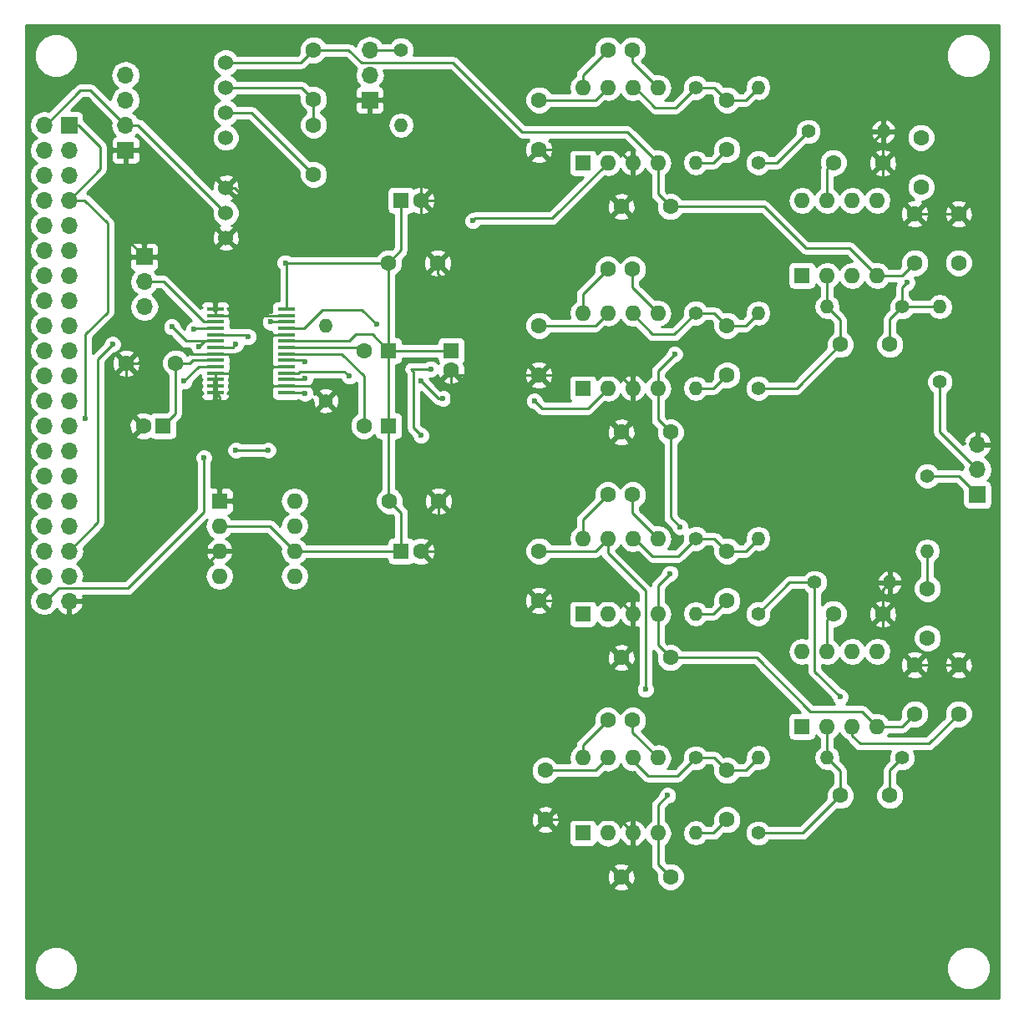
<source format=gtl>
G04 #@! TF.FileFunction,Copper,L1,Top,Signal*
%FSLAX46Y46*%
G04 Gerber Fmt 4.6, Leading zero omitted, Abs format (unit mm)*
G04 Created by KiCad (PCBNEW 4.0.7) date Wed Jan 24 20:33:12 2018*
%MOMM*%
%LPD*%
G01*
G04 APERTURE LIST*
%ADD10C,0.100000*%
%ADD11C,1.600000*%
%ADD12R,1.600000X1.600000*%
%ADD13R,1.700000X1.700000*%
%ADD14O,1.700000X1.700000*%
%ADD15C,1.400000*%
%ADD16O,1.400000X1.400000*%
%ADD17O,1.600000X1.600000*%
%ADD18C,1.524000*%
%ADD19R,1.750000X0.450000*%
%ADD20C,0.600000*%
%ADD21C,0.250000*%
%ADD22C,0.254000*%
G04 APERTURE END LIST*
D10*
D11*
X93345000Y-116205000D03*
X93345000Y-121205000D03*
X82550000Y-88900000D03*
X77550000Y-88900000D03*
X77470000Y-64770000D03*
X82470000Y-64770000D03*
D12*
X78740000Y-58420000D03*
D11*
X80740000Y-58420000D03*
X130810000Y-110490000D03*
X130810000Y-105490000D03*
X132080000Y-97790000D03*
X132080000Y-102790000D03*
X92710000Y-71120000D03*
X92710000Y-76120000D03*
X131445000Y-52070000D03*
X131445000Y-57070000D03*
D13*
X75565000Y-48260000D03*
D14*
X75565000Y-45720000D03*
X75565000Y-43180000D03*
D15*
X78740000Y-43180000D03*
D16*
X78740000Y-50800000D03*
D15*
X108585000Y-114935000D03*
D16*
X108585000Y-122555000D03*
D12*
X97155000Y-122555000D03*
D17*
X104775000Y-114935000D03*
X99695000Y-122555000D03*
X102235000Y-114935000D03*
X102235000Y-122555000D03*
X99695000Y-114935000D03*
X104775000Y-122555000D03*
X97155000Y-114935000D03*
D12*
X97155000Y-100330000D03*
D17*
X104775000Y-92710000D03*
X99695000Y-100330000D03*
X102235000Y-92710000D03*
X102235000Y-100330000D03*
X99695000Y-92710000D03*
X104775000Y-100330000D03*
X97155000Y-92710000D03*
D12*
X119380000Y-111760000D03*
D17*
X127000000Y-104140000D03*
X121920000Y-111760000D03*
X124460000Y-104140000D03*
X124460000Y-111760000D03*
X121920000Y-104140000D03*
X127000000Y-111760000D03*
X119380000Y-104140000D03*
D12*
X97155000Y-77470000D03*
D17*
X104775000Y-69850000D03*
X99695000Y-77470000D03*
X102235000Y-69850000D03*
X102235000Y-77470000D03*
X99695000Y-69850000D03*
X104775000Y-77470000D03*
X97155000Y-69850000D03*
D12*
X119380000Y-66040000D03*
D17*
X127000000Y-58420000D03*
X121920000Y-66040000D03*
X124460000Y-58420000D03*
X124460000Y-66040000D03*
X121920000Y-58420000D03*
X127000000Y-66040000D03*
X119380000Y-58420000D03*
D11*
X69850000Y-43180000D03*
X69850000Y-48180000D03*
X69850000Y-50800000D03*
X69850000Y-55800000D03*
X55880000Y-74930000D03*
X50880000Y-74930000D03*
D12*
X54610000Y-81280000D03*
D11*
X52610000Y-81280000D03*
X111760000Y-116205000D03*
X111760000Y-121205000D03*
X111760000Y-93980000D03*
X111760000Y-98980000D03*
X106045000Y-127000000D03*
X101045000Y-127000000D03*
X92710000Y-93980000D03*
X92710000Y-98980000D03*
X106045000Y-104775000D03*
X101045000Y-104775000D03*
X99695000Y-111125000D03*
X102195000Y-111125000D03*
X99695000Y-88265000D03*
X102195000Y-88265000D03*
D12*
X77470000Y-73660000D03*
D11*
X74970000Y-73660000D03*
D12*
X78740000Y-93980000D03*
D11*
X80740000Y-93980000D03*
D12*
X77470000Y-81280000D03*
D11*
X74970000Y-81280000D03*
D12*
X83820000Y-73660000D03*
D11*
X83820000Y-75660000D03*
X128270000Y-118745000D03*
X123270000Y-118745000D03*
X135255000Y-110490000D03*
X135255000Y-105490000D03*
X122555000Y-100330000D03*
X127555000Y-100330000D03*
X111760000Y-71120000D03*
X111760000Y-76120000D03*
X111760000Y-48260000D03*
X111760000Y-53260000D03*
X106045000Y-81915000D03*
X101045000Y-81915000D03*
X92710000Y-48260000D03*
X92710000Y-53260000D03*
X106045000Y-59055000D03*
X101045000Y-59055000D03*
X99695000Y-65405000D03*
X102195000Y-65405000D03*
X99695000Y-43180000D03*
X102195000Y-43180000D03*
X128270000Y-73025000D03*
X123270000Y-73025000D03*
X135255000Y-64770000D03*
X135255000Y-59770000D03*
X130810000Y-64770000D03*
X130810000Y-59770000D03*
X122555000Y-54610000D03*
X127555000Y-54610000D03*
D13*
X50800000Y-53340000D03*
D14*
X50800000Y-50800000D03*
X50800000Y-48260000D03*
X50800000Y-45720000D03*
D13*
X45085000Y-50800000D03*
D14*
X42545000Y-50800000D03*
X45085000Y-53340000D03*
X42545000Y-53340000D03*
X45085000Y-55880000D03*
X42545000Y-55880000D03*
X45085000Y-58420000D03*
X42545000Y-58420000D03*
X45085000Y-60960000D03*
X42545000Y-60960000D03*
X45085000Y-63500000D03*
X42545000Y-63500000D03*
X45085000Y-66040000D03*
X42545000Y-66040000D03*
X45085000Y-68580000D03*
X42545000Y-68580000D03*
X45085000Y-71120000D03*
X42545000Y-71120000D03*
X45085000Y-73660000D03*
X42545000Y-73660000D03*
X45085000Y-76200000D03*
X42545000Y-76200000D03*
X45085000Y-78740000D03*
X42545000Y-78740000D03*
X45085000Y-81280000D03*
X42545000Y-81280000D03*
X45085000Y-83820000D03*
X42545000Y-83820000D03*
X45085000Y-86360000D03*
X42545000Y-86360000D03*
X45085000Y-88900000D03*
X42545000Y-88900000D03*
X45085000Y-91440000D03*
X42545000Y-91440000D03*
X45085000Y-93980000D03*
X42545000Y-93980000D03*
X45085000Y-96520000D03*
X42545000Y-96520000D03*
X45085000Y-99060000D03*
X42545000Y-99060000D03*
D13*
X52705000Y-64135000D03*
D14*
X52705000Y-66675000D03*
X52705000Y-69215000D03*
D15*
X108585000Y-92710000D03*
D16*
X108585000Y-100330000D03*
D15*
X71120000Y-78740000D03*
D16*
X71120000Y-71120000D03*
D15*
X114935000Y-122555000D03*
D16*
X114935000Y-114935000D03*
D15*
X114935000Y-100330000D03*
D16*
X114935000Y-92710000D03*
D15*
X129540000Y-114935000D03*
D16*
X121920000Y-114935000D03*
D15*
X120650000Y-97155000D03*
D16*
X128270000Y-97155000D03*
D15*
X108585000Y-69850000D03*
D16*
X108585000Y-77470000D03*
D15*
X108585000Y-46990000D03*
D16*
X108585000Y-54610000D03*
D15*
X132080000Y-86360000D03*
D16*
X132080000Y-93980000D03*
D15*
X114935000Y-77470000D03*
D16*
X114935000Y-69850000D03*
D15*
X114935000Y-54610000D03*
D16*
X114935000Y-46990000D03*
D15*
X129540000Y-69215000D03*
D16*
X121920000Y-69215000D03*
D15*
X120015000Y-51435000D03*
D16*
X127635000Y-51435000D03*
D15*
X133350000Y-76835000D03*
D16*
X133350000Y-69215000D03*
D18*
X60960000Y-62230000D03*
X60960000Y-59690000D03*
X60960000Y-57150000D03*
X60960000Y-52070000D03*
X60960000Y-49530000D03*
X60960000Y-46990000D03*
X60960000Y-44450000D03*
D12*
X60325000Y-88900000D03*
D17*
X67945000Y-96520000D03*
X60325000Y-91440000D03*
X67945000Y-93980000D03*
X60325000Y-93980000D03*
X67945000Y-91440000D03*
X60325000Y-96520000D03*
X67945000Y-88900000D03*
D19*
X59900000Y-69435000D03*
X59900000Y-70085000D03*
X59900000Y-70735000D03*
X59900000Y-71385000D03*
X59900000Y-72035000D03*
X59900000Y-72685000D03*
X59900000Y-73335000D03*
X59900000Y-73985000D03*
X59900000Y-74635000D03*
X59900000Y-75285000D03*
X59900000Y-75935000D03*
X59900000Y-76585000D03*
X59900000Y-77235000D03*
X59900000Y-77885000D03*
X67100000Y-77885000D03*
X67100000Y-77235000D03*
X67100000Y-76585000D03*
X67100000Y-75935000D03*
X67100000Y-75285000D03*
X67100000Y-74635000D03*
X67100000Y-73985000D03*
X67100000Y-73335000D03*
X67100000Y-72685000D03*
X67100000Y-72035000D03*
X67100000Y-71385000D03*
X67100000Y-70735000D03*
X67100000Y-70085000D03*
X67100000Y-69435000D03*
D12*
X97155000Y-54610000D03*
D17*
X104775000Y-46990000D03*
X99695000Y-54610000D03*
X102235000Y-46990000D03*
X102235000Y-54610000D03*
X99695000Y-46990000D03*
X104775000Y-54610000D03*
X97155000Y-46990000D03*
D13*
X137160000Y-88265000D03*
D14*
X137160000Y-85725000D03*
X137160000Y-83185000D03*
D20*
X46750000Y-80500000D03*
X65500000Y-70750000D03*
X80750000Y-82250000D03*
X81750000Y-75500000D03*
X76250000Y-71000000D03*
X103500000Y-108000000D03*
X106500000Y-74000000D03*
X107000000Y-91500000D03*
X106000000Y-96250000D03*
X105750000Y-118750000D03*
X69000000Y-78000000D03*
X67000000Y-64750000D03*
X92250000Y-78750000D03*
X83000000Y-78500000D03*
X80750000Y-76750000D03*
X73500000Y-76250000D03*
X86000000Y-60500000D03*
X69000000Y-76500000D03*
X123250000Y-108750000D03*
X130000000Y-66750000D03*
X58250000Y-73250000D03*
X55500000Y-71250000D03*
X56750000Y-76750000D03*
X49500000Y-73000000D03*
X57750000Y-71500000D03*
X63250000Y-72250000D03*
X65250000Y-83750000D03*
X62000000Y-83750000D03*
X58750000Y-84500000D03*
X69000000Y-74750000D03*
X62000000Y-73000000D03*
X117250000Y-56500000D03*
D21*
X102235000Y-114935000D02*
X102235000Y-115235000D01*
X102235000Y-115235000D02*
X103750000Y-116750000D01*
X103750000Y-116750000D02*
X106770000Y-116750000D01*
X106770000Y-116750000D02*
X108585000Y-114935000D01*
X108585000Y-114935000D02*
X110490000Y-114935000D01*
X110490000Y-114935000D02*
X111760000Y-116205000D01*
X111760000Y-116205000D02*
X113665000Y-116205000D01*
X113665000Y-116205000D02*
X114935000Y-114935000D01*
X45085000Y-58420000D02*
X46670000Y-58420000D01*
X46750000Y-72000000D02*
X46750000Y-80500000D01*
X49000000Y-69750000D02*
X46750000Y-72000000D01*
X49000000Y-60750000D02*
X49000000Y-69750000D01*
X46670000Y-58420000D02*
X49000000Y-60750000D01*
X45085000Y-50800000D02*
X46050000Y-50800000D01*
X48250000Y-55255000D02*
X45085000Y-58420000D01*
X48250000Y-53000000D02*
X48250000Y-55255000D01*
X46050000Y-50800000D02*
X48250000Y-53000000D01*
X75565000Y-43180000D02*
X78740000Y-43180000D01*
X55880000Y-74930000D02*
X57320000Y-74930000D01*
X57615000Y-74635000D02*
X59900000Y-74635000D01*
X57320000Y-74930000D02*
X57615000Y-74635000D01*
X55880000Y-74930000D02*
X55880000Y-80010000D01*
X55880000Y-80010000D02*
X54610000Y-81280000D01*
X67100000Y-70735000D02*
X65515000Y-70735000D01*
X65515000Y-70735000D02*
X65500000Y-70750000D01*
X108585000Y-122555000D02*
X110410000Y-122555000D01*
X110410000Y-122555000D02*
X111760000Y-121205000D01*
X67100000Y-71385000D02*
X68865000Y-71385000D01*
X80000000Y-81500000D02*
X80750000Y-82250000D01*
X80000000Y-75750000D02*
X80000000Y-81500000D01*
X79750000Y-75500000D02*
X80000000Y-75750000D01*
X81750000Y-75500000D02*
X79750000Y-75500000D01*
X74750000Y-69500000D02*
X76250000Y-71000000D01*
X70750000Y-69500000D02*
X74750000Y-69500000D01*
X68865000Y-71385000D02*
X70750000Y-69500000D01*
X108585000Y-100330000D02*
X110410000Y-100330000D01*
X110410000Y-100330000D02*
X111760000Y-98980000D01*
X99695000Y-94195000D02*
X103500000Y-98000000D01*
X103500000Y-98000000D02*
X103500000Y-108000000D01*
X99695000Y-92710000D02*
X99695000Y-94195000D01*
X121920000Y-104140000D02*
X121920000Y-100965000D01*
X121920000Y-100965000D02*
X122555000Y-100330000D01*
X121920000Y-58420000D02*
X121920000Y-55245000D01*
X121920000Y-55245000D02*
X122555000Y-54610000D01*
X92710000Y-48260000D02*
X98425000Y-48260000D01*
X98425000Y-48260000D02*
X99695000Y-46990000D01*
X93345000Y-116205000D02*
X98425000Y-116205000D01*
X98425000Y-116205000D02*
X99695000Y-114935000D01*
X92710000Y-93980000D02*
X98425000Y-93980000D01*
X98425000Y-93980000D02*
X99695000Y-92710000D01*
X92710000Y-71120000D02*
X98425000Y-71120000D01*
X98425000Y-71120000D02*
X99695000Y-69850000D01*
X60960000Y-49530000D02*
X63580000Y-49530000D01*
X63580000Y-49530000D02*
X69850000Y-55800000D01*
X104775000Y-75725000D02*
X104775000Y-77470000D01*
X106500000Y-74000000D02*
X104775000Y-75725000D01*
X104775000Y-100330000D02*
X104775000Y-97475000D01*
X106045000Y-90545000D02*
X106045000Y-81915000D01*
X107000000Y-91500000D02*
X106045000Y-90545000D01*
X104775000Y-97475000D02*
X106000000Y-96250000D01*
X104775000Y-119725000D02*
X104775000Y-122555000D01*
X105750000Y-118750000D02*
X104775000Y-119725000D01*
X69850000Y-43180000D02*
X73430000Y-43180000D01*
X101665000Y-51500000D02*
X104775000Y-54610000D01*
X91000000Y-51500000D02*
X101665000Y-51500000D01*
X84000000Y-44500000D02*
X91000000Y-51500000D01*
X74750000Y-44500000D02*
X84000000Y-44500000D01*
X73430000Y-43180000D02*
X74750000Y-44500000D01*
X106045000Y-104775000D02*
X114775000Y-104775000D01*
X125490000Y-110250000D02*
X127000000Y-111760000D01*
X120250000Y-110250000D02*
X125490000Y-110250000D01*
X114775000Y-104775000D02*
X120250000Y-110250000D01*
X127000000Y-111760000D02*
X129540000Y-111760000D01*
X129540000Y-111760000D02*
X130810000Y-110490000D01*
X127000000Y-66040000D02*
X129540000Y-66040000D01*
X129540000Y-66040000D02*
X130810000Y-64770000D01*
X106045000Y-59055000D02*
X115555000Y-59055000D01*
X124210000Y-63250000D02*
X127000000Y-66040000D01*
X119750000Y-63250000D02*
X124210000Y-63250000D01*
X115555000Y-59055000D02*
X119750000Y-63250000D01*
X104775000Y-122555000D02*
X104775000Y-125730000D01*
X104775000Y-125730000D02*
X106045000Y-127000000D01*
X104775000Y-100330000D02*
X104775000Y-103505000D01*
X104775000Y-103505000D02*
X106045000Y-104775000D01*
X104775000Y-77470000D02*
X104775000Y-80645000D01*
X104775000Y-80645000D02*
X106045000Y-81915000D01*
X104775000Y-54610000D02*
X104775000Y-57785000D01*
X104775000Y-57785000D02*
X106045000Y-59055000D01*
X60960000Y-44450000D02*
X68580000Y-44450000D01*
X68580000Y-44450000D02*
X69850000Y-43180000D01*
X67100000Y-73985000D02*
X72735000Y-73985000D01*
X74970000Y-76220000D02*
X74970000Y-81280000D01*
X72735000Y-73985000D02*
X74970000Y-76220000D01*
X67100000Y-77885000D02*
X68885000Y-77885000D01*
X68885000Y-77885000D02*
X69000000Y-78000000D01*
X67100000Y-72685000D02*
X73435000Y-72685000D01*
X75810000Y-72000000D02*
X77470000Y-73660000D01*
X74120000Y-72000000D02*
X75810000Y-72000000D01*
X73435000Y-72685000D02*
X74120000Y-72000000D01*
X60325000Y-91440000D02*
X65405000Y-91440000D01*
X65405000Y-91440000D02*
X67945000Y-93980000D01*
X67945000Y-93980000D02*
X78740000Y-93980000D01*
X77470000Y-81280000D02*
X77470000Y-88820000D01*
X77470000Y-88820000D02*
X78740000Y-90090000D01*
X78740000Y-90090000D02*
X78740000Y-93980000D01*
X77470000Y-81280000D02*
X77470000Y-73660000D01*
X77470000Y-64770000D02*
X77470000Y-73660000D01*
X77470000Y-73660000D02*
X83820000Y-73660000D01*
X67000000Y-64750000D02*
X77450000Y-64750000D01*
X77450000Y-64750000D02*
X78740000Y-63460000D01*
X78740000Y-63460000D02*
X78740000Y-58420000D01*
X67100000Y-64850000D02*
X67100000Y-69435000D01*
X67000000Y-64750000D02*
X67100000Y-64850000D01*
X50800000Y-50800000D02*
X52070000Y-50800000D01*
X52070000Y-50800000D02*
X60960000Y-59690000D01*
X42545000Y-50800000D02*
X42700000Y-50800000D01*
X42700000Y-50800000D02*
X46250000Y-47250000D01*
X46250000Y-47250000D02*
X47250000Y-47250000D01*
X47250000Y-47250000D02*
X50800000Y-50800000D01*
X114935000Y-122555000D02*
X119460000Y-122555000D01*
X119460000Y-122555000D02*
X123270000Y-118745000D01*
X123270000Y-118745000D02*
X123270000Y-116285000D01*
X123270000Y-116285000D02*
X121920000Y-114935000D01*
X121920000Y-114935000D02*
X121920000Y-111760000D01*
X102235000Y-69850000D02*
X102235000Y-69985000D01*
X102235000Y-69985000D02*
X104250000Y-72000000D01*
X104250000Y-72000000D02*
X106435000Y-72000000D01*
X106435000Y-72000000D02*
X108585000Y-69850000D01*
X108585000Y-69850000D02*
X110490000Y-69850000D01*
X110490000Y-69850000D02*
X111760000Y-71120000D01*
X111760000Y-71120000D02*
X113665000Y-71120000D01*
X113665000Y-71120000D02*
X114935000Y-69850000D01*
X67100000Y-75935000D02*
X68315000Y-75935000D01*
X97665000Y-79500000D02*
X99695000Y-77470000D01*
X93000000Y-79500000D02*
X97665000Y-79500000D01*
X92250000Y-78750000D02*
X93000000Y-79500000D01*
X82500000Y-78500000D02*
X83000000Y-78500000D01*
X80750000Y-76750000D02*
X82500000Y-78500000D01*
X73000000Y-75750000D02*
X73500000Y-76250000D01*
X68500000Y-75750000D02*
X73000000Y-75750000D01*
X68315000Y-75935000D02*
X68500000Y-75750000D01*
X108585000Y-77470000D02*
X110410000Y-77470000D01*
X110410000Y-77470000D02*
X111760000Y-76120000D01*
X67100000Y-76585000D02*
X68915000Y-76585000D01*
X94055000Y-60250000D02*
X99695000Y-54610000D01*
X86250000Y-60250000D02*
X94055000Y-60250000D01*
X86000000Y-60500000D02*
X86250000Y-60250000D01*
X68915000Y-76585000D02*
X69000000Y-76500000D01*
X108585000Y-54610000D02*
X110410000Y-54610000D01*
X110410000Y-54610000D02*
X111760000Y-53260000D01*
X59900000Y-70735000D02*
X58735000Y-70735000D01*
X54675000Y-66675000D02*
X52705000Y-66675000D01*
X58735000Y-70735000D02*
X54675000Y-66675000D01*
X132080000Y-86360000D02*
X135255000Y-86360000D01*
X135255000Y-86360000D02*
X137160000Y-88265000D01*
X133350000Y-76835000D02*
X133350000Y-81915000D01*
X133350000Y-81915000D02*
X137160000Y-85725000D01*
X69850000Y-48180000D02*
X69850000Y-50800000D01*
X60960000Y-46990000D02*
X68660000Y-46990000D01*
X68660000Y-46990000D02*
X69850000Y-48180000D01*
X102235000Y-92710000D02*
X102460000Y-92710000D01*
X102460000Y-92710000D02*
X104250000Y-94500000D01*
X104250000Y-94500000D02*
X106795000Y-94500000D01*
X106795000Y-94500000D02*
X108585000Y-92710000D01*
X108585000Y-92710000D02*
X110490000Y-92710000D01*
X110490000Y-92710000D02*
X111760000Y-93980000D01*
X111760000Y-93980000D02*
X113665000Y-93980000D01*
X113665000Y-93980000D02*
X114935000Y-92710000D01*
X97155000Y-114935000D02*
X97155000Y-113665000D01*
X97155000Y-113665000D02*
X99695000Y-111125000D01*
X102195000Y-111125000D02*
X102195000Y-112355000D01*
X102195000Y-112355000D02*
X104775000Y-114935000D01*
X97155000Y-92710000D02*
X97155000Y-90805000D01*
X97155000Y-90805000D02*
X99695000Y-88265000D01*
X102195000Y-88265000D02*
X102195000Y-90130000D01*
X102195000Y-90130000D02*
X104775000Y-92710000D01*
X67100000Y-73335000D02*
X74645000Y-73335000D01*
X74645000Y-73335000D02*
X74970000Y-73660000D01*
X128270000Y-118745000D02*
X128270000Y-116205000D01*
X128270000Y-116205000D02*
X129540000Y-114935000D01*
X132080000Y-93980000D02*
X132080000Y-97790000D01*
X124460000Y-111760000D02*
X124460000Y-112710000D01*
X132245000Y-113500000D02*
X135255000Y-110490000D01*
X125250000Y-113500000D02*
X132245000Y-113500000D01*
X124460000Y-112710000D02*
X125250000Y-113500000D01*
X120650000Y-97155000D02*
X120650000Y-106150000D01*
X120650000Y-106150000D02*
X123250000Y-108750000D01*
X120650000Y-97155000D02*
X118110000Y-97155000D01*
X118110000Y-97155000D02*
X114935000Y-100330000D01*
X102235000Y-46990000D02*
X102490000Y-46990000D01*
X102490000Y-46990000D02*
X104500000Y-49000000D01*
X104500000Y-49000000D02*
X106575000Y-49000000D01*
X106575000Y-49000000D02*
X108585000Y-46990000D01*
X108585000Y-46990000D02*
X110490000Y-46990000D01*
X110490000Y-46990000D02*
X111760000Y-48260000D01*
X111760000Y-48260000D02*
X113665000Y-48260000D01*
X113665000Y-48260000D02*
X114935000Y-46990000D01*
X97155000Y-69850000D02*
X97155000Y-67945000D01*
X97155000Y-67945000D02*
X99695000Y-65405000D01*
X102195000Y-65405000D02*
X102195000Y-67270000D01*
X102195000Y-67270000D02*
X104775000Y-69850000D01*
X97155000Y-46990000D02*
X97155000Y-45720000D01*
X97155000Y-45720000D02*
X99695000Y-43180000D01*
X102195000Y-43180000D02*
X102195000Y-44410000D01*
X102195000Y-44410000D02*
X104775000Y-46990000D01*
X129540000Y-67210000D02*
X129540000Y-69215000D01*
X130000000Y-66750000D02*
X129540000Y-67210000D01*
X128270000Y-73025000D02*
X128270000Y-70485000D01*
X128270000Y-70485000D02*
X129540000Y-69215000D01*
X129540000Y-69215000D02*
X133350000Y-69215000D01*
X121920000Y-69215000D02*
X121920000Y-66040000D01*
X123270000Y-73025000D02*
X123270000Y-70565000D01*
X123270000Y-70565000D02*
X121920000Y-69215000D01*
X114935000Y-77470000D02*
X118825000Y-77470000D01*
X118825000Y-77470000D02*
X123270000Y-73025000D01*
X114935000Y-54610000D02*
X116840000Y-54610000D01*
X116840000Y-54610000D02*
X120015000Y-51435000D01*
X59900000Y-72685000D02*
X58815000Y-72685000D01*
X58815000Y-72685000D02*
X58250000Y-73250000D01*
X55500000Y-71250000D02*
X56935000Y-72685000D01*
X56935000Y-72685000D02*
X59900000Y-72685000D01*
X56750000Y-76750000D02*
X58215000Y-75285000D01*
X58215000Y-75285000D02*
X59900000Y-75285000D01*
X59900000Y-71385000D02*
X57865000Y-71385000D01*
X48000000Y-91065000D02*
X45085000Y-93980000D01*
X48000000Y-74500000D02*
X48000000Y-91065000D01*
X49500000Y-73000000D02*
X48000000Y-74500000D01*
X57865000Y-71385000D02*
X57750000Y-71500000D01*
X42545000Y-99060000D02*
X42690000Y-99060000D01*
X42690000Y-99060000D02*
X44000000Y-97750000D01*
X63035000Y-72035000D02*
X59900000Y-72035000D01*
X63250000Y-72250000D02*
X63035000Y-72035000D01*
X62000000Y-83750000D02*
X65250000Y-83750000D01*
X58750000Y-90000000D02*
X58750000Y-84500000D01*
X51000000Y-97750000D02*
X58750000Y-90000000D01*
X44000000Y-97750000D02*
X51000000Y-97750000D01*
X42545000Y-99060000D02*
X42545000Y-98955000D01*
X67100000Y-74635000D02*
X68885000Y-74635000D01*
X68885000Y-74635000D02*
X69000000Y-74750000D01*
X59900000Y-73335000D02*
X61665000Y-73335000D01*
X61665000Y-73335000D02*
X62000000Y-73000000D01*
X126070000Y-53000000D02*
X127635000Y-51435000D01*
X120750000Y-53000000D02*
X126070000Y-53000000D01*
X117250000Y-56500000D02*
X120750000Y-53000000D01*
X130810000Y-105490000D02*
X135255000Y-105490000D01*
X127555000Y-100330000D02*
X127555000Y-102235000D01*
X127555000Y-102235000D02*
X130810000Y-105490000D01*
X127555000Y-100330000D02*
X127555000Y-97870000D01*
X127555000Y-97870000D02*
X128270000Y-97155000D01*
X127555000Y-54610000D02*
X127555000Y-56515000D01*
X127555000Y-56515000D02*
X130810000Y-59770000D01*
X130810000Y-59770000D02*
X135255000Y-59770000D01*
X127555000Y-54610000D02*
X127555000Y-51515000D01*
X127555000Y-51515000D02*
X127635000Y-51435000D01*
X92710000Y-98980000D02*
X92710000Y-99040000D01*
X92710000Y-99040000D02*
X86000000Y-105750000D01*
X86000000Y-113860000D02*
X93345000Y-121205000D01*
X86000000Y-105750000D02*
X86000000Y-113860000D01*
X102235000Y-122555000D02*
X102235000Y-125810000D01*
X102235000Y-125810000D02*
X101045000Y-127000000D01*
X93345000Y-121205000D02*
X100885000Y-121205000D01*
X100885000Y-121205000D02*
X102235000Y-122555000D01*
X102235000Y-100330000D02*
X102235000Y-103585000D01*
X102235000Y-103585000D02*
X101045000Y-104775000D01*
X92710000Y-98980000D02*
X100885000Y-98980000D01*
X100885000Y-98980000D02*
X102235000Y-100330000D01*
X102235000Y-77470000D02*
X102235000Y-80725000D01*
X102235000Y-80725000D02*
X101045000Y-81915000D01*
X92710000Y-76120000D02*
X100885000Y-76120000D01*
X100885000Y-76120000D02*
X102235000Y-77470000D01*
X102235000Y-54610000D02*
X102235000Y-57865000D01*
X102235000Y-57865000D02*
X101045000Y-59055000D01*
X92710000Y-53260000D02*
X100760000Y-53260000D01*
X100760000Y-53260000D02*
X102110000Y-54610000D01*
X102110000Y-54610000D02*
X102235000Y-54610000D01*
X59900000Y-73985000D02*
X64750000Y-73985000D01*
X64750000Y-73985000D02*
X64785000Y-73985000D01*
X64750000Y-74000000D02*
X64785000Y-74000000D01*
X64770000Y-74000000D02*
X64750000Y-74000000D01*
X64785000Y-73985000D02*
X64770000Y-74000000D01*
X59900000Y-75935000D02*
X64785000Y-75935000D01*
X64750000Y-76000000D02*
X64785000Y-76000000D01*
X64750000Y-75970000D02*
X64750000Y-76000000D01*
X64785000Y-75935000D02*
X64750000Y-75970000D01*
X67100000Y-77235000D02*
X65735000Y-77235000D01*
X65735000Y-77235000D02*
X64785000Y-76285000D01*
X64785000Y-76285000D02*
X64785000Y-76000000D01*
X64785000Y-76000000D02*
X64785000Y-75285000D01*
X67100000Y-75285000D02*
X64785000Y-75285000D01*
X64785000Y-75285000D02*
X64785000Y-74000000D01*
X64785000Y-74000000D02*
X64785000Y-72035000D01*
X59900000Y-70085000D02*
X62835000Y-70085000D01*
X64785000Y-72035000D02*
X67100000Y-72035000D01*
X62835000Y-70085000D02*
X64785000Y-72035000D01*
X50880000Y-74930000D02*
X52070000Y-74930000D01*
X57485000Y-73985000D02*
X59900000Y-73985000D01*
X57000000Y-73500000D02*
X57485000Y-73985000D01*
X53500000Y-73500000D02*
X57000000Y-73500000D01*
X52070000Y-74930000D02*
X53500000Y-73500000D01*
X59900000Y-70085000D02*
X67100000Y-70085000D01*
X59900000Y-70085000D02*
X59900000Y-69435000D01*
X59900000Y-69435000D02*
X59900000Y-63290000D01*
X59900000Y-63290000D02*
X60960000Y-62230000D01*
X59900000Y-75935000D02*
X59900000Y-76585000D01*
X59900000Y-76585000D02*
X59900000Y-77235000D01*
X59900000Y-77235000D02*
X59900000Y-77885000D01*
X59900000Y-77885000D02*
X60325000Y-78310000D01*
X60325000Y-78310000D02*
X60325000Y-88900000D01*
X50880000Y-74930000D02*
X50880000Y-79550000D01*
X50880000Y-79550000D02*
X52610000Y-81280000D01*
X67100000Y-77235000D02*
X69615000Y-77235000D01*
X69615000Y-77235000D02*
X71120000Y-78740000D01*
X80740000Y-93980000D02*
X87710000Y-93980000D01*
X87710000Y-93980000D02*
X92710000Y-98980000D01*
X83820000Y-75660000D02*
X83820000Y-87630000D01*
X83820000Y-87630000D02*
X82550000Y-88900000D01*
X82550000Y-88900000D02*
X82550000Y-92170000D01*
X82550000Y-92170000D02*
X80740000Y-93980000D01*
X82470000Y-64770000D02*
X82470000Y-65880000D01*
X82470000Y-65880000D02*
X92710000Y-76120000D01*
X92710000Y-76120000D02*
X84280000Y-76120000D01*
X84280000Y-76120000D02*
X83820000Y-75660000D01*
X80740000Y-58420000D02*
X80740000Y-63040000D01*
X80740000Y-63040000D02*
X82470000Y-64770000D01*
X80740000Y-58420000D02*
X87550000Y-58420000D01*
X87550000Y-58420000D02*
X92710000Y-53260000D01*
X75565000Y-48260000D02*
X75565000Y-52565000D01*
X80740000Y-56240000D02*
X80740000Y-58420000D01*
X79250000Y-54750000D02*
X80740000Y-56240000D01*
X77750000Y-54750000D02*
X79250000Y-54750000D01*
X75565000Y-52565000D02*
X77750000Y-54750000D01*
X45085000Y-99060000D02*
X55245000Y-99060000D01*
X55245000Y-99060000D02*
X60325000Y-93980000D01*
X60960000Y-57150000D02*
X61900000Y-57150000D01*
X63000000Y-60190000D02*
X60960000Y-62230000D01*
X63000000Y-58250000D02*
X63000000Y-60190000D01*
X61900000Y-57150000D02*
X63000000Y-58250000D01*
X50800000Y-53340000D02*
X50800000Y-62230000D01*
X50800000Y-62230000D02*
X52705000Y-64135000D01*
X52705000Y-64135000D02*
X59055000Y-64135000D01*
X59055000Y-64135000D02*
X60960000Y-62230000D01*
D22*
G36*
X139315000Y-139315000D02*
X40685000Y-139315000D01*
X40685000Y-136692619D01*
X41514613Y-136692619D01*
X41854155Y-137514372D01*
X42482321Y-138143636D01*
X43303481Y-138484611D01*
X44192619Y-138485387D01*
X45014372Y-138145845D01*
X45643636Y-137517679D01*
X45984611Y-136696519D01*
X45984614Y-136692619D01*
X134014613Y-136692619D01*
X134354155Y-137514372D01*
X134982321Y-138143636D01*
X135803481Y-138484611D01*
X136692619Y-138485387D01*
X137514372Y-138145845D01*
X138143636Y-137517679D01*
X138484611Y-136696519D01*
X138485387Y-135807381D01*
X138145845Y-134985628D01*
X137517679Y-134356364D01*
X136696519Y-134015389D01*
X135807381Y-134014613D01*
X134985628Y-134354155D01*
X134356364Y-134982321D01*
X134015389Y-135803481D01*
X134014613Y-136692619D01*
X45984614Y-136692619D01*
X45985387Y-135807381D01*
X45645845Y-134985628D01*
X45017679Y-134356364D01*
X44196519Y-134015389D01*
X43307381Y-134014613D01*
X42485628Y-134354155D01*
X41856364Y-134982321D01*
X41515389Y-135803481D01*
X41514613Y-136692619D01*
X40685000Y-136692619D01*
X40685000Y-128007745D01*
X100216861Y-128007745D01*
X100290995Y-128253864D01*
X100828223Y-128446965D01*
X101398454Y-128419778D01*
X101799005Y-128253864D01*
X101873139Y-128007745D01*
X101045000Y-127179605D01*
X100216861Y-128007745D01*
X40685000Y-128007745D01*
X40685000Y-126783223D01*
X99598035Y-126783223D01*
X99625222Y-127353454D01*
X99791136Y-127754005D01*
X100037255Y-127828139D01*
X100865395Y-127000000D01*
X101224605Y-127000000D01*
X102052745Y-127828139D01*
X102298864Y-127754005D01*
X102491965Y-127216777D01*
X102464778Y-126646546D01*
X102298864Y-126245995D01*
X102052745Y-126171861D01*
X101224605Y-127000000D01*
X100865395Y-127000000D01*
X100037255Y-126171861D01*
X99791136Y-126245995D01*
X99598035Y-126783223D01*
X40685000Y-126783223D01*
X40685000Y-125992255D01*
X100216861Y-125992255D01*
X101045000Y-126820395D01*
X101873139Y-125992255D01*
X101799005Y-125746136D01*
X101261777Y-125553035D01*
X100691546Y-125580222D01*
X100290995Y-125746136D01*
X100216861Y-125992255D01*
X40685000Y-125992255D01*
X40685000Y-122212745D01*
X92516861Y-122212745D01*
X92590995Y-122458864D01*
X93128223Y-122651965D01*
X93698454Y-122624778D01*
X94099005Y-122458864D01*
X94173139Y-122212745D01*
X93345000Y-121384605D01*
X92516861Y-122212745D01*
X40685000Y-122212745D01*
X40685000Y-120988223D01*
X91898035Y-120988223D01*
X91925222Y-121558454D01*
X92091136Y-121959005D01*
X92337255Y-122033139D01*
X93165395Y-121205000D01*
X93524605Y-121205000D01*
X94352745Y-122033139D01*
X94598864Y-121959005D01*
X94672191Y-121755000D01*
X95707560Y-121755000D01*
X95707560Y-123355000D01*
X95751838Y-123590317D01*
X95890910Y-123806441D01*
X96103110Y-123951431D01*
X96355000Y-124002440D01*
X97955000Y-124002440D01*
X98190317Y-123958162D01*
X98406441Y-123819090D01*
X98551431Y-123606890D01*
X98582815Y-123451911D01*
X98680302Y-123597811D01*
X99145849Y-123908880D01*
X99695000Y-124018113D01*
X100244151Y-123908880D01*
X100709698Y-123597811D01*
X100979986Y-123193297D01*
X101082611Y-123410134D01*
X101497577Y-123786041D01*
X101885961Y-123946904D01*
X102108000Y-123824915D01*
X102108000Y-122682000D01*
X102088000Y-122682000D01*
X102088000Y-122428000D01*
X102108000Y-122428000D01*
X102108000Y-121285085D01*
X102362000Y-121285085D01*
X102362000Y-122428000D01*
X102382000Y-122428000D01*
X102382000Y-122682000D01*
X102362000Y-122682000D01*
X102362000Y-123824915D01*
X102584039Y-123946904D01*
X102972423Y-123786041D01*
X103387389Y-123410134D01*
X103490014Y-123193297D01*
X103760302Y-123597811D01*
X104015000Y-123767995D01*
X104015000Y-125730000D01*
X104072852Y-126020839D01*
X104237599Y-126267401D01*
X104631744Y-126661546D01*
X104610250Y-126713309D01*
X104609752Y-127284187D01*
X104827757Y-127811800D01*
X105231077Y-128215824D01*
X105758309Y-128434750D01*
X106329187Y-128435248D01*
X106856800Y-128217243D01*
X107260824Y-127813923D01*
X107479750Y-127286691D01*
X107480248Y-126715813D01*
X107262243Y-126188200D01*
X106858923Y-125784176D01*
X106331691Y-125565250D01*
X105760813Y-125564752D01*
X105706851Y-125587049D01*
X105535000Y-125415198D01*
X105535000Y-123767995D01*
X105789698Y-123597811D01*
X106100767Y-123132264D01*
X106210000Y-122583113D01*
X106210000Y-122528846D01*
X107250000Y-122528846D01*
X107250000Y-122581154D01*
X107351621Y-123092036D01*
X107641012Y-123525142D01*
X108074118Y-123814533D01*
X108585000Y-123916154D01*
X109095882Y-123814533D01*
X109528988Y-123525142D01*
X109669400Y-123315000D01*
X110410000Y-123315000D01*
X110700839Y-123257148D01*
X110947401Y-123092401D01*
X111421546Y-122618256D01*
X111473309Y-122639750D01*
X112044187Y-122640248D01*
X112571800Y-122422243D01*
X112975824Y-122018923D01*
X113194750Y-121491691D01*
X113195248Y-120920813D01*
X112977243Y-120393200D01*
X112573923Y-119989176D01*
X112046691Y-119770250D01*
X111475813Y-119769752D01*
X110948200Y-119987757D01*
X110544176Y-120391077D01*
X110325250Y-120918309D01*
X110324752Y-121489187D01*
X110347049Y-121543149D01*
X110095198Y-121795000D01*
X109669400Y-121795000D01*
X109528988Y-121584858D01*
X109095882Y-121295467D01*
X108585000Y-121193846D01*
X108074118Y-121295467D01*
X107641012Y-121584858D01*
X107351621Y-122017964D01*
X107250000Y-122528846D01*
X106210000Y-122528846D01*
X106210000Y-122526887D01*
X106100767Y-121977736D01*
X105789698Y-121512189D01*
X105535000Y-121342005D01*
X105535000Y-120039802D01*
X105889680Y-119685122D01*
X105935167Y-119685162D01*
X106278943Y-119543117D01*
X106542192Y-119280327D01*
X106684838Y-118936799D01*
X106685162Y-118564833D01*
X106543117Y-118221057D01*
X106280327Y-117957808D01*
X105936799Y-117815162D01*
X105564833Y-117814838D01*
X105221057Y-117956883D01*
X104957808Y-118219673D01*
X104815162Y-118563201D01*
X104815121Y-118610077D01*
X104237599Y-119187599D01*
X104072852Y-119434161D01*
X104015000Y-119725000D01*
X104015000Y-121342005D01*
X103760302Y-121512189D01*
X103490014Y-121916703D01*
X103387389Y-121699866D01*
X102972423Y-121323959D01*
X102584039Y-121163096D01*
X102362000Y-121285085D01*
X102108000Y-121285085D01*
X101885961Y-121163096D01*
X101497577Y-121323959D01*
X101082611Y-121699866D01*
X100979986Y-121916703D01*
X100709698Y-121512189D01*
X100244151Y-121201120D01*
X99695000Y-121091887D01*
X99145849Y-121201120D01*
X98680302Y-121512189D01*
X98583899Y-121656465D01*
X98558162Y-121519683D01*
X98419090Y-121303559D01*
X98206890Y-121158569D01*
X97955000Y-121107560D01*
X96355000Y-121107560D01*
X96119683Y-121151838D01*
X95903559Y-121290910D01*
X95758569Y-121503110D01*
X95707560Y-121755000D01*
X94672191Y-121755000D01*
X94791965Y-121421777D01*
X94764778Y-120851546D01*
X94598864Y-120450995D01*
X94352745Y-120376861D01*
X93524605Y-121205000D01*
X93165395Y-121205000D01*
X92337255Y-120376861D01*
X92091136Y-120450995D01*
X91898035Y-120988223D01*
X40685000Y-120988223D01*
X40685000Y-120197255D01*
X92516861Y-120197255D01*
X93345000Y-121025395D01*
X94173139Y-120197255D01*
X94099005Y-119951136D01*
X93561777Y-119758035D01*
X92991546Y-119785222D01*
X92590995Y-119951136D01*
X92516861Y-120197255D01*
X40685000Y-120197255D01*
X40685000Y-116489187D01*
X91909752Y-116489187D01*
X92127757Y-117016800D01*
X92531077Y-117420824D01*
X93058309Y-117639750D01*
X93629187Y-117640248D01*
X94156800Y-117422243D01*
X94560824Y-117018923D01*
X94583215Y-116965000D01*
X98425000Y-116965000D01*
X98715839Y-116907148D01*
X98962401Y-116742401D01*
X99371114Y-116333688D01*
X99695000Y-116398113D01*
X100244151Y-116288880D01*
X100709698Y-115977811D01*
X100965000Y-115595725D01*
X101220302Y-115977811D01*
X101685849Y-116288880D01*
X102235000Y-116398113D01*
X102308659Y-116383461D01*
X103212599Y-117287401D01*
X103459161Y-117452148D01*
X103750000Y-117510000D01*
X106770000Y-117510000D01*
X107060839Y-117452148D01*
X107307401Y-117287401D01*
X108325028Y-116269774D01*
X108849383Y-116270231D01*
X109340229Y-116067418D01*
X109713297Y-115695000D01*
X110175198Y-115695000D01*
X110346744Y-115866546D01*
X110325250Y-115918309D01*
X110324752Y-116489187D01*
X110542757Y-117016800D01*
X110946077Y-117420824D01*
X111473309Y-117639750D01*
X112044187Y-117640248D01*
X112571800Y-117422243D01*
X112975824Y-117018923D01*
X112998215Y-116965000D01*
X113665000Y-116965000D01*
X113955839Y-116907148D01*
X114202401Y-116742401D01*
X114696157Y-116248645D01*
X114935000Y-116296154D01*
X115445882Y-116194533D01*
X115878988Y-115905142D01*
X116168379Y-115472036D01*
X116270000Y-114961154D01*
X116270000Y-114908846D01*
X116168379Y-114397964D01*
X115878988Y-113964858D01*
X115445882Y-113675467D01*
X114935000Y-113573846D01*
X114424118Y-113675467D01*
X113991012Y-113964858D01*
X113701621Y-114397964D01*
X113600000Y-114908846D01*
X113600000Y-114961154D01*
X113638830Y-115156368D01*
X113350198Y-115445000D01*
X112998646Y-115445000D01*
X112977243Y-115393200D01*
X112573923Y-114989176D01*
X112046691Y-114770250D01*
X111475813Y-114769752D01*
X111421851Y-114792049D01*
X111027401Y-114397599D01*
X110780839Y-114232852D01*
X110490000Y-114175000D01*
X109712655Y-114175000D01*
X109342204Y-113803902D01*
X108851713Y-113600232D01*
X108320617Y-113599769D01*
X107829771Y-113802582D01*
X107453902Y-114177796D01*
X107250232Y-114668287D01*
X107249772Y-115195426D01*
X106455198Y-115990000D01*
X105771456Y-115990000D01*
X105789698Y-115977811D01*
X106100767Y-115512264D01*
X106210000Y-114963113D01*
X106210000Y-114906887D01*
X106100767Y-114357736D01*
X105789698Y-113892189D01*
X105324151Y-113581120D01*
X104775000Y-113471887D01*
X104451114Y-113536312D01*
X103132032Y-112217230D01*
X103410824Y-111938923D01*
X103629750Y-111411691D01*
X103630248Y-110840813D01*
X103412243Y-110313200D01*
X103008923Y-109909176D01*
X102481691Y-109690250D01*
X101910813Y-109689752D01*
X101383200Y-109907757D01*
X100979176Y-110311077D01*
X100945187Y-110392931D01*
X100912243Y-110313200D01*
X100508923Y-109909176D01*
X99981691Y-109690250D01*
X99410813Y-109689752D01*
X98883200Y-109907757D01*
X98479176Y-110311077D01*
X98260250Y-110838309D01*
X98259752Y-111409187D01*
X98282049Y-111463149D01*
X96617599Y-113127599D01*
X96452852Y-113374161D01*
X96395000Y-113665000D01*
X96395000Y-113722005D01*
X96140302Y-113892189D01*
X95829233Y-114357736D01*
X95720000Y-114906887D01*
X95720000Y-114963113D01*
X95815853Y-115445000D01*
X94583646Y-115445000D01*
X94562243Y-115393200D01*
X94158923Y-114989176D01*
X93631691Y-114770250D01*
X93060813Y-114769752D01*
X92533200Y-114987757D01*
X92129176Y-115391077D01*
X91910250Y-115918309D01*
X91909752Y-116489187D01*
X40685000Y-116489187D01*
X40685000Y-105782745D01*
X100216861Y-105782745D01*
X100290995Y-106028864D01*
X100828223Y-106221965D01*
X101398454Y-106194778D01*
X101799005Y-106028864D01*
X101873139Y-105782745D01*
X101045000Y-104954605D01*
X100216861Y-105782745D01*
X40685000Y-105782745D01*
X40685000Y-104558223D01*
X99598035Y-104558223D01*
X99625222Y-105128454D01*
X99791136Y-105529005D01*
X100037255Y-105603139D01*
X100865395Y-104775000D01*
X101224605Y-104775000D01*
X102052745Y-105603139D01*
X102298864Y-105529005D01*
X102491965Y-104991777D01*
X102464778Y-104421546D01*
X102298864Y-104020995D01*
X102052745Y-103946861D01*
X101224605Y-104775000D01*
X100865395Y-104775000D01*
X100037255Y-103946861D01*
X99791136Y-104020995D01*
X99598035Y-104558223D01*
X40685000Y-104558223D01*
X40685000Y-103767255D01*
X100216861Y-103767255D01*
X101045000Y-104595395D01*
X101873139Y-103767255D01*
X101799005Y-103521136D01*
X101261777Y-103328035D01*
X100691546Y-103355222D01*
X100290995Y-103521136D01*
X100216861Y-103767255D01*
X40685000Y-103767255D01*
X40685000Y-50800000D01*
X41030907Y-50800000D01*
X41143946Y-51368285D01*
X41465853Y-51850054D01*
X41795026Y-52070000D01*
X41465853Y-52289946D01*
X41143946Y-52771715D01*
X41030907Y-53340000D01*
X41143946Y-53908285D01*
X41465853Y-54390054D01*
X41795026Y-54610000D01*
X41465853Y-54829946D01*
X41143946Y-55311715D01*
X41030907Y-55880000D01*
X41143946Y-56448285D01*
X41465853Y-56930054D01*
X41795026Y-57150000D01*
X41465853Y-57369946D01*
X41143946Y-57851715D01*
X41030907Y-58420000D01*
X41143946Y-58988285D01*
X41465853Y-59470054D01*
X41795026Y-59690000D01*
X41465853Y-59909946D01*
X41143946Y-60391715D01*
X41030907Y-60960000D01*
X41143946Y-61528285D01*
X41465853Y-62010054D01*
X41795026Y-62230000D01*
X41465853Y-62449946D01*
X41143946Y-62931715D01*
X41030907Y-63500000D01*
X41143946Y-64068285D01*
X41465853Y-64550054D01*
X41795026Y-64770000D01*
X41465853Y-64989946D01*
X41143946Y-65471715D01*
X41030907Y-66040000D01*
X41143946Y-66608285D01*
X41465853Y-67090054D01*
X41795026Y-67310000D01*
X41465853Y-67529946D01*
X41143946Y-68011715D01*
X41030907Y-68580000D01*
X41143946Y-69148285D01*
X41465853Y-69630054D01*
X41795026Y-69850000D01*
X41465853Y-70069946D01*
X41143946Y-70551715D01*
X41030907Y-71120000D01*
X41143946Y-71688285D01*
X41465853Y-72170054D01*
X41795026Y-72390000D01*
X41465853Y-72609946D01*
X41143946Y-73091715D01*
X41030907Y-73660000D01*
X41143946Y-74228285D01*
X41465853Y-74710054D01*
X41795026Y-74930000D01*
X41465853Y-75149946D01*
X41143946Y-75631715D01*
X41030907Y-76200000D01*
X41143946Y-76768285D01*
X41465853Y-77250054D01*
X41795026Y-77470000D01*
X41465853Y-77689946D01*
X41143946Y-78171715D01*
X41030907Y-78740000D01*
X41143946Y-79308285D01*
X41465853Y-79790054D01*
X41795026Y-80010000D01*
X41465853Y-80229946D01*
X41143946Y-80711715D01*
X41030907Y-81280000D01*
X41143946Y-81848285D01*
X41465853Y-82330054D01*
X41795026Y-82550000D01*
X41465853Y-82769946D01*
X41143946Y-83251715D01*
X41030907Y-83820000D01*
X41143946Y-84388285D01*
X41465853Y-84870054D01*
X41795026Y-85090000D01*
X41465853Y-85309946D01*
X41143946Y-85791715D01*
X41030907Y-86360000D01*
X41143946Y-86928285D01*
X41465853Y-87410054D01*
X41795026Y-87630000D01*
X41465853Y-87849946D01*
X41143946Y-88331715D01*
X41030907Y-88900000D01*
X41143946Y-89468285D01*
X41465853Y-89950054D01*
X41795026Y-90170000D01*
X41465853Y-90389946D01*
X41143946Y-90871715D01*
X41030907Y-91440000D01*
X41143946Y-92008285D01*
X41465853Y-92490054D01*
X41795026Y-92710000D01*
X41465853Y-92929946D01*
X41143946Y-93411715D01*
X41030907Y-93980000D01*
X41143946Y-94548285D01*
X41465853Y-95030054D01*
X41795026Y-95250000D01*
X41465853Y-95469946D01*
X41143946Y-95951715D01*
X41030907Y-96520000D01*
X41143946Y-97088285D01*
X41465853Y-97570054D01*
X41795026Y-97790000D01*
X41465853Y-98009946D01*
X41143946Y-98491715D01*
X41030907Y-99060000D01*
X41143946Y-99628285D01*
X41465853Y-100110054D01*
X41947622Y-100431961D01*
X42515907Y-100545000D01*
X42574093Y-100545000D01*
X43142378Y-100431961D01*
X43624147Y-100110054D01*
X43813345Y-99826899D01*
X43813355Y-99826924D01*
X44203642Y-100255183D01*
X44728108Y-100501486D01*
X44958000Y-100380819D01*
X44958000Y-99187000D01*
X45212000Y-99187000D01*
X45212000Y-100380819D01*
X45441892Y-100501486D01*
X45966358Y-100255183D01*
X46210083Y-99987745D01*
X91881861Y-99987745D01*
X91955995Y-100233864D01*
X92493223Y-100426965D01*
X93063454Y-100399778D01*
X93464005Y-100233864D01*
X93538139Y-99987745D01*
X92710000Y-99159605D01*
X91881861Y-99987745D01*
X46210083Y-99987745D01*
X46356645Y-99826924D01*
X46526476Y-99416890D01*
X46405155Y-99187000D01*
X45212000Y-99187000D01*
X44958000Y-99187000D01*
X44938000Y-99187000D01*
X44938000Y-98933000D01*
X44958000Y-98933000D01*
X44958000Y-98913000D01*
X45212000Y-98913000D01*
X45212000Y-98933000D01*
X46405155Y-98933000D01*
X46494752Y-98763223D01*
X91263035Y-98763223D01*
X91290222Y-99333454D01*
X91456136Y-99734005D01*
X91702255Y-99808139D01*
X92530395Y-98980000D01*
X92889605Y-98980000D01*
X93717745Y-99808139D01*
X93963864Y-99734005D01*
X94037191Y-99530000D01*
X95707560Y-99530000D01*
X95707560Y-101130000D01*
X95751838Y-101365317D01*
X95890910Y-101581441D01*
X96103110Y-101726431D01*
X96355000Y-101777440D01*
X97955000Y-101777440D01*
X98190317Y-101733162D01*
X98406441Y-101594090D01*
X98551431Y-101381890D01*
X98582815Y-101226911D01*
X98680302Y-101372811D01*
X99145849Y-101683880D01*
X99695000Y-101793113D01*
X100244151Y-101683880D01*
X100709698Y-101372811D01*
X100979986Y-100968297D01*
X101082611Y-101185134D01*
X101497577Y-101561041D01*
X101885961Y-101721904D01*
X102108000Y-101599915D01*
X102108000Y-100457000D01*
X102088000Y-100457000D01*
X102088000Y-100203000D01*
X102108000Y-100203000D01*
X102108000Y-99060085D01*
X101885961Y-98938096D01*
X101497577Y-99098959D01*
X101082611Y-99474866D01*
X100979986Y-99691703D01*
X100709698Y-99287189D01*
X100244151Y-98976120D01*
X99695000Y-98866887D01*
X99145849Y-98976120D01*
X98680302Y-99287189D01*
X98583899Y-99431465D01*
X98558162Y-99294683D01*
X98419090Y-99078559D01*
X98206890Y-98933569D01*
X97955000Y-98882560D01*
X96355000Y-98882560D01*
X96119683Y-98926838D01*
X95903559Y-99065910D01*
X95758569Y-99278110D01*
X95707560Y-99530000D01*
X94037191Y-99530000D01*
X94156965Y-99196777D01*
X94129778Y-98626546D01*
X93963864Y-98225995D01*
X93717745Y-98151861D01*
X92889605Y-98980000D01*
X92530395Y-98980000D01*
X91702255Y-98151861D01*
X91456136Y-98225995D01*
X91263035Y-98763223D01*
X46494752Y-98763223D01*
X46526476Y-98703110D01*
X46446492Y-98510000D01*
X51000000Y-98510000D01*
X51290839Y-98452148D01*
X51537401Y-98287401D01*
X51852547Y-97972255D01*
X91881861Y-97972255D01*
X92710000Y-98800395D01*
X93538139Y-97972255D01*
X93464005Y-97726136D01*
X92926777Y-97533035D01*
X92356546Y-97560222D01*
X91955995Y-97726136D01*
X91881861Y-97972255D01*
X51852547Y-97972255D01*
X53304802Y-96520000D01*
X58861887Y-96520000D01*
X58971120Y-97069151D01*
X59282189Y-97534698D01*
X59747736Y-97845767D01*
X60296887Y-97955000D01*
X60353113Y-97955000D01*
X60902264Y-97845767D01*
X61367811Y-97534698D01*
X61678880Y-97069151D01*
X61788113Y-96520000D01*
X61678880Y-95970849D01*
X61367811Y-95505302D01*
X60963297Y-95235014D01*
X61180134Y-95132389D01*
X61556041Y-94717423D01*
X61716904Y-94329039D01*
X61594915Y-94107000D01*
X60452000Y-94107000D01*
X60452000Y-94127000D01*
X60198000Y-94127000D01*
X60198000Y-94107000D01*
X59055085Y-94107000D01*
X58933096Y-94329039D01*
X59093959Y-94717423D01*
X59469866Y-95132389D01*
X59686703Y-95235014D01*
X59282189Y-95505302D01*
X58971120Y-95970849D01*
X58861887Y-96520000D01*
X53304802Y-96520000D01*
X59045962Y-90778840D01*
X58971120Y-90890849D01*
X58861887Y-91440000D01*
X58971120Y-91989151D01*
X59282189Y-92454698D01*
X59686703Y-92724986D01*
X59469866Y-92827611D01*
X59093959Y-93242577D01*
X58933096Y-93630961D01*
X59055085Y-93853000D01*
X60198000Y-93853000D01*
X60198000Y-93833000D01*
X60452000Y-93833000D01*
X60452000Y-93853000D01*
X61594915Y-93853000D01*
X61716904Y-93630961D01*
X61556041Y-93242577D01*
X61180134Y-92827611D01*
X60963297Y-92724986D01*
X61367811Y-92454698D01*
X61537995Y-92200000D01*
X65090198Y-92200000D01*
X66546312Y-93656114D01*
X66481887Y-93980000D01*
X66591120Y-94529151D01*
X66902189Y-94994698D01*
X67284275Y-95250000D01*
X66902189Y-95505302D01*
X66591120Y-95970849D01*
X66481887Y-96520000D01*
X66591120Y-97069151D01*
X66902189Y-97534698D01*
X67367736Y-97845767D01*
X67916887Y-97955000D01*
X67973113Y-97955000D01*
X68522264Y-97845767D01*
X68987811Y-97534698D01*
X69298880Y-97069151D01*
X69408113Y-96520000D01*
X69298880Y-95970849D01*
X68987811Y-95505302D01*
X68605725Y-95250000D01*
X68987811Y-94994698D01*
X69157995Y-94740000D01*
X77292560Y-94740000D01*
X77292560Y-94780000D01*
X77336838Y-95015317D01*
X77475910Y-95231441D01*
X77688110Y-95376431D01*
X77940000Y-95427440D01*
X79540000Y-95427440D01*
X79775317Y-95383162D01*
X79991441Y-95244090D01*
X79995977Y-95237452D01*
X80523223Y-95426965D01*
X81093454Y-95399778D01*
X81494005Y-95233864D01*
X81568139Y-94987745D01*
X80740000Y-94159605D01*
X80725858Y-94173748D01*
X80546253Y-93994143D01*
X80560395Y-93980000D01*
X80919605Y-93980000D01*
X81747745Y-94808139D01*
X81993864Y-94734005D01*
X82162735Y-94264187D01*
X91274752Y-94264187D01*
X91492757Y-94791800D01*
X91896077Y-95195824D01*
X92423309Y-95414750D01*
X92994187Y-95415248D01*
X93521800Y-95197243D01*
X93925824Y-94793923D01*
X93948215Y-94740000D01*
X98425000Y-94740000D01*
X98715839Y-94682148D01*
X98962401Y-94517401D01*
X98993297Y-94486505D01*
X99157599Y-94732401D01*
X102740000Y-98314802D01*
X102740000Y-99002693D01*
X102584039Y-98938096D01*
X102362000Y-99060085D01*
X102362000Y-100203000D01*
X102382000Y-100203000D01*
X102382000Y-100457000D01*
X102362000Y-100457000D01*
X102362000Y-101599915D01*
X102584039Y-101721904D01*
X102740000Y-101657307D01*
X102740000Y-107437537D01*
X102707808Y-107469673D01*
X102565162Y-107813201D01*
X102564838Y-108185167D01*
X102706883Y-108528943D01*
X102969673Y-108792192D01*
X103313201Y-108934838D01*
X103685167Y-108935162D01*
X104028943Y-108793117D01*
X104292192Y-108530327D01*
X104434838Y-108186799D01*
X104435162Y-107814833D01*
X104293117Y-107471057D01*
X104260000Y-107437882D01*
X104260000Y-104064802D01*
X104631744Y-104436546D01*
X104610250Y-104488309D01*
X104609752Y-105059187D01*
X104827757Y-105586800D01*
X105231077Y-105990824D01*
X105758309Y-106209750D01*
X106329187Y-106210248D01*
X106856800Y-105992243D01*
X107260824Y-105588923D01*
X107283215Y-105535000D01*
X114460198Y-105535000D01*
X119237758Y-110312560D01*
X118580000Y-110312560D01*
X118344683Y-110356838D01*
X118128559Y-110495910D01*
X117983569Y-110708110D01*
X117932560Y-110960000D01*
X117932560Y-112560000D01*
X117976838Y-112795317D01*
X118115910Y-113011441D01*
X118328110Y-113156431D01*
X118580000Y-113207440D01*
X120180000Y-113207440D01*
X120415317Y-113163162D01*
X120631441Y-113024090D01*
X120776431Y-112811890D01*
X120807815Y-112656911D01*
X120905302Y-112802811D01*
X121160000Y-112972995D01*
X121160000Y-113850600D01*
X120949858Y-113991012D01*
X120660467Y-114424118D01*
X120558846Y-114935000D01*
X120660467Y-115445882D01*
X120949858Y-115878988D01*
X121382964Y-116168379D01*
X121893846Y-116270000D01*
X121946154Y-116270000D01*
X122141368Y-116231170D01*
X122510000Y-116599802D01*
X122510000Y-117506354D01*
X122458200Y-117527757D01*
X122054176Y-117931077D01*
X121835250Y-118458309D01*
X121834752Y-119029187D01*
X121857049Y-119083149D01*
X119145198Y-121795000D01*
X116062655Y-121795000D01*
X115692204Y-121423902D01*
X115201713Y-121220232D01*
X114670617Y-121219769D01*
X114179771Y-121422582D01*
X113803902Y-121797796D01*
X113600232Y-122288287D01*
X113599769Y-122819383D01*
X113802582Y-123310229D01*
X114177796Y-123686098D01*
X114668287Y-123889768D01*
X115199383Y-123890231D01*
X115690229Y-123687418D01*
X116063297Y-123315000D01*
X119460000Y-123315000D01*
X119750839Y-123257148D01*
X119997401Y-123092401D01*
X122931546Y-120158256D01*
X122983309Y-120179750D01*
X123554187Y-120180248D01*
X124081800Y-119962243D01*
X124485824Y-119558923D01*
X124704750Y-119031691D01*
X124705248Y-118460813D01*
X124487243Y-117933200D01*
X124083923Y-117529176D01*
X124030000Y-117506785D01*
X124030000Y-116285000D01*
X124012005Y-116194533D01*
X123972148Y-115994160D01*
X123807401Y-115747599D01*
X123233645Y-115173843D01*
X123281154Y-114935000D01*
X123179533Y-114424118D01*
X122890142Y-113991012D01*
X122680000Y-113850600D01*
X122680000Y-112972995D01*
X122934698Y-112802811D01*
X123190000Y-112420725D01*
X123445302Y-112802811D01*
X123770903Y-113020371D01*
X123922599Y-113247401D01*
X124712599Y-114037401D01*
X124959161Y-114202148D01*
X125250000Y-114260000D01*
X128374768Y-114260000D01*
X128205232Y-114668287D01*
X128204772Y-115195426D01*
X127732599Y-115667599D01*
X127567852Y-115914161D01*
X127510000Y-116205000D01*
X127510000Y-117506354D01*
X127458200Y-117527757D01*
X127054176Y-117931077D01*
X126835250Y-118458309D01*
X126834752Y-119029187D01*
X127052757Y-119556800D01*
X127456077Y-119960824D01*
X127983309Y-120179750D01*
X128554187Y-120180248D01*
X129081800Y-119962243D01*
X129485824Y-119558923D01*
X129704750Y-119031691D01*
X129705248Y-118460813D01*
X129487243Y-117933200D01*
X129083923Y-117529176D01*
X129030000Y-117506785D01*
X129030000Y-116519802D01*
X129280028Y-116269774D01*
X129804383Y-116270231D01*
X130295229Y-116067418D01*
X130671098Y-115692204D01*
X130874768Y-115201713D01*
X130875231Y-114670617D01*
X130705568Y-114260000D01*
X132245000Y-114260000D01*
X132535839Y-114202148D01*
X132782401Y-114037401D01*
X134916546Y-111903256D01*
X134968309Y-111924750D01*
X135539187Y-111925248D01*
X136066800Y-111707243D01*
X136470824Y-111303923D01*
X136689750Y-110776691D01*
X136690248Y-110205813D01*
X136472243Y-109678200D01*
X136068923Y-109274176D01*
X135541691Y-109055250D01*
X134970813Y-109054752D01*
X134443200Y-109272757D01*
X134039176Y-109676077D01*
X133820250Y-110203309D01*
X133819752Y-110774187D01*
X133842049Y-110828149D01*
X131930198Y-112740000D01*
X128056667Y-112740000D01*
X128203667Y-112520000D01*
X129540000Y-112520000D01*
X129830839Y-112462148D01*
X130077401Y-112297401D01*
X130471546Y-111903256D01*
X130523309Y-111924750D01*
X131094187Y-111925248D01*
X131621800Y-111707243D01*
X132025824Y-111303923D01*
X132244750Y-110776691D01*
X132245248Y-110205813D01*
X132027243Y-109678200D01*
X131623923Y-109274176D01*
X131096691Y-109055250D01*
X130525813Y-109054752D01*
X129998200Y-109272757D01*
X129594176Y-109676077D01*
X129375250Y-110203309D01*
X129374752Y-110774187D01*
X129397049Y-110828149D01*
X129225198Y-111000000D01*
X128203667Y-111000000D01*
X128014698Y-110717189D01*
X127549151Y-110406120D01*
X127000000Y-110296887D01*
X126676114Y-110361312D01*
X126027401Y-109712599D01*
X125780839Y-109547852D01*
X125490000Y-109490000D01*
X123832153Y-109490000D01*
X124042192Y-109280327D01*
X124184838Y-108936799D01*
X124185162Y-108564833D01*
X124043117Y-108221057D01*
X123780327Y-107957808D01*
X123436799Y-107815162D01*
X123389923Y-107815121D01*
X122072547Y-106497745D01*
X129981861Y-106497745D01*
X130055995Y-106743864D01*
X130593223Y-106936965D01*
X131163454Y-106909778D01*
X131564005Y-106743864D01*
X131638139Y-106497745D01*
X134426861Y-106497745D01*
X134500995Y-106743864D01*
X135038223Y-106936965D01*
X135608454Y-106909778D01*
X136009005Y-106743864D01*
X136083139Y-106497745D01*
X135255000Y-105669605D01*
X134426861Y-106497745D01*
X131638139Y-106497745D01*
X130810000Y-105669605D01*
X129981861Y-106497745D01*
X122072547Y-106497745D01*
X121410000Y-105835198D01*
X121410000Y-105501668D01*
X121920000Y-105603113D01*
X122469151Y-105493880D01*
X122934698Y-105182811D01*
X123190000Y-104800725D01*
X123445302Y-105182811D01*
X123910849Y-105493880D01*
X124460000Y-105603113D01*
X125009151Y-105493880D01*
X125474698Y-105182811D01*
X125730000Y-104800725D01*
X125985302Y-105182811D01*
X126450849Y-105493880D01*
X127000000Y-105603113D01*
X127549151Y-105493880D01*
X127879387Y-105273223D01*
X129363035Y-105273223D01*
X129390222Y-105843454D01*
X129556136Y-106244005D01*
X129802255Y-106318139D01*
X130630395Y-105490000D01*
X130989605Y-105490000D01*
X131817745Y-106318139D01*
X132063864Y-106244005D01*
X132256965Y-105706777D01*
X132236295Y-105273223D01*
X133808035Y-105273223D01*
X133835222Y-105843454D01*
X134001136Y-106244005D01*
X134247255Y-106318139D01*
X135075395Y-105490000D01*
X135434605Y-105490000D01*
X136262745Y-106318139D01*
X136508864Y-106244005D01*
X136701965Y-105706777D01*
X136674778Y-105136546D01*
X136508864Y-104735995D01*
X136262745Y-104661861D01*
X135434605Y-105490000D01*
X135075395Y-105490000D01*
X134247255Y-104661861D01*
X134001136Y-104735995D01*
X133808035Y-105273223D01*
X132236295Y-105273223D01*
X132229778Y-105136546D01*
X132063864Y-104735995D01*
X131817745Y-104661861D01*
X130989605Y-105490000D01*
X130630395Y-105490000D01*
X129802255Y-104661861D01*
X129556136Y-104735995D01*
X129363035Y-105273223D01*
X127879387Y-105273223D01*
X128014698Y-105182811D01*
X128325767Y-104717264D01*
X128372513Y-104482255D01*
X129981861Y-104482255D01*
X130810000Y-105310395D01*
X131638139Y-104482255D01*
X134426861Y-104482255D01*
X135255000Y-105310395D01*
X136083139Y-104482255D01*
X136009005Y-104236136D01*
X135471777Y-104043035D01*
X134901546Y-104070222D01*
X134500995Y-104236136D01*
X134426861Y-104482255D01*
X131638139Y-104482255D01*
X131564005Y-104236136D01*
X131026777Y-104043035D01*
X130456546Y-104070222D01*
X130055995Y-104236136D01*
X129981861Y-104482255D01*
X128372513Y-104482255D01*
X128435000Y-104168113D01*
X128435000Y-104111887D01*
X128325767Y-103562736D01*
X128014698Y-103097189D01*
X127980274Y-103074187D01*
X130644752Y-103074187D01*
X130862757Y-103601800D01*
X131266077Y-104005824D01*
X131793309Y-104224750D01*
X132364187Y-104225248D01*
X132891800Y-104007243D01*
X133295824Y-103603923D01*
X133514750Y-103076691D01*
X133515248Y-102505813D01*
X133297243Y-101978200D01*
X132893923Y-101574176D01*
X132366691Y-101355250D01*
X131795813Y-101354752D01*
X131268200Y-101572757D01*
X130864176Y-101976077D01*
X130645250Y-102503309D01*
X130644752Y-103074187D01*
X127980274Y-103074187D01*
X127549151Y-102786120D01*
X127000000Y-102676887D01*
X126450849Y-102786120D01*
X125985302Y-103097189D01*
X125730000Y-103479275D01*
X125474698Y-103097189D01*
X125009151Y-102786120D01*
X124460000Y-102676887D01*
X123910849Y-102786120D01*
X123445302Y-103097189D01*
X123190000Y-103479275D01*
X122934698Y-103097189D01*
X122680000Y-102927005D01*
X122680000Y-101765109D01*
X122839187Y-101765248D01*
X123366800Y-101547243D01*
X123576663Y-101337745D01*
X126726861Y-101337745D01*
X126800995Y-101583864D01*
X127338223Y-101776965D01*
X127908454Y-101749778D01*
X128309005Y-101583864D01*
X128383139Y-101337745D01*
X127555000Y-100509605D01*
X126726861Y-101337745D01*
X123576663Y-101337745D01*
X123770824Y-101143923D01*
X123989750Y-100616691D01*
X123990189Y-100113223D01*
X126108035Y-100113223D01*
X126135222Y-100683454D01*
X126301136Y-101084005D01*
X126547255Y-101158139D01*
X127375395Y-100330000D01*
X127734605Y-100330000D01*
X128562745Y-101158139D01*
X128808864Y-101084005D01*
X129001965Y-100546777D01*
X128974778Y-99976546D01*
X128808864Y-99575995D01*
X128562745Y-99501861D01*
X127734605Y-100330000D01*
X127375395Y-100330000D01*
X126547255Y-99501861D01*
X126301136Y-99575995D01*
X126108035Y-100113223D01*
X123990189Y-100113223D01*
X123990248Y-100045813D01*
X123772243Y-99518200D01*
X123576640Y-99322255D01*
X126726861Y-99322255D01*
X127555000Y-100150395D01*
X128383139Y-99322255D01*
X128309005Y-99076136D01*
X127771777Y-98883035D01*
X127201546Y-98910222D01*
X126800995Y-99076136D01*
X126726861Y-99322255D01*
X123576640Y-99322255D01*
X123368923Y-99114176D01*
X122841691Y-98895250D01*
X122270813Y-98894752D01*
X121743200Y-99112757D01*
X121410000Y-99445376D01*
X121410000Y-98282655D01*
X121781098Y-97912204D01*
X121957106Y-97488329D01*
X126977284Y-97488329D01*
X127120203Y-97833396D01*
X127467337Y-98221764D01*
X127936669Y-98447727D01*
X128143000Y-98325206D01*
X128143000Y-97282000D01*
X128397000Y-97282000D01*
X128397000Y-98325206D01*
X128603331Y-98447727D01*
X129072663Y-98221764D01*
X129204571Y-98074187D01*
X130644752Y-98074187D01*
X130862757Y-98601800D01*
X131266077Y-99005824D01*
X131793309Y-99224750D01*
X132364187Y-99225248D01*
X132891800Y-99007243D01*
X133295824Y-98603923D01*
X133514750Y-98076691D01*
X133515248Y-97505813D01*
X133297243Y-96978200D01*
X132893923Y-96574176D01*
X132840000Y-96551785D01*
X132840000Y-95073078D01*
X133023988Y-94950142D01*
X133313379Y-94517036D01*
X133415000Y-94006154D01*
X133415000Y-93953846D01*
X133313379Y-93442964D01*
X133023988Y-93009858D01*
X132590882Y-92720467D01*
X132080000Y-92618846D01*
X131569118Y-92720467D01*
X131136012Y-93009858D01*
X130846621Y-93442964D01*
X130745000Y-93953846D01*
X130745000Y-94006154D01*
X130846621Y-94517036D01*
X131136012Y-94950142D01*
X131320000Y-95073078D01*
X131320000Y-96551354D01*
X131268200Y-96572757D01*
X130864176Y-96976077D01*
X130645250Y-97503309D01*
X130644752Y-98074187D01*
X129204571Y-98074187D01*
X129419797Y-97833396D01*
X129562716Y-97488329D01*
X129439374Y-97282000D01*
X128397000Y-97282000D01*
X128143000Y-97282000D01*
X127100626Y-97282000D01*
X126977284Y-97488329D01*
X121957106Y-97488329D01*
X121984768Y-97421713D01*
X121985231Y-96890617D01*
X121956744Y-96821671D01*
X126977284Y-96821671D01*
X127100626Y-97028000D01*
X128143000Y-97028000D01*
X128143000Y-95984794D01*
X128397000Y-95984794D01*
X128397000Y-97028000D01*
X129439374Y-97028000D01*
X129562716Y-96821671D01*
X129419797Y-96476604D01*
X129072663Y-96088236D01*
X128603331Y-95862273D01*
X128397000Y-95984794D01*
X128143000Y-95984794D01*
X127936669Y-95862273D01*
X127467337Y-96088236D01*
X127120203Y-96476604D01*
X126977284Y-96821671D01*
X121956744Y-96821671D01*
X121782418Y-96399771D01*
X121407204Y-96023902D01*
X120916713Y-95820232D01*
X120385617Y-95819769D01*
X119894771Y-96022582D01*
X119521703Y-96395000D01*
X118110000Y-96395000D01*
X117819161Y-96452852D01*
X117572599Y-96617599D01*
X115194972Y-98995226D01*
X114670617Y-98994769D01*
X114179771Y-99197582D01*
X113803902Y-99572796D01*
X113600232Y-100063287D01*
X113599769Y-100594383D01*
X113802582Y-101085229D01*
X114177796Y-101461098D01*
X114668287Y-101664768D01*
X115199383Y-101665231D01*
X115690229Y-101462418D01*
X116066098Y-101087204D01*
X116269768Y-100596713D01*
X116270228Y-100069574D01*
X118424802Y-97915000D01*
X119522345Y-97915000D01*
X119890000Y-98283297D01*
X119890000Y-102778332D01*
X119380000Y-102676887D01*
X118830849Y-102786120D01*
X118365302Y-103097189D01*
X118054233Y-103562736D01*
X117945000Y-104111887D01*
X117945000Y-104168113D01*
X118054233Y-104717264D01*
X118365302Y-105182811D01*
X118830849Y-105493880D01*
X119380000Y-105603113D01*
X119890000Y-105501668D01*
X119890000Y-106150000D01*
X119947852Y-106440839D01*
X120112599Y-106687401D01*
X122314878Y-108889680D01*
X122314838Y-108935167D01*
X122456883Y-109278943D01*
X122667572Y-109490000D01*
X120564802Y-109490000D01*
X115312401Y-104237599D01*
X115065839Y-104072852D01*
X114775000Y-104015000D01*
X107283646Y-104015000D01*
X107262243Y-103963200D01*
X106858923Y-103559176D01*
X106331691Y-103340250D01*
X105760813Y-103339752D01*
X105706851Y-103362049D01*
X105535000Y-103190198D01*
X105535000Y-101542995D01*
X105789698Y-101372811D01*
X106100767Y-100907264D01*
X106210000Y-100358113D01*
X106210000Y-100303846D01*
X107250000Y-100303846D01*
X107250000Y-100356154D01*
X107351621Y-100867036D01*
X107641012Y-101300142D01*
X108074118Y-101589533D01*
X108585000Y-101691154D01*
X109095882Y-101589533D01*
X109528988Y-101300142D01*
X109669400Y-101090000D01*
X110410000Y-101090000D01*
X110700839Y-101032148D01*
X110947401Y-100867401D01*
X111421546Y-100393256D01*
X111473309Y-100414750D01*
X112044187Y-100415248D01*
X112571800Y-100197243D01*
X112975824Y-99793923D01*
X113194750Y-99266691D01*
X113195248Y-98695813D01*
X112977243Y-98168200D01*
X112573923Y-97764176D01*
X112046691Y-97545250D01*
X111475813Y-97544752D01*
X110948200Y-97762757D01*
X110544176Y-98166077D01*
X110325250Y-98693309D01*
X110324752Y-99264187D01*
X110347049Y-99318149D01*
X110095198Y-99570000D01*
X109669400Y-99570000D01*
X109528988Y-99359858D01*
X109095882Y-99070467D01*
X108585000Y-98968846D01*
X108074118Y-99070467D01*
X107641012Y-99359858D01*
X107351621Y-99792964D01*
X107250000Y-100303846D01*
X106210000Y-100303846D01*
X106210000Y-100301887D01*
X106100767Y-99752736D01*
X105789698Y-99287189D01*
X105535000Y-99117005D01*
X105535000Y-97789802D01*
X106139680Y-97185122D01*
X106185167Y-97185162D01*
X106528943Y-97043117D01*
X106792192Y-96780327D01*
X106934838Y-96436799D01*
X106935162Y-96064833D01*
X106793117Y-95721057D01*
X106530327Y-95457808D01*
X106186799Y-95315162D01*
X105814833Y-95314838D01*
X105471057Y-95456883D01*
X105207808Y-95719673D01*
X105065162Y-96063201D01*
X105065121Y-96110077D01*
X104237599Y-96937599D01*
X104072852Y-97184161D01*
X104020774Y-97445972D01*
X100480655Y-93905853D01*
X100709698Y-93752811D01*
X100965000Y-93370725D01*
X101220302Y-93752811D01*
X101685849Y-94063880D01*
X102235000Y-94173113D01*
X102746556Y-94071358D01*
X103712599Y-95037401D01*
X103959160Y-95202148D01*
X104250000Y-95260000D01*
X106795000Y-95260000D01*
X107085839Y-95202148D01*
X107332401Y-95037401D01*
X108325028Y-94044774D01*
X108849383Y-94045231D01*
X109340229Y-93842418D01*
X109713297Y-93470000D01*
X110175198Y-93470000D01*
X110346744Y-93641546D01*
X110325250Y-93693309D01*
X110324752Y-94264187D01*
X110542757Y-94791800D01*
X110946077Y-95195824D01*
X111473309Y-95414750D01*
X112044187Y-95415248D01*
X112571800Y-95197243D01*
X112975824Y-94793923D01*
X112998215Y-94740000D01*
X113665000Y-94740000D01*
X113955839Y-94682148D01*
X114202401Y-94517401D01*
X114696157Y-94023645D01*
X114935000Y-94071154D01*
X115445882Y-93969533D01*
X115878988Y-93680142D01*
X116168379Y-93247036D01*
X116270000Y-92736154D01*
X116270000Y-92683846D01*
X116168379Y-92172964D01*
X115878988Y-91739858D01*
X115445882Y-91450467D01*
X114935000Y-91348846D01*
X114424118Y-91450467D01*
X113991012Y-91739858D01*
X113701621Y-92172964D01*
X113600000Y-92683846D01*
X113600000Y-92736154D01*
X113638830Y-92931368D01*
X113350198Y-93220000D01*
X112998646Y-93220000D01*
X112977243Y-93168200D01*
X112573923Y-92764176D01*
X112046691Y-92545250D01*
X111475813Y-92544752D01*
X111421851Y-92567049D01*
X111027401Y-92172599D01*
X110780839Y-92007852D01*
X110490000Y-91950000D01*
X109712655Y-91950000D01*
X109342204Y-91578902D01*
X108851713Y-91375232D01*
X108320617Y-91374769D01*
X107934971Y-91534114D01*
X107935162Y-91314833D01*
X107793117Y-90971057D01*
X107530327Y-90707808D01*
X107186799Y-90565162D01*
X107139923Y-90565121D01*
X106805000Y-90230198D01*
X106805000Y-86624383D01*
X130744769Y-86624383D01*
X130947582Y-87115229D01*
X131322796Y-87491098D01*
X131813287Y-87694768D01*
X132344383Y-87695231D01*
X132835229Y-87492418D01*
X133208297Y-87120000D01*
X134940198Y-87120000D01*
X135662560Y-87842362D01*
X135662560Y-89115000D01*
X135706838Y-89350317D01*
X135845910Y-89566441D01*
X136058110Y-89711431D01*
X136310000Y-89762440D01*
X138010000Y-89762440D01*
X138245317Y-89718162D01*
X138461441Y-89579090D01*
X138606431Y-89366890D01*
X138657440Y-89115000D01*
X138657440Y-87415000D01*
X138613162Y-87179683D01*
X138474090Y-86963559D01*
X138261890Y-86818569D01*
X138194459Y-86804914D01*
X138239147Y-86775054D01*
X138561054Y-86293285D01*
X138674093Y-85725000D01*
X138561054Y-85156715D01*
X138239147Y-84674946D01*
X137898447Y-84447298D01*
X138041358Y-84380183D01*
X138431645Y-83951924D01*
X138601476Y-83541890D01*
X138480155Y-83312000D01*
X137287000Y-83312000D01*
X137287000Y-83332000D01*
X137033000Y-83332000D01*
X137033000Y-83312000D01*
X137013000Y-83312000D01*
X137013000Y-83058000D01*
X137033000Y-83058000D01*
X137033000Y-81864181D01*
X137287000Y-81864181D01*
X137287000Y-83058000D01*
X138480155Y-83058000D01*
X138601476Y-82828110D01*
X138431645Y-82418076D01*
X138041358Y-81989817D01*
X137516892Y-81743514D01*
X137287000Y-81864181D01*
X137033000Y-81864181D01*
X136803108Y-81743514D01*
X136278642Y-81989817D01*
X135888355Y-82418076D01*
X135718524Y-82828110D01*
X135839844Y-83057998D01*
X135675000Y-83057998D01*
X135675000Y-83165198D01*
X134110000Y-81600198D01*
X134110000Y-77962655D01*
X134481098Y-77592204D01*
X134684768Y-77101713D01*
X134685231Y-76570617D01*
X134482418Y-76079771D01*
X134107204Y-75703902D01*
X133616713Y-75500232D01*
X133085617Y-75499769D01*
X132594771Y-75702582D01*
X132218902Y-76077796D01*
X132015232Y-76568287D01*
X132014769Y-77099383D01*
X132217582Y-77590229D01*
X132590000Y-77963297D01*
X132590000Y-81915000D01*
X132647852Y-82205839D01*
X132812599Y-82452401D01*
X135718790Y-85358592D01*
X135645957Y-85724749D01*
X135545839Y-85657852D01*
X135255000Y-85600000D01*
X133207655Y-85600000D01*
X132837204Y-85228902D01*
X132346713Y-85025232D01*
X131815617Y-85024769D01*
X131324771Y-85227582D01*
X130948902Y-85602796D01*
X130745232Y-86093287D01*
X130744769Y-86624383D01*
X106805000Y-86624383D01*
X106805000Y-83153646D01*
X106856800Y-83132243D01*
X107260824Y-82728923D01*
X107479750Y-82201691D01*
X107480248Y-81630813D01*
X107262243Y-81103200D01*
X106858923Y-80699176D01*
X106331691Y-80480250D01*
X105760813Y-80479752D01*
X105706851Y-80502049D01*
X105535000Y-80330198D01*
X105535000Y-78682995D01*
X105789698Y-78512811D01*
X106100767Y-78047264D01*
X106210000Y-77498113D01*
X106210000Y-77443846D01*
X107250000Y-77443846D01*
X107250000Y-77496154D01*
X107351621Y-78007036D01*
X107641012Y-78440142D01*
X108074118Y-78729533D01*
X108585000Y-78831154D01*
X109095882Y-78729533D01*
X109528988Y-78440142D01*
X109669400Y-78230000D01*
X110410000Y-78230000D01*
X110700839Y-78172148D01*
X110947401Y-78007401D01*
X111421546Y-77533256D01*
X111473309Y-77554750D01*
X112044187Y-77555248D01*
X112571800Y-77337243D01*
X112975824Y-76933923D01*
X113194750Y-76406691D01*
X113195248Y-75835813D01*
X112977243Y-75308200D01*
X112573923Y-74904176D01*
X112046691Y-74685250D01*
X111475813Y-74684752D01*
X110948200Y-74902757D01*
X110544176Y-75306077D01*
X110325250Y-75833309D01*
X110324752Y-76404187D01*
X110347049Y-76458149D01*
X110095198Y-76710000D01*
X109669400Y-76710000D01*
X109528988Y-76499858D01*
X109095882Y-76210467D01*
X108585000Y-76108846D01*
X108074118Y-76210467D01*
X107641012Y-76499858D01*
X107351621Y-76932964D01*
X107250000Y-77443846D01*
X106210000Y-77443846D01*
X106210000Y-77441887D01*
X106100767Y-76892736D01*
X105789698Y-76427189D01*
X105535000Y-76257005D01*
X105535000Y-76039802D01*
X106639680Y-74935122D01*
X106685167Y-74935162D01*
X107028943Y-74793117D01*
X107292192Y-74530327D01*
X107434838Y-74186799D01*
X107435162Y-73814833D01*
X107293117Y-73471057D01*
X107030327Y-73207808D01*
X106686799Y-73065162D01*
X106314833Y-73064838D01*
X105971057Y-73206883D01*
X105707808Y-73469673D01*
X105565162Y-73813201D01*
X105565121Y-73860077D01*
X104237599Y-75187599D01*
X104072852Y-75434161D01*
X104015000Y-75725000D01*
X104015000Y-76257005D01*
X103760302Y-76427189D01*
X103490014Y-76831703D01*
X103387389Y-76614866D01*
X102972423Y-76238959D01*
X102584039Y-76078096D01*
X102362000Y-76200085D01*
X102362000Y-77343000D01*
X102382000Y-77343000D01*
X102382000Y-77597000D01*
X102362000Y-77597000D01*
X102362000Y-78739915D01*
X102584039Y-78861904D01*
X102972423Y-78701041D01*
X103387389Y-78325134D01*
X103490014Y-78108297D01*
X103760302Y-78512811D01*
X104015000Y-78682995D01*
X104015000Y-80645000D01*
X104072852Y-80935839D01*
X104237599Y-81182401D01*
X104631744Y-81576546D01*
X104610250Y-81628309D01*
X104609752Y-82199187D01*
X104827757Y-82726800D01*
X105231077Y-83130824D01*
X105285000Y-83153215D01*
X105285000Y-90545000D01*
X105342852Y-90835839D01*
X105507599Y-91082401D01*
X106064878Y-91639680D01*
X106064838Y-91685167D01*
X106206883Y-92028943D01*
X106469673Y-92292192D01*
X106813201Y-92434838D01*
X107185167Y-92435162D01*
X107267780Y-92401027D01*
X107250232Y-92443287D01*
X107249772Y-92970426D01*
X106480198Y-93740000D01*
X105798258Y-93740000D01*
X106100767Y-93287264D01*
X106210000Y-92738113D01*
X106210000Y-92681887D01*
X106100767Y-92132736D01*
X105789698Y-91667189D01*
X105324151Y-91356120D01*
X104775000Y-91246887D01*
X104451114Y-91311312D01*
X102955000Y-89815198D01*
X102955000Y-89503646D01*
X103006800Y-89482243D01*
X103410824Y-89078923D01*
X103629750Y-88551691D01*
X103630248Y-87980813D01*
X103412243Y-87453200D01*
X103008923Y-87049176D01*
X102481691Y-86830250D01*
X101910813Y-86829752D01*
X101383200Y-87047757D01*
X100979176Y-87451077D01*
X100945187Y-87532931D01*
X100912243Y-87453200D01*
X100508923Y-87049176D01*
X99981691Y-86830250D01*
X99410813Y-86829752D01*
X98883200Y-87047757D01*
X98479176Y-87451077D01*
X98260250Y-87978309D01*
X98259752Y-88549187D01*
X98282049Y-88603149D01*
X96617599Y-90267599D01*
X96452852Y-90514161D01*
X96395000Y-90805000D01*
X96395000Y-91497005D01*
X96140302Y-91667189D01*
X95829233Y-92132736D01*
X95720000Y-92681887D01*
X95720000Y-92738113D01*
X95815853Y-93220000D01*
X93948646Y-93220000D01*
X93927243Y-93168200D01*
X93523923Y-92764176D01*
X92996691Y-92545250D01*
X92425813Y-92544752D01*
X91898200Y-92762757D01*
X91494176Y-93166077D01*
X91275250Y-93693309D01*
X91274752Y-94264187D01*
X82162735Y-94264187D01*
X82186965Y-94196777D01*
X82159778Y-93626546D01*
X81993864Y-93225995D01*
X81747745Y-93151861D01*
X80919605Y-93980000D01*
X80560395Y-93980000D01*
X80546253Y-93965858D01*
X80725858Y-93786252D01*
X80740000Y-93800395D01*
X81568139Y-92972255D01*
X81494005Y-92726136D01*
X80956777Y-92533035D01*
X80386546Y-92560222D01*
X79995053Y-92722384D01*
X79791890Y-92583569D01*
X79540000Y-92532560D01*
X79500000Y-92532560D01*
X79500000Y-90090000D01*
X79463748Y-89907745D01*
X81721861Y-89907745D01*
X81795995Y-90153864D01*
X82333223Y-90346965D01*
X82903454Y-90319778D01*
X83304005Y-90153864D01*
X83378139Y-89907745D01*
X82550000Y-89079605D01*
X81721861Y-89907745D01*
X79463748Y-89907745D01*
X79450105Y-89839161D01*
X79442148Y-89799160D01*
X79277401Y-89552599D01*
X78963256Y-89238454D01*
X78984750Y-89186691D01*
X78985189Y-88683223D01*
X81103035Y-88683223D01*
X81130222Y-89253454D01*
X81296136Y-89654005D01*
X81542255Y-89728139D01*
X82370395Y-88900000D01*
X82729605Y-88900000D01*
X83557745Y-89728139D01*
X83803864Y-89654005D01*
X83996965Y-89116777D01*
X83969778Y-88546546D01*
X83803864Y-88145995D01*
X83557745Y-88071861D01*
X82729605Y-88900000D01*
X82370395Y-88900000D01*
X81542255Y-88071861D01*
X81296136Y-88145995D01*
X81103035Y-88683223D01*
X78985189Y-88683223D01*
X78985248Y-88615813D01*
X78767243Y-88088200D01*
X78571640Y-87892255D01*
X81721861Y-87892255D01*
X82550000Y-88720395D01*
X83378139Y-87892255D01*
X83304005Y-87646136D01*
X82766777Y-87453035D01*
X82196546Y-87480222D01*
X81795995Y-87646136D01*
X81721861Y-87892255D01*
X78571640Y-87892255D01*
X78363923Y-87684176D01*
X78230000Y-87628566D01*
X78230000Y-82727440D01*
X78270000Y-82727440D01*
X78505317Y-82683162D01*
X78721441Y-82544090D01*
X78866431Y-82331890D01*
X78917440Y-82080000D01*
X78917440Y-80480000D01*
X78873162Y-80244683D01*
X78734090Y-80028559D01*
X78521890Y-79883569D01*
X78270000Y-79832560D01*
X78230000Y-79832560D01*
X78230000Y-75107440D01*
X78270000Y-75107440D01*
X78505317Y-75063162D01*
X78721441Y-74924090D01*
X78866431Y-74711890D01*
X78917440Y-74460000D01*
X78917440Y-74420000D01*
X82372560Y-74420000D01*
X82372560Y-74460000D01*
X82416838Y-74695317D01*
X82555910Y-74911441D01*
X82562548Y-74915977D01*
X82542847Y-74970787D01*
X82280327Y-74707808D01*
X81936799Y-74565162D01*
X81564833Y-74564838D01*
X81221057Y-74706883D01*
X81187882Y-74740000D01*
X79750000Y-74740000D01*
X79459161Y-74797852D01*
X79212599Y-74962599D01*
X79047852Y-75209161D01*
X78990000Y-75500000D01*
X79047852Y-75790839D01*
X79212599Y-76037401D01*
X79240000Y-76064802D01*
X79240000Y-81500000D01*
X79297852Y-81790839D01*
X79462599Y-82037401D01*
X79814878Y-82389680D01*
X79814838Y-82435167D01*
X79956883Y-82778943D01*
X80219673Y-83042192D01*
X80563201Y-83184838D01*
X80935167Y-83185162D01*
X81278943Y-83043117D01*
X81399525Y-82922745D01*
X100216861Y-82922745D01*
X100290995Y-83168864D01*
X100828223Y-83361965D01*
X101398454Y-83334778D01*
X101799005Y-83168864D01*
X101873139Y-82922745D01*
X101045000Y-82094605D01*
X100216861Y-82922745D01*
X81399525Y-82922745D01*
X81542192Y-82780327D01*
X81684838Y-82436799D01*
X81685162Y-82064833D01*
X81543117Y-81721057D01*
X81520323Y-81698223D01*
X99598035Y-81698223D01*
X99625222Y-82268454D01*
X99791136Y-82669005D01*
X100037255Y-82743139D01*
X100865395Y-81915000D01*
X101224605Y-81915000D01*
X102052745Y-82743139D01*
X102298864Y-82669005D01*
X102491965Y-82131777D01*
X102464778Y-81561546D01*
X102298864Y-81160995D01*
X102052745Y-81086861D01*
X101224605Y-81915000D01*
X100865395Y-81915000D01*
X100037255Y-81086861D01*
X99791136Y-81160995D01*
X99598035Y-81698223D01*
X81520323Y-81698223D01*
X81280327Y-81457808D01*
X80936799Y-81315162D01*
X80889923Y-81315121D01*
X80760000Y-81185198D01*
X80760000Y-80907255D01*
X100216861Y-80907255D01*
X101045000Y-81735395D01*
X101873139Y-80907255D01*
X101799005Y-80661136D01*
X101261777Y-80468035D01*
X100691546Y-80495222D01*
X100290995Y-80661136D01*
X100216861Y-80907255D01*
X80760000Y-80907255D01*
X80760000Y-77834802D01*
X81962599Y-79037401D01*
X82209161Y-79202148D01*
X82422061Y-79244497D01*
X82469673Y-79292192D01*
X82813201Y-79434838D01*
X83185167Y-79435162D01*
X83528943Y-79293117D01*
X83792192Y-79030327D01*
X83831706Y-78935167D01*
X91314838Y-78935167D01*
X91456883Y-79278943D01*
X91719673Y-79542192D01*
X92063201Y-79684838D01*
X92110077Y-79684879D01*
X92462599Y-80037401D01*
X92709160Y-80202148D01*
X93000000Y-80260000D01*
X97665000Y-80260000D01*
X97955839Y-80202148D01*
X98202401Y-80037401D01*
X99371114Y-78868688D01*
X99695000Y-78933113D01*
X100244151Y-78823880D01*
X100709698Y-78512811D01*
X100979986Y-78108297D01*
X101082611Y-78325134D01*
X101497577Y-78701041D01*
X101885961Y-78861904D01*
X102108000Y-78739915D01*
X102108000Y-77597000D01*
X102088000Y-77597000D01*
X102088000Y-77343000D01*
X102108000Y-77343000D01*
X102108000Y-76200085D01*
X101885961Y-76078096D01*
X101497577Y-76238959D01*
X101082611Y-76614866D01*
X100979986Y-76831703D01*
X100709698Y-76427189D01*
X100244151Y-76116120D01*
X99695000Y-76006887D01*
X99145849Y-76116120D01*
X98680302Y-76427189D01*
X98583899Y-76571465D01*
X98558162Y-76434683D01*
X98419090Y-76218559D01*
X98206890Y-76073569D01*
X97955000Y-76022560D01*
X96355000Y-76022560D01*
X96119683Y-76066838D01*
X95903559Y-76205910D01*
X95758569Y-76418110D01*
X95707560Y-76670000D01*
X95707560Y-78270000D01*
X95751838Y-78505317D01*
X95890910Y-78721441D01*
X95918072Y-78740000D01*
X93314802Y-78740000D01*
X93185122Y-78610320D01*
X93185162Y-78564833D01*
X93043117Y-78221057D01*
X92780327Y-77957808D01*
X92436799Y-77815162D01*
X92064833Y-77814838D01*
X91721057Y-77956883D01*
X91457808Y-78219673D01*
X91315162Y-78563201D01*
X91314838Y-78935167D01*
X83831706Y-78935167D01*
X83934838Y-78686799D01*
X83935162Y-78314833D01*
X83793117Y-77971057D01*
X83530327Y-77707808D01*
X83186799Y-77565162D01*
X82814833Y-77564838D01*
X82690863Y-77616061D01*
X82202547Y-77127745D01*
X91881861Y-77127745D01*
X91955995Y-77373864D01*
X92493223Y-77566965D01*
X93063454Y-77539778D01*
X93464005Y-77373864D01*
X93538139Y-77127745D01*
X92710000Y-76299605D01*
X91881861Y-77127745D01*
X82202547Y-77127745D01*
X81742547Y-76667745D01*
X82991861Y-76667745D01*
X83065995Y-76913864D01*
X83603223Y-77106965D01*
X84173454Y-77079778D01*
X84574005Y-76913864D01*
X84648139Y-76667745D01*
X83820000Y-75839605D01*
X82991861Y-76667745D01*
X81742547Y-76667745D01*
X81685122Y-76610320D01*
X81685162Y-76564833D01*
X81631474Y-76434897D01*
X81935167Y-76435162D01*
X82278943Y-76293117D01*
X82446697Y-76125655D01*
X82566136Y-76414005D01*
X82812255Y-76488139D01*
X83640395Y-75660000D01*
X83626252Y-75645858D01*
X83805858Y-75466253D01*
X83820000Y-75480395D01*
X83834143Y-75466253D01*
X84013748Y-75645858D01*
X83999605Y-75660000D01*
X84827745Y-76488139D01*
X85073864Y-76414005D01*
X85257459Y-75903223D01*
X91263035Y-75903223D01*
X91290222Y-76473454D01*
X91456136Y-76874005D01*
X91702255Y-76948139D01*
X92530395Y-76120000D01*
X92889605Y-76120000D01*
X93717745Y-76948139D01*
X93963864Y-76874005D01*
X94156965Y-76336777D01*
X94129778Y-75766546D01*
X93963864Y-75365995D01*
X93717745Y-75291861D01*
X92889605Y-76120000D01*
X92530395Y-76120000D01*
X91702255Y-75291861D01*
X91456136Y-75365995D01*
X91263035Y-75903223D01*
X85257459Y-75903223D01*
X85266965Y-75876777D01*
X85239778Y-75306546D01*
X85159300Y-75112255D01*
X91881861Y-75112255D01*
X92710000Y-75940395D01*
X93538139Y-75112255D01*
X93464005Y-74866136D01*
X92926777Y-74673035D01*
X92356546Y-74700222D01*
X91955995Y-74866136D01*
X91881861Y-75112255D01*
X85159300Y-75112255D01*
X85077616Y-74915053D01*
X85216431Y-74711890D01*
X85267440Y-74460000D01*
X85267440Y-72860000D01*
X85223162Y-72624683D01*
X85084090Y-72408559D01*
X84871890Y-72263569D01*
X84620000Y-72212560D01*
X83020000Y-72212560D01*
X82784683Y-72256838D01*
X82568559Y-72395910D01*
X82423569Y-72608110D01*
X82372560Y-72860000D01*
X82372560Y-72900000D01*
X78917440Y-72900000D01*
X78917440Y-72860000D01*
X78873162Y-72624683D01*
X78734090Y-72408559D01*
X78521890Y-72263569D01*
X78270000Y-72212560D01*
X78230000Y-72212560D01*
X78230000Y-71404187D01*
X91274752Y-71404187D01*
X91492757Y-71931800D01*
X91896077Y-72335824D01*
X92423309Y-72554750D01*
X92994187Y-72555248D01*
X93521800Y-72337243D01*
X93925824Y-71933923D01*
X93948215Y-71880000D01*
X98425000Y-71880000D01*
X98715839Y-71822148D01*
X98962401Y-71657401D01*
X99371114Y-71248688D01*
X99695000Y-71313113D01*
X100244151Y-71203880D01*
X100709698Y-70892811D01*
X100965000Y-70510725D01*
X101220302Y-70892811D01*
X101685849Y-71203880D01*
X102235000Y-71313113D01*
X102446284Y-71271086D01*
X103712599Y-72537401D01*
X103959160Y-72702148D01*
X104250000Y-72760000D01*
X106435000Y-72760000D01*
X106725839Y-72702148D01*
X106972401Y-72537401D01*
X108325028Y-71184774D01*
X108849383Y-71185231D01*
X109340229Y-70982418D01*
X109713297Y-70610000D01*
X110175198Y-70610000D01*
X110346744Y-70781546D01*
X110325250Y-70833309D01*
X110324752Y-71404187D01*
X110542757Y-71931800D01*
X110946077Y-72335824D01*
X111473309Y-72554750D01*
X112044187Y-72555248D01*
X112571800Y-72337243D01*
X112975824Y-71933923D01*
X112998215Y-71880000D01*
X113665000Y-71880000D01*
X113955839Y-71822148D01*
X114202401Y-71657401D01*
X114696157Y-71163645D01*
X114935000Y-71211154D01*
X115445882Y-71109533D01*
X115878988Y-70820142D01*
X116168379Y-70387036D01*
X116270000Y-69876154D01*
X116270000Y-69823846D01*
X116168379Y-69312964D01*
X115878988Y-68879858D01*
X115445882Y-68590467D01*
X114935000Y-68488846D01*
X114424118Y-68590467D01*
X113991012Y-68879858D01*
X113701621Y-69312964D01*
X113600000Y-69823846D01*
X113600000Y-69876154D01*
X113638830Y-70071368D01*
X113350198Y-70360000D01*
X112998646Y-70360000D01*
X112977243Y-70308200D01*
X112573923Y-69904176D01*
X112046691Y-69685250D01*
X111475813Y-69684752D01*
X111421851Y-69707049D01*
X111027401Y-69312599D01*
X110780839Y-69147852D01*
X110490000Y-69090000D01*
X109712655Y-69090000D01*
X109342204Y-68718902D01*
X108851713Y-68515232D01*
X108320617Y-68514769D01*
X107829771Y-68717582D01*
X107453902Y-69092796D01*
X107250232Y-69583287D01*
X107249772Y-70110426D01*
X106120198Y-71240000D01*
X105142564Y-71240000D01*
X105324151Y-71203880D01*
X105789698Y-70892811D01*
X106100767Y-70427264D01*
X106210000Y-69878113D01*
X106210000Y-69821887D01*
X106100767Y-69272736D01*
X105789698Y-68807189D01*
X105324151Y-68496120D01*
X104775000Y-68386887D01*
X104451114Y-68451312D01*
X102955000Y-66955198D01*
X102955000Y-66643646D01*
X103006800Y-66622243D01*
X103410824Y-66218923D01*
X103629750Y-65691691D01*
X103630248Y-65120813D01*
X103412243Y-64593200D01*
X103008923Y-64189176D01*
X102481691Y-63970250D01*
X101910813Y-63969752D01*
X101383200Y-64187757D01*
X100979176Y-64591077D01*
X100945187Y-64672931D01*
X100912243Y-64593200D01*
X100508923Y-64189176D01*
X99981691Y-63970250D01*
X99410813Y-63969752D01*
X98883200Y-64187757D01*
X98479176Y-64591077D01*
X98260250Y-65118309D01*
X98259752Y-65689187D01*
X98282049Y-65743149D01*
X96617599Y-67407599D01*
X96452852Y-67654161D01*
X96395000Y-67945000D01*
X96395000Y-68637005D01*
X96140302Y-68807189D01*
X95829233Y-69272736D01*
X95720000Y-69821887D01*
X95720000Y-69878113D01*
X95815853Y-70360000D01*
X93948646Y-70360000D01*
X93927243Y-70308200D01*
X93523923Y-69904176D01*
X92996691Y-69685250D01*
X92425813Y-69684752D01*
X91898200Y-69902757D01*
X91494176Y-70306077D01*
X91275250Y-70833309D01*
X91274752Y-71404187D01*
X78230000Y-71404187D01*
X78230000Y-66008646D01*
X78281800Y-65987243D01*
X78491663Y-65777745D01*
X81641861Y-65777745D01*
X81715995Y-66023864D01*
X82253223Y-66216965D01*
X82823454Y-66189778D01*
X83224005Y-66023864D01*
X83298139Y-65777745D01*
X82470000Y-64949605D01*
X81641861Y-65777745D01*
X78491663Y-65777745D01*
X78685824Y-65583923D01*
X78904750Y-65056691D01*
X78905189Y-64553223D01*
X81023035Y-64553223D01*
X81050222Y-65123454D01*
X81216136Y-65524005D01*
X81462255Y-65598139D01*
X82290395Y-64770000D01*
X82649605Y-64770000D01*
X83477745Y-65598139D01*
X83723864Y-65524005D01*
X83916965Y-64986777D01*
X83889778Y-64416546D01*
X83723864Y-64015995D01*
X83477745Y-63941861D01*
X82649605Y-64770000D01*
X82290395Y-64770000D01*
X81462255Y-63941861D01*
X81216136Y-64015995D01*
X81023035Y-64553223D01*
X78905189Y-64553223D01*
X78905248Y-64485813D01*
X78871256Y-64403546D01*
X79277401Y-63997402D01*
X79434519Y-63762255D01*
X81641861Y-63762255D01*
X82470000Y-64590395D01*
X83298139Y-63762255D01*
X83224005Y-63516136D01*
X82686777Y-63323035D01*
X82116546Y-63350222D01*
X81715995Y-63516136D01*
X81641861Y-63762255D01*
X79434519Y-63762255D01*
X79442147Y-63750840D01*
X79442148Y-63750839D01*
X79500000Y-63460000D01*
X79500000Y-60685167D01*
X85064838Y-60685167D01*
X85206883Y-61028943D01*
X85469673Y-61292192D01*
X85813201Y-61434838D01*
X86185167Y-61435162D01*
X86528943Y-61293117D01*
X86792192Y-61030327D01*
X86800633Y-61010000D01*
X94055000Y-61010000D01*
X94345839Y-60952148D01*
X94592401Y-60787401D01*
X95317057Y-60062745D01*
X100216861Y-60062745D01*
X100290995Y-60308864D01*
X100828223Y-60501965D01*
X101398454Y-60474778D01*
X101799005Y-60308864D01*
X101873139Y-60062745D01*
X101045000Y-59234605D01*
X100216861Y-60062745D01*
X95317057Y-60062745D01*
X96541579Y-58838223D01*
X99598035Y-58838223D01*
X99625222Y-59408454D01*
X99791136Y-59809005D01*
X100037255Y-59883139D01*
X100865395Y-59055000D01*
X101224605Y-59055000D01*
X102052745Y-59883139D01*
X102298864Y-59809005D01*
X102491965Y-59271777D01*
X102464778Y-58701546D01*
X102298864Y-58300995D01*
X102052745Y-58226861D01*
X101224605Y-59055000D01*
X100865395Y-59055000D01*
X100037255Y-58226861D01*
X99791136Y-58300995D01*
X99598035Y-58838223D01*
X96541579Y-58838223D01*
X97332547Y-58047255D01*
X100216861Y-58047255D01*
X101045000Y-58875395D01*
X101873139Y-58047255D01*
X101799005Y-57801136D01*
X101261777Y-57608035D01*
X100691546Y-57635222D01*
X100290995Y-57801136D01*
X100216861Y-58047255D01*
X97332547Y-58047255D01*
X99371115Y-56008688D01*
X99695000Y-56073113D01*
X100244151Y-55963880D01*
X100709698Y-55652811D01*
X100979986Y-55248297D01*
X101082611Y-55465134D01*
X101497577Y-55841041D01*
X101885961Y-56001904D01*
X102108000Y-55879915D01*
X102108000Y-54737000D01*
X102088000Y-54737000D01*
X102088000Y-54483000D01*
X102108000Y-54483000D01*
X102108000Y-53340085D01*
X101885961Y-53218096D01*
X101497577Y-53378959D01*
X101082611Y-53754866D01*
X100979986Y-53971703D01*
X100709698Y-53567189D01*
X100244151Y-53256120D01*
X99695000Y-53146887D01*
X99145849Y-53256120D01*
X98680302Y-53567189D01*
X98583899Y-53711465D01*
X98558162Y-53574683D01*
X98419090Y-53358559D01*
X98206890Y-53213569D01*
X97955000Y-53162560D01*
X96355000Y-53162560D01*
X96119683Y-53206838D01*
X95903559Y-53345910D01*
X95758569Y-53558110D01*
X95707560Y-53810000D01*
X95707560Y-55410000D01*
X95751838Y-55645317D01*
X95890910Y-55861441D01*
X96103110Y-56006431D01*
X96355000Y-56057440D01*
X97172757Y-56057440D01*
X93740198Y-59490000D01*
X86250000Y-59490000D01*
X85959160Y-59547852D01*
X85933584Y-59564941D01*
X85814833Y-59564838D01*
X85471057Y-59706883D01*
X85207808Y-59969673D01*
X85065162Y-60313201D01*
X85064838Y-60685167D01*
X79500000Y-60685167D01*
X79500000Y-59867440D01*
X79540000Y-59867440D01*
X79775317Y-59823162D01*
X79991441Y-59684090D01*
X79995977Y-59677452D01*
X80523223Y-59866965D01*
X81093454Y-59839778D01*
X81494005Y-59673864D01*
X81568139Y-59427745D01*
X80740000Y-58599605D01*
X80725858Y-58613748D01*
X80546253Y-58434143D01*
X80560395Y-58420000D01*
X80919605Y-58420000D01*
X81747745Y-59248139D01*
X81993864Y-59174005D01*
X82186965Y-58636777D01*
X82159778Y-58066546D01*
X81993864Y-57665995D01*
X81747745Y-57591861D01*
X80919605Y-58420000D01*
X80560395Y-58420000D01*
X80546253Y-58405858D01*
X80725858Y-58226252D01*
X80740000Y-58240395D01*
X81568139Y-57412255D01*
X81494005Y-57166136D01*
X80956777Y-56973035D01*
X80386546Y-57000222D01*
X79995053Y-57162384D01*
X79791890Y-57023569D01*
X79540000Y-56972560D01*
X77940000Y-56972560D01*
X77704683Y-57016838D01*
X77488559Y-57155910D01*
X77343569Y-57368110D01*
X77292560Y-57620000D01*
X77292560Y-59220000D01*
X77336838Y-59455317D01*
X77475910Y-59671441D01*
X77688110Y-59816431D01*
X77940000Y-59867440D01*
X77980000Y-59867440D01*
X77980000Y-63145197D01*
X77780190Y-63345008D01*
X77756691Y-63335250D01*
X77185813Y-63334752D01*
X76658200Y-63552757D01*
X76254176Y-63956077D01*
X76240090Y-63990000D01*
X67562463Y-63990000D01*
X67530327Y-63957808D01*
X67186799Y-63815162D01*
X66814833Y-63814838D01*
X66471057Y-63956883D01*
X66207808Y-64219673D01*
X66065162Y-64563201D01*
X66064838Y-64935167D01*
X66206883Y-65278943D01*
X66340000Y-65412293D01*
X66340000Y-68562560D01*
X66225000Y-68562560D01*
X65989683Y-68606838D01*
X65773559Y-68745910D01*
X65628569Y-68958110D01*
X65577560Y-69210000D01*
X65577560Y-69660000D01*
X65590980Y-69731323D01*
X65590000Y-69733690D01*
X65590000Y-69813750D01*
X65591329Y-69815079D01*
X65314833Y-69814838D01*
X64971057Y-69956883D01*
X64707808Y-70219673D01*
X64565162Y-70563201D01*
X64564838Y-70935167D01*
X64706883Y-71278943D01*
X64969673Y-71542192D01*
X65313201Y-71684838D01*
X65590000Y-71685079D01*
X65590000Y-71763750D01*
X65610312Y-71784062D01*
X65621838Y-71845317D01*
X65745329Y-72037227D01*
X65628569Y-72208110D01*
X65613442Y-72282808D01*
X65590000Y-72306250D01*
X65590000Y-72386310D01*
X65591667Y-72390335D01*
X65577560Y-72460000D01*
X65577560Y-72910000D01*
X65597067Y-73013671D01*
X65577560Y-73110000D01*
X65577560Y-73560000D01*
X65597067Y-73663671D01*
X65577560Y-73760000D01*
X65577560Y-74210000D01*
X65597067Y-74313671D01*
X65577560Y-74410000D01*
X65577560Y-74860000D01*
X65590980Y-74931323D01*
X65590000Y-74933690D01*
X65590000Y-75013750D01*
X65610312Y-75034062D01*
X65621838Y-75095317D01*
X65745329Y-75287227D01*
X65628569Y-75458110D01*
X65613442Y-75532808D01*
X65590000Y-75556250D01*
X65590000Y-75636310D01*
X65591667Y-75640335D01*
X65577560Y-75710000D01*
X65577560Y-76160000D01*
X65597067Y-76263671D01*
X65577560Y-76360000D01*
X65577560Y-76810000D01*
X65590980Y-76881323D01*
X65590000Y-76883690D01*
X65590000Y-76963750D01*
X65610312Y-76984062D01*
X65621838Y-77045317D01*
X65745329Y-77237227D01*
X65628569Y-77408110D01*
X65613442Y-77482808D01*
X65590000Y-77506250D01*
X65590000Y-77586310D01*
X65591667Y-77590335D01*
X65577560Y-77660000D01*
X65577560Y-78110000D01*
X65621838Y-78345317D01*
X65760910Y-78561441D01*
X65973110Y-78706431D01*
X66225000Y-78757440D01*
X67975000Y-78757440D01*
X68210317Y-78713162D01*
X68316244Y-78645000D01*
X68322738Y-78645000D01*
X68469673Y-78792192D01*
X68813201Y-78934838D01*
X69185167Y-78935162D01*
X69528943Y-78793117D01*
X69772724Y-78549761D01*
X69801336Y-79077440D01*
X69948958Y-79433831D01*
X70184725Y-79495669D01*
X70940395Y-78740000D01*
X71299605Y-78740000D01*
X72055275Y-79495669D01*
X72291042Y-79433831D01*
X72467419Y-78932878D01*
X72438664Y-78402560D01*
X72291042Y-78046169D01*
X72055275Y-77984331D01*
X71299605Y-78740000D01*
X70940395Y-78740000D01*
X70184725Y-77984331D01*
X69948958Y-78046169D01*
X69934926Y-78086024D01*
X69935162Y-77814833D01*
X69930986Y-77804725D01*
X70364331Y-77804725D01*
X71120000Y-78560395D01*
X71875669Y-77804725D01*
X71813831Y-77568958D01*
X71312878Y-77392581D01*
X70782560Y-77421336D01*
X70426169Y-77568958D01*
X70364331Y-77804725D01*
X69930986Y-77804725D01*
X69793117Y-77471057D01*
X69572291Y-77249845D01*
X69792192Y-77030327D01*
X69934838Y-76686799D01*
X69934992Y-76510000D01*
X72595758Y-76510000D01*
X72706883Y-76778943D01*
X72969673Y-77042192D01*
X73313201Y-77184838D01*
X73685167Y-77185162D01*
X74028943Y-77043117D01*
X74210000Y-76862376D01*
X74210000Y-80041354D01*
X74158200Y-80062757D01*
X73754176Y-80466077D01*
X73535250Y-80993309D01*
X73534752Y-81564187D01*
X73752757Y-82091800D01*
X74156077Y-82495824D01*
X74683309Y-82714750D01*
X75254187Y-82715248D01*
X75781800Y-82497243D01*
X76050583Y-82228928D01*
X76066838Y-82315317D01*
X76205910Y-82531441D01*
X76418110Y-82676431D01*
X76670000Y-82727440D01*
X76710000Y-82727440D01*
X76710000Y-87710908D01*
X76334176Y-88086077D01*
X76115250Y-88613309D01*
X76114752Y-89184187D01*
X76332757Y-89711800D01*
X76736077Y-90115824D01*
X77263309Y-90334750D01*
X77834187Y-90335248D01*
X77888149Y-90312951D01*
X77980000Y-90404802D01*
X77980000Y-92532560D01*
X77940000Y-92532560D01*
X77704683Y-92576838D01*
X77488559Y-92715910D01*
X77343569Y-92928110D01*
X77292560Y-93180000D01*
X77292560Y-93220000D01*
X69157995Y-93220000D01*
X68987811Y-92965302D01*
X68605725Y-92710000D01*
X68987811Y-92454698D01*
X69298880Y-91989151D01*
X69408113Y-91440000D01*
X69298880Y-90890849D01*
X68987811Y-90425302D01*
X68605725Y-90170000D01*
X68987811Y-89914698D01*
X69298880Y-89449151D01*
X69408113Y-88900000D01*
X69298880Y-88350849D01*
X68987811Y-87885302D01*
X68522264Y-87574233D01*
X67973113Y-87465000D01*
X67916887Y-87465000D01*
X67367736Y-87574233D01*
X66902189Y-87885302D01*
X66591120Y-88350849D01*
X66481887Y-88900000D01*
X66591120Y-89449151D01*
X66902189Y-89914698D01*
X67284275Y-90170000D01*
X66902189Y-90425302D01*
X66591120Y-90890849D01*
X66481887Y-91440000D01*
X66482405Y-91442603D01*
X65942401Y-90902599D01*
X65695839Y-90737852D01*
X65405000Y-90680000D01*
X61537995Y-90680000D01*
X61367811Y-90425302D01*
X61232665Y-90335000D01*
X61251309Y-90335000D01*
X61484698Y-90238327D01*
X61663327Y-90059699D01*
X61760000Y-89826310D01*
X61760000Y-89185750D01*
X61601250Y-89027000D01*
X60452000Y-89027000D01*
X60452000Y-89047000D01*
X60198000Y-89047000D01*
X60198000Y-89027000D01*
X60178000Y-89027000D01*
X60178000Y-88773000D01*
X60198000Y-88773000D01*
X60198000Y-87623750D01*
X60452000Y-87623750D01*
X60452000Y-88773000D01*
X61601250Y-88773000D01*
X61760000Y-88614250D01*
X61760000Y-87973690D01*
X61663327Y-87740301D01*
X61484698Y-87561673D01*
X61251309Y-87465000D01*
X60610750Y-87465000D01*
X60452000Y-87623750D01*
X60198000Y-87623750D01*
X60039250Y-87465000D01*
X59510000Y-87465000D01*
X59510000Y-85062463D01*
X59542192Y-85030327D01*
X59684838Y-84686799D01*
X59685162Y-84314833D01*
X59543117Y-83971057D01*
X59507290Y-83935167D01*
X61064838Y-83935167D01*
X61206883Y-84278943D01*
X61469673Y-84542192D01*
X61813201Y-84684838D01*
X62185167Y-84685162D01*
X62528943Y-84543117D01*
X62562118Y-84510000D01*
X64687537Y-84510000D01*
X64719673Y-84542192D01*
X65063201Y-84684838D01*
X65435167Y-84685162D01*
X65778943Y-84543117D01*
X66042192Y-84280327D01*
X66184838Y-83936799D01*
X66185162Y-83564833D01*
X66043117Y-83221057D01*
X65780327Y-82957808D01*
X65436799Y-82815162D01*
X65064833Y-82814838D01*
X64721057Y-82956883D01*
X64687882Y-82990000D01*
X62562463Y-82990000D01*
X62530327Y-82957808D01*
X62186799Y-82815162D01*
X61814833Y-82814838D01*
X61471057Y-82956883D01*
X61207808Y-83219673D01*
X61065162Y-83563201D01*
X61064838Y-83935167D01*
X59507290Y-83935167D01*
X59280327Y-83707808D01*
X58936799Y-83565162D01*
X58564833Y-83564838D01*
X58221057Y-83706883D01*
X57957808Y-83969673D01*
X57815162Y-84313201D01*
X57814838Y-84685167D01*
X57956883Y-85028943D01*
X57990000Y-85062118D01*
X57990000Y-89685198D01*
X50685198Y-96990000D01*
X46505604Y-96990000D01*
X46599093Y-96520000D01*
X46486054Y-95951715D01*
X46164147Y-95469946D01*
X45834974Y-95250000D01*
X46164147Y-95030054D01*
X46486054Y-94548285D01*
X46599093Y-93980000D01*
X46526210Y-93613592D01*
X48537401Y-91602401D01*
X48702148Y-91355839D01*
X48760000Y-91065000D01*
X48760000Y-81063223D01*
X51163035Y-81063223D01*
X51190222Y-81633454D01*
X51356136Y-82034005D01*
X51602255Y-82108139D01*
X52430395Y-81280000D01*
X51602255Y-80451861D01*
X51356136Y-80525995D01*
X51163035Y-81063223D01*
X48760000Y-81063223D01*
X48760000Y-75937745D01*
X50051861Y-75937745D01*
X50125995Y-76183864D01*
X50663223Y-76376965D01*
X51233454Y-76349778D01*
X51634005Y-76183864D01*
X51708139Y-75937745D01*
X50880000Y-75109605D01*
X50051861Y-75937745D01*
X48760000Y-75937745D01*
X48760000Y-74814802D01*
X48861579Y-74713223D01*
X49433035Y-74713223D01*
X49460222Y-75283454D01*
X49626136Y-75684005D01*
X49872255Y-75758139D01*
X50700395Y-74930000D01*
X51059605Y-74930000D01*
X51887745Y-75758139D01*
X52133864Y-75684005D01*
X52326965Y-75146777D01*
X52299778Y-74576546D01*
X52133864Y-74175995D01*
X51887745Y-74101861D01*
X51059605Y-74930000D01*
X50700395Y-74930000D01*
X49872255Y-74101861D01*
X49626136Y-74175995D01*
X49433035Y-74713223D01*
X48861579Y-74713223D01*
X49639680Y-73935122D01*
X49685167Y-73935162D01*
X50028943Y-73793117D01*
X50117338Y-73704876D01*
X50051861Y-73922255D01*
X50880000Y-74750395D01*
X51708139Y-73922255D01*
X51634005Y-73676136D01*
X51096777Y-73483035D01*
X50526546Y-73510222D01*
X50160407Y-73661882D01*
X50292192Y-73530327D01*
X50434838Y-73186799D01*
X50435162Y-72814833D01*
X50293117Y-72471057D01*
X50030327Y-72207808D01*
X49686799Y-72065162D01*
X49314833Y-72064838D01*
X48971057Y-72206883D01*
X48707808Y-72469673D01*
X48565162Y-72813201D01*
X48565121Y-72860077D01*
X47510000Y-73915198D01*
X47510000Y-72314802D01*
X49537401Y-70287401D01*
X49702148Y-70040839D01*
X49760000Y-69750000D01*
X49760000Y-66675000D01*
X51190907Y-66675000D01*
X51303946Y-67243285D01*
X51625853Y-67725054D01*
X51955026Y-67945000D01*
X51625853Y-68164946D01*
X51303946Y-68646715D01*
X51190907Y-69215000D01*
X51303946Y-69783285D01*
X51625853Y-70265054D01*
X52107622Y-70586961D01*
X52675907Y-70700000D01*
X52734093Y-70700000D01*
X53302378Y-70586961D01*
X53784147Y-70265054D01*
X54106054Y-69783285D01*
X54219093Y-69215000D01*
X54106054Y-68646715D01*
X53784147Y-68164946D01*
X53454974Y-67945000D01*
X53784147Y-67725054D01*
X53977954Y-67435000D01*
X54360198Y-67435000D01*
X57511905Y-70586707D01*
X57221057Y-70706883D01*
X56957808Y-70969673D01*
X56815162Y-71313201D01*
X56815008Y-71490206D01*
X56435122Y-71110320D01*
X56435162Y-71064833D01*
X56293117Y-70721057D01*
X56030327Y-70457808D01*
X55686799Y-70315162D01*
X55314833Y-70314838D01*
X54971057Y-70456883D01*
X54707808Y-70719673D01*
X54565162Y-71063201D01*
X54564838Y-71435167D01*
X54706883Y-71778943D01*
X54969673Y-72042192D01*
X55313201Y-72184838D01*
X55360077Y-72184879D01*
X56397599Y-73222401D01*
X56644160Y-73387148D01*
X56692414Y-73396746D01*
X56935000Y-73445000D01*
X57318901Y-73445000D01*
X57456883Y-73778943D01*
X57563082Y-73885327D01*
X57324161Y-73932852D01*
X57077599Y-74097599D01*
X57077138Y-74098060D01*
X56693923Y-73714176D01*
X56166691Y-73495250D01*
X55595813Y-73494752D01*
X55068200Y-73712757D01*
X54664176Y-74116077D01*
X54445250Y-74643309D01*
X54444752Y-75214187D01*
X54662757Y-75741800D01*
X55066077Y-76145824D01*
X55120000Y-76168215D01*
X55120000Y-79695198D01*
X54982638Y-79832560D01*
X53810000Y-79832560D01*
X53574683Y-79876838D01*
X53358559Y-80015910D01*
X53354023Y-80022548D01*
X52826777Y-79833035D01*
X52256546Y-79860222D01*
X51855995Y-80026136D01*
X51781861Y-80272255D01*
X52610000Y-81100395D01*
X52624142Y-81086252D01*
X52803748Y-81265858D01*
X52789605Y-81280000D01*
X52803748Y-81294143D01*
X52624142Y-81473748D01*
X52610000Y-81459605D01*
X51781861Y-82287745D01*
X51855995Y-82533864D01*
X52393223Y-82726965D01*
X52963454Y-82699778D01*
X53354947Y-82537616D01*
X53558110Y-82676431D01*
X53810000Y-82727440D01*
X55410000Y-82727440D01*
X55645317Y-82683162D01*
X55861441Y-82544090D01*
X56006431Y-82331890D01*
X56057440Y-82080000D01*
X56057440Y-80907362D01*
X56417401Y-80547401D01*
X56582148Y-80300840D01*
X56640000Y-80010000D01*
X56640000Y-79675275D01*
X70364331Y-79675275D01*
X70426169Y-79911042D01*
X70927122Y-80087419D01*
X71457440Y-80058664D01*
X71813831Y-79911042D01*
X71875669Y-79675275D01*
X71120000Y-78919605D01*
X70364331Y-79675275D01*
X56640000Y-79675275D01*
X56640000Y-77684905D01*
X56935167Y-77685162D01*
X57278943Y-77543117D01*
X57542192Y-77280327D01*
X57684838Y-76936799D01*
X57684879Y-76889923D01*
X58424569Y-76150233D01*
X58409403Y-76186847D01*
X58390000Y-76206250D01*
X58390000Y-76313750D01*
X58409403Y-76333153D01*
X58486673Y-76519699D01*
X58551974Y-76585000D01*
X58486673Y-76650301D01*
X58409403Y-76836847D01*
X58390000Y-76856250D01*
X58390000Y-76963750D01*
X58409403Y-76983153D01*
X58486673Y-77169699D01*
X58551974Y-77235000D01*
X58486673Y-77300301D01*
X58409403Y-77486847D01*
X58390000Y-77506250D01*
X58390000Y-77613750D01*
X58409403Y-77633153D01*
X58486673Y-77819699D01*
X58664475Y-77997500D01*
X58548750Y-77997500D01*
X58390000Y-78156250D01*
X58390000Y-78236310D01*
X58486673Y-78469699D01*
X58665302Y-78648327D01*
X58898691Y-78745000D01*
X59614250Y-78745000D01*
X59773000Y-78586250D01*
X59773000Y-77997500D01*
X59711750Y-77997500D01*
X59773000Y-77936250D01*
X59773000Y-76438000D01*
X60027000Y-76438000D01*
X60027000Y-77936250D01*
X60088250Y-77997500D01*
X60027000Y-77997500D01*
X60027000Y-78586250D01*
X60185750Y-78745000D01*
X60901309Y-78745000D01*
X61134698Y-78648327D01*
X61313327Y-78469699D01*
X61410000Y-78236310D01*
X61410000Y-78156250D01*
X61251250Y-77997500D01*
X61135525Y-77997500D01*
X61313327Y-77819699D01*
X61390597Y-77633153D01*
X61410000Y-77613750D01*
X61410000Y-77506250D01*
X61390597Y-77486847D01*
X61313327Y-77300301D01*
X61248026Y-77235000D01*
X61313327Y-77169699D01*
X61390597Y-76983153D01*
X61410000Y-76963750D01*
X61410000Y-76856250D01*
X61390597Y-76836847D01*
X61313327Y-76650301D01*
X61248026Y-76585000D01*
X61313327Y-76519699D01*
X61390597Y-76333153D01*
X61410000Y-76313750D01*
X61410000Y-76206250D01*
X61390597Y-76186847D01*
X61313327Y-76000301D01*
X61251070Y-75938044D01*
X61371431Y-75761890D01*
X61386558Y-75687192D01*
X61410000Y-75663750D01*
X61410000Y-75583690D01*
X61408333Y-75579665D01*
X61422440Y-75510000D01*
X61422440Y-75060000D01*
X61402933Y-74956329D01*
X61422440Y-74860000D01*
X61422440Y-74410000D01*
X61409020Y-74338677D01*
X61410000Y-74336310D01*
X61410000Y-74256250D01*
X61389688Y-74235938D01*
X61378162Y-74174683D01*
X61337828Y-74112002D01*
X61410000Y-74112002D01*
X61410000Y-74095000D01*
X61665000Y-74095000D01*
X61955839Y-74037148D01*
X62108572Y-73935095D01*
X62185167Y-73935162D01*
X62528943Y-73793117D01*
X62792192Y-73530327D01*
X62934838Y-73186799D01*
X62934886Y-73131557D01*
X63063201Y-73184838D01*
X63435167Y-73185162D01*
X63778943Y-73043117D01*
X64042192Y-72780327D01*
X64184838Y-72436799D01*
X64185162Y-72064833D01*
X64043117Y-71721057D01*
X63780327Y-71457808D01*
X63436799Y-71315162D01*
X63236027Y-71314987D01*
X63035000Y-71275000D01*
X61422440Y-71275000D01*
X61422440Y-71160000D01*
X61402933Y-71056329D01*
X61422440Y-70960000D01*
X61422440Y-70510000D01*
X61409020Y-70438677D01*
X61410000Y-70436310D01*
X61410000Y-70356250D01*
X61389688Y-70335938D01*
X61378162Y-70274683D01*
X61252941Y-70080084D01*
X61313327Y-70019699D01*
X61390597Y-69833153D01*
X61410000Y-69813750D01*
X61410000Y-69706250D01*
X61390597Y-69686847D01*
X61313327Y-69500301D01*
X61135525Y-69322500D01*
X61251250Y-69322500D01*
X61410000Y-69163750D01*
X61410000Y-69083690D01*
X61313327Y-68850301D01*
X61134698Y-68671673D01*
X60901309Y-68575000D01*
X60185750Y-68575000D01*
X60027000Y-68733750D01*
X60027000Y-69322500D01*
X60088250Y-69322500D01*
X60027000Y-69383750D01*
X60027000Y-69582000D01*
X59773000Y-69582000D01*
X59773000Y-69383750D01*
X59753000Y-69363750D01*
X59753000Y-69322500D01*
X59773000Y-69322500D01*
X59773000Y-68733750D01*
X59614250Y-68575000D01*
X58898691Y-68575000D01*
X58665302Y-68671673D01*
X58486673Y-68850301D01*
X58390000Y-69083690D01*
X58390000Y-69163750D01*
X58534248Y-69307998D01*
X58390000Y-69307998D01*
X58390000Y-69315198D01*
X55212401Y-66137599D01*
X54965839Y-65972852D01*
X54675000Y-65915000D01*
X53977954Y-65915000D01*
X53784147Y-65624946D01*
X53740223Y-65595597D01*
X53914698Y-65523327D01*
X54093327Y-65344699D01*
X54190000Y-65111310D01*
X54190000Y-64420750D01*
X54031250Y-64262000D01*
X52832000Y-64262000D01*
X52832000Y-64282000D01*
X52578000Y-64282000D01*
X52578000Y-64262000D01*
X51378750Y-64262000D01*
X51220000Y-64420750D01*
X51220000Y-65111310D01*
X51316673Y-65344699D01*
X51495302Y-65523327D01*
X51669777Y-65595597D01*
X51625853Y-65624946D01*
X51303946Y-66106715D01*
X51190907Y-66675000D01*
X49760000Y-66675000D01*
X49760000Y-63158690D01*
X51220000Y-63158690D01*
X51220000Y-63849250D01*
X51378750Y-64008000D01*
X52578000Y-64008000D01*
X52578000Y-62808750D01*
X52832000Y-62808750D01*
X52832000Y-64008000D01*
X54031250Y-64008000D01*
X54190000Y-63849250D01*
X54190000Y-63210213D01*
X60159392Y-63210213D01*
X60228857Y-63452397D01*
X60752302Y-63639144D01*
X61307368Y-63611362D01*
X61691143Y-63452397D01*
X61760608Y-63210213D01*
X60960000Y-62409605D01*
X60159392Y-63210213D01*
X54190000Y-63210213D01*
X54190000Y-63158690D01*
X54093327Y-62925301D01*
X53914698Y-62746673D01*
X53681309Y-62650000D01*
X52990750Y-62650000D01*
X52832000Y-62808750D01*
X52578000Y-62808750D01*
X52419250Y-62650000D01*
X51728691Y-62650000D01*
X51495302Y-62746673D01*
X51316673Y-62925301D01*
X51220000Y-63158690D01*
X49760000Y-63158690D01*
X49760000Y-62022302D01*
X59550856Y-62022302D01*
X59578638Y-62577368D01*
X59737603Y-62961143D01*
X59979787Y-63030608D01*
X60780395Y-62230000D01*
X61139605Y-62230000D01*
X61940213Y-63030608D01*
X62182397Y-62961143D01*
X62369144Y-62437698D01*
X62341362Y-61882632D01*
X62182397Y-61498857D01*
X61940213Y-61429392D01*
X61139605Y-62230000D01*
X60780395Y-62230000D01*
X59979787Y-61429392D01*
X59737603Y-61498857D01*
X59550856Y-62022302D01*
X49760000Y-62022302D01*
X49760000Y-60750000D01*
X49702148Y-60459161D01*
X49537401Y-60212599D01*
X47207401Y-57882599D01*
X46960839Y-57717852D01*
X46878357Y-57701445D01*
X48787401Y-55792401D01*
X48952148Y-55545839D01*
X49010000Y-55255000D01*
X49010000Y-53625750D01*
X49315000Y-53625750D01*
X49315000Y-54316310D01*
X49411673Y-54549699D01*
X49590302Y-54728327D01*
X49823691Y-54825000D01*
X50514250Y-54825000D01*
X50673000Y-54666250D01*
X50673000Y-53467000D01*
X50927000Y-53467000D01*
X50927000Y-54666250D01*
X51085750Y-54825000D01*
X51776309Y-54825000D01*
X52009698Y-54728327D01*
X52188327Y-54549699D01*
X52285000Y-54316310D01*
X52285000Y-53625750D01*
X52126250Y-53467000D01*
X50927000Y-53467000D01*
X50673000Y-53467000D01*
X49473750Y-53467000D01*
X49315000Y-53625750D01*
X49010000Y-53625750D01*
X49010000Y-53000000D01*
X48952148Y-52709161D01*
X48787401Y-52462599D01*
X46587401Y-50262599D01*
X46582440Y-50259284D01*
X46582440Y-49950000D01*
X46538162Y-49714683D01*
X46399090Y-49498559D01*
X46186890Y-49353569D01*
X45935000Y-49302560D01*
X45272242Y-49302560D01*
X46564802Y-48010000D01*
X46935198Y-48010000D01*
X49358790Y-50433592D01*
X49285907Y-50800000D01*
X49398946Y-51368285D01*
X49720853Y-51850054D01*
X49764777Y-51879403D01*
X49590302Y-51951673D01*
X49411673Y-52130301D01*
X49315000Y-52363690D01*
X49315000Y-53054250D01*
X49473750Y-53213000D01*
X50673000Y-53213000D01*
X50673000Y-53193000D01*
X50927000Y-53193000D01*
X50927000Y-53213000D01*
X52126250Y-53213000D01*
X52285000Y-53054250D01*
X52285000Y-52363690D01*
X52188327Y-52130301D01*
X52009698Y-51951673D01*
X51835223Y-51879403D01*
X51879147Y-51850054D01*
X51945679Y-51750481D01*
X59575817Y-59380619D01*
X59563243Y-59410900D01*
X59562758Y-59966661D01*
X59774990Y-60480303D01*
X60167630Y-60873629D01*
X60359727Y-60953395D01*
X60228857Y-61007603D01*
X60159392Y-61249787D01*
X60960000Y-62050395D01*
X61760608Y-61249787D01*
X61691143Y-61007603D01*
X61550682Y-60957491D01*
X61750303Y-60875010D01*
X62143629Y-60482370D01*
X62356757Y-59969100D01*
X62357242Y-59413339D01*
X62145010Y-58899697D01*
X61752370Y-58506371D01*
X61560273Y-58426605D01*
X61691143Y-58372397D01*
X61760608Y-58130213D01*
X60960000Y-57329605D01*
X60945858Y-57343748D01*
X60766253Y-57164143D01*
X60780395Y-57150000D01*
X61139605Y-57150000D01*
X61940213Y-57950608D01*
X62182397Y-57881143D01*
X62369144Y-57357698D01*
X62341362Y-56802632D01*
X62182397Y-56418857D01*
X61940213Y-56349392D01*
X61139605Y-57150000D01*
X60780395Y-57150000D01*
X59979787Y-56349392D01*
X59737603Y-56418857D01*
X59550856Y-56942302D01*
X59564753Y-57219951D01*
X58514589Y-56169787D01*
X60159392Y-56169787D01*
X60960000Y-56970395D01*
X61760608Y-56169787D01*
X61691143Y-55927603D01*
X61167698Y-55740856D01*
X60612632Y-55768638D01*
X60228857Y-55927603D01*
X60159392Y-56169787D01*
X58514589Y-56169787D01*
X52607401Y-50262599D01*
X52360839Y-50097852D01*
X52073407Y-50040678D01*
X51879147Y-49749946D01*
X51549974Y-49530000D01*
X51879147Y-49310054D01*
X52201054Y-48828285D01*
X52314093Y-48260000D01*
X52201054Y-47691715D01*
X51879147Y-47209946D01*
X51549974Y-46990000D01*
X51879147Y-46770054D01*
X52201054Y-46288285D01*
X52314093Y-45720000D01*
X52201054Y-45151715D01*
X51917043Y-44726661D01*
X59562758Y-44726661D01*
X59774990Y-45240303D01*
X60167630Y-45633629D01*
X60375512Y-45719949D01*
X60169697Y-45804990D01*
X59776371Y-46197630D01*
X59563243Y-46710900D01*
X59562758Y-47266661D01*
X59774990Y-47780303D01*
X60167630Y-48173629D01*
X60375512Y-48259949D01*
X60169697Y-48344990D01*
X59776371Y-48737630D01*
X59563243Y-49250900D01*
X59562758Y-49806661D01*
X59774990Y-50320303D01*
X60167630Y-50713629D01*
X60375512Y-50799949D01*
X60169697Y-50884990D01*
X59776371Y-51277630D01*
X59563243Y-51790900D01*
X59562758Y-52346661D01*
X59774990Y-52860303D01*
X60167630Y-53253629D01*
X60680900Y-53466757D01*
X61236661Y-53467242D01*
X61750303Y-53255010D01*
X62143629Y-52862370D01*
X62356757Y-52349100D01*
X62357242Y-51793339D01*
X62145010Y-51279697D01*
X61752370Y-50886371D01*
X61544488Y-50800051D01*
X61750303Y-50715010D01*
X62143629Y-50322370D01*
X62157070Y-50290000D01*
X63265198Y-50290000D01*
X68436744Y-55461546D01*
X68415250Y-55513309D01*
X68414752Y-56084187D01*
X68632757Y-56611800D01*
X69036077Y-57015824D01*
X69563309Y-57234750D01*
X70134187Y-57235248D01*
X70661800Y-57017243D01*
X71065824Y-56613923D01*
X71284750Y-56086691D01*
X71285248Y-55515813D01*
X71067243Y-54988200D01*
X70663923Y-54584176D01*
X70136691Y-54365250D01*
X69565813Y-54364752D01*
X69511851Y-54387049D01*
X69392547Y-54267745D01*
X91881861Y-54267745D01*
X91955995Y-54513864D01*
X92493223Y-54706965D01*
X93063454Y-54679778D01*
X93464005Y-54513864D01*
X93538139Y-54267745D01*
X92710000Y-53439605D01*
X91881861Y-54267745D01*
X69392547Y-54267745D01*
X64117401Y-48992599D01*
X63870839Y-48827852D01*
X63580000Y-48770000D01*
X62157531Y-48770000D01*
X62145010Y-48739697D01*
X61752370Y-48346371D01*
X61544488Y-48260051D01*
X61750303Y-48175010D01*
X62143629Y-47782370D01*
X62157070Y-47750000D01*
X68345198Y-47750000D01*
X68436744Y-47841546D01*
X68415250Y-47893309D01*
X68414752Y-48464187D01*
X68632757Y-48991800D01*
X69036077Y-49395824D01*
X69090000Y-49418215D01*
X69090000Y-49561354D01*
X69038200Y-49582757D01*
X68634176Y-49986077D01*
X68415250Y-50513309D01*
X68414752Y-51084187D01*
X68632757Y-51611800D01*
X69036077Y-52015824D01*
X69563309Y-52234750D01*
X70134187Y-52235248D01*
X70661800Y-52017243D01*
X71065824Y-51613923D01*
X71284750Y-51086691D01*
X71285022Y-50773846D01*
X77405000Y-50773846D01*
X77405000Y-50826154D01*
X77506621Y-51337036D01*
X77796012Y-51770142D01*
X78229118Y-52059533D01*
X78740000Y-52161154D01*
X79250882Y-52059533D01*
X79683988Y-51770142D01*
X79973379Y-51337036D01*
X80075000Y-50826154D01*
X80075000Y-50773846D01*
X79973379Y-50262964D01*
X79683988Y-49829858D01*
X79250882Y-49540467D01*
X78740000Y-49438846D01*
X78229118Y-49540467D01*
X77796012Y-49829858D01*
X77506621Y-50262964D01*
X77405000Y-50773846D01*
X71285022Y-50773846D01*
X71285248Y-50515813D01*
X71067243Y-49988200D01*
X70663923Y-49584176D01*
X70610000Y-49561785D01*
X70610000Y-49418646D01*
X70661800Y-49397243D01*
X71065824Y-48993923D01*
X71251921Y-48545750D01*
X74080000Y-48545750D01*
X74080000Y-49236310D01*
X74176673Y-49469699D01*
X74355302Y-49648327D01*
X74588691Y-49745000D01*
X75279250Y-49745000D01*
X75438000Y-49586250D01*
X75438000Y-48387000D01*
X75692000Y-48387000D01*
X75692000Y-49586250D01*
X75850750Y-49745000D01*
X76541309Y-49745000D01*
X76774698Y-49648327D01*
X76953327Y-49469699D01*
X77050000Y-49236310D01*
X77050000Y-48545750D01*
X76891250Y-48387000D01*
X75692000Y-48387000D01*
X75438000Y-48387000D01*
X74238750Y-48387000D01*
X74080000Y-48545750D01*
X71251921Y-48545750D01*
X71284750Y-48466691D01*
X71285248Y-47895813D01*
X71067243Y-47368200D01*
X70663923Y-46964176D01*
X70136691Y-46745250D01*
X69565813Y-46744752D01*
X69511851Y-46767049D01*
X69197401Y-46452599D01*
X68950839Y-46287852D01*
X68660000Y-46230000D01*
X62157531Y-46230000D01*
X62145010Y-46199697D01*
X61752370Y-45806371D01*
X61544488Y-45720051D01*
X61750303Y-45635010D01*
X62143629Y-45242370D01*
X62157070Y-45210000D01*
X68580000Y-45210000D01*
X68870839Y-45152148D01*
X69117401Y-44987401D01*
X69511546Y-44593256D01*
X69563309Y-44614750D01*
X70134187Y-44615248D01*
X70661800Y-44397243D01*
X71065824Y-43993923D01*
X71088215Y-43940000D01*
X73115198Y-43940000D01*
X74212599Y-45037401D01*
X74231769Y-45050210D01*
X74163946Y-45151715D01*
X74050907Y-45720000D01*
X74163946Y-46288285D01*
X74485853Y-46770054D01*
X74529777Y-46799403D01*
X74355302Y-46871673D01*
X74176673Y-47050301D01*
X74080000Y-47283690D01*
X74080000Y-47974250D01*
X74238750Y-48133000D01*
X75438000Y-48133000D01*
X75438000Y-48113000D01*
X75692000Y-48113000D01*
X75692000Y-48133000D01*
X76891250Y-48133000D01*
X77050000Y-47974250D01*
X77050000Y-47283690D01*
X76953327Y-47050301D01*
X76774698Y-46871673D01*
X76600223Y-46799403D01*
X76644147Y-46770054D01*
X76966054Y-46288285D01*
X77079093Y-45720000D01*
X76987593Y-45260000D01*
X83685198Y-45260000D01*
X90462599Y-52037401D01*
X90709161Y-52202148D01*
X91000000Y-52260000D01*
X91644364Y-52260000D01*
X91587378Y-52316986D01*
X91702253Y-52431861D01*
X91456136Y-52505995D01*
X91263035Y-53043223D01*
X91290222Y-53613454D01*
X91456136Y-54014005D01*
X91702255Y-54088139D01*
X92530395Y-53260000D01*
X92516252Y-53245858D01*
X92695858Y-53066252D01*
X92710000Y-53080395D01*
X92724142Y-53066252D01*
X92903748Y-53245858D01*
X92889605Y-53260000D01*
X93717745Y-54088139D01*
X93963864Y-54014005D01*
X94156965Y-53476777D01*
X94129778Y-52906546D01*
X93963864Y-52505995D01*
X93717747Y-52431861D01*
X93832622Y-52316986D01*
X93775636Y-52260000D01*
X101350198Y-52260000D01*
X102406071Y-53315873D01*
X102362000Y-53340085D01*
X102362000Y-54483000D01*
X102382000Y-54483000D01*
X102382000Y-54737000D01*
X102362000Y-54737000D01*
X102362000Y-55879915D01*
X102584039Y-56001904D01*
X102972423Y-55841041D01*
X103387389Y-55465134D01*
X103490014Y-55248297D01*
X103760302Y-55652811D01*
X104015000Y-55822995D01*
X104015000Y-57785000D01*
X104072852Y-58075839D01*
X104237599Y-58322401D01*
X104631744Y-58716546D01*
X104610250Y-58768309D01*
X104609752Y-59339187D01*
X104827757Y-59866800D01*
X105231077Y-60270824D01*
X105758309Y-60489750D01*
X106329187Y-60490248D01*
X106856800Y-60272243D01*
X107260824Y-59868923D01*
X107283215Y-59815000D01*
X115240198Y-59815000D01*
X119212599Y-63787401D01*
X119459161Y-63952148D01*
X119750000Y-64010000D01*
X123895198Y-64010000D01*
X124462603Y-64577405D01*
X124460000Y-64576887D01*
X123910849Y-64686120D01*
X123445302Y-64997189D01*
X123190000Y-65379275D01*
X122934698Y-64997189D01*
X122469151Y-64686120D01*
X121920000Y-64576887D01*
X121370849Y-64686120D01*
X120905302Y-64997189D01*
X120808899Y-65141465D01*
X120783162Y-65004683D01*
X120644090Y-64788559D01*
X120431890Y-64643569D01*
X120180000Y-64592560D01*
X118580000Y-64592560D01*
X118344683Y-64636838D01*
X118128559Y-64775910D01*
X117983569Y-64988110D01*
X117932560Y-65240000D01*
X117932560Y-66840000D01*
X117976838Y-67075317D01*
X118115910Y-67291441D01*
X118328110Y-67436431D01*
X118580000Y-67487440D01*
X120180000Y-67487440D01*
X120415317Y-67443162D01*
X120631441Y-67304090D01*
X120776431Y-67091890D01*
X120807815Y-66936911D01*
X120905302Y-67082811D01*
X121160000Y-67252995D01*
X121160000Y-68130600D01*
X120949858Y-68271012D01*
X120660467Y-68704118D01*
X120558846Y-69215000D01*
X120660467Y-69725882D01*
X120949858Y-70158988D01*
X121382964Y-70448379D01*
X121893846Y-70550000D01*
X121946154Y-70550000D01*
X122141368Y-70511170D01*
X122510000Y-70879802D01*
X122510000Y-71786354D01*
X122458200Y-71807757D01*
X122054176Y-72211077D01*
X121835250Y-72738309D01*
X121834752Y-73309187D01*
X121857049Y-73363149D01*
X118510198Y-76710000D01*
X116062655Y-76710000D01*
X115692204Y-76338902D01*
X115201713Y-76135232D01*
X114670617Y-76134769D01*
X114179771Y-76337582D01*
X113803902Y-76712796D01*
X113600232Y-77203287D01*
X113599769Y-77734383D01*
X113802582Y-78225229D01*
X114177796Y-78601098D01*
X114668287Y-78804768D01*
X115199383Y-78805231D01*
X115690229Y-78602418D01*
X116063297Y-78230000D01*
X118825000Y-78230000D01*
X119115839Y-78172148D01*
X119362401Y-78007401D01*
X122931546Y-74438256D01*
X122983309Y-74459750D01*
X123554187Y-74460248D01*
X124081800Y-74242243D01*
X124485824Y-73838923D01*
X124704750Y-73311691D01*
X124705248Y-72740813D01*
X124487243Y-72213200D01*
X124083923Y-71809176D01*
X124030000Y-71786785D01*
X124030000Y-70565000D01*
X124007552Y-70452148D01*
X123972148Y-70274160D01*
X123807401Y-70027599D01*
X123233645Y-69453843D01*
X123281154Y-69215000D01*
X123179533Y-68704118D01*
X122890142Y-68271012D01*
X122680000Y-68130600D01*
X122680000Y-67252995D01*
X122934698Y-67082811D01*
X123190000Y-66700725D01*
X123445302Y-67082811D01*
X123910849Y-67393880D01*
X124460000Y-67503113D01*
X125009151Y-67393880D01*
X125474698Y-67082811D01*
X125730000Y-66700725D01*
X125985302Y-67082811D01*
X126450849Y-67393880D01*
X127000000Y-67503113D01*
X127549151Y-67393880D01*
X128014698Y-67082811D01*
X128203667Y-66800000D01*
X128917473Y-66800000D01*
X128837852Y-66919161D01*
X128780000Y-67210000D01*
X128780000Y-68087345D01*
X128408902Y-68457796D01*
X128205232Y-68948287D01*
X128204772Y-69475426D01*
X127732599Y-69947599D01*
X127567852Y-70194161D01*
X127510000Y-70485000D01*
X127510000Y-71786354D01*
X127458200Y-71807757D01*
X127054176Y-72211077D01*
X126835250Y-72738309D01*
X126834752Y-73309187D01*
X127052757Y-73836800D01*
X127456077Y-74240824D01*
X127983309Y-74459750D01*
X128554187Y-74460248D01*
X129081800Y-74242243D01*
X129485824Y-73838923D01*
X129704750Y-73311691D01*
X129705248Y-72740813D01*
X129487243Y-72213200D01*
X129083923Y-71809176D01*
X129030000Y-71786785D01*
X129030000Y-70799802D01*
X129280028Y-70549774D01*
X129804383Y-70550231D01*
X130295229Y-70347418D01*
X130668297Y-69975000D01*
X132265600Y-69975000D01*
X132406012Y-70185142D01*
X132839118Y-70474533D01*
X133350000Y-70576154D01*
X133860882Y-70474533D01*
X134293988Y-70185142D01*
X134583379Y-69752036D01*
X134685000Y-69241154D01*
X134685000Y-69188846D01*
X134583379Y-68677964D01*
X134293988Y-68244858D01*
X133860882Y-67955467D01*
X133350000Y-67853846D01*
X132839118Y-67955467D01*
X132406012Y-68244858D01*
X132265600Y-68455000D01*
X130667655Y-68455000D01*
X130300000Y-68086703D01*
X130300000Y-67637714D01*
X130528943Y-67543117D01*
X130792192Y-67280327D01*
X130934838Y-66936799D01*
X130935162Y-66564833D01*
X130793117Y-66221057D01*
X130777059Y-66204971D01*
X131094187Y-66205248D01*
X131621800Y-65987243D01*
X132025824Y-65583923D01*
X132244750Y-65056691D01*
X132244752Y-65054187D01*
X133819752Y-65054187D01*
X134037757Y-65581800D01*
X134441077Y-65985824D01*
X134968309Y-66204750D01*
X135539187Y-66205248D01*
X136066800Y-65987243D01*
X136470824Y-65583923D01*
X136689750Y-65056691D01*
X136690248Y-64485813D01*
X136472243Y-63958200D01*
X136068923Y-63554176D01*
X135541691Y-63335250D01*
X134970813Y-63334752D01*
X134443200Y-63552757D01*
X134039176Y-63956077D01*
X133820250Y-64483309D01*
X133819752Y-65054187D01*
X132244752Y-65054187D01*
X132245248Y-64485813D01*
X132027243Y-63958200D01*
X131623923Y-63554176D01*
X131096691Y-63335250D01*
X130525813Y-63334752D01*
X129998200Y-63552757D01*
X129594176Y-63956077D01*
X129375250Y-64483309D01*
X129374752Y-65054187D01*
X129397049Y-65108149D01*
X129225198Y-65280000D01*
X128203667Y-65280000D01*
X128014698Y-64997189D01*
X127549151Y-64686120D01*
X127000000Y-64576887D01*
X126676114Y-64641312D01*
X124747401Y-62712599D01*
X124500839Y-62547852D01*
X124210000Y-62490000D01*
X120064802Y-62490000D01*
X118352547Y-60777745D01*
X129981861Y-60777745D01*
X130055995Y-61023864D01*
X130593223Y-61216965D01*
X131163454Y-61189778D01*
X131564005Y-61023864D01*
X131638139Y-60777745D01*
X134426861Y-60777745D01*
X134500995Y-61023864D01*
X135038223Y-61216965D01*
X135608454Y-61189778D01*
X136009005Y-61023864D01*
X136083139Y-60777745D01*
X135255000Y-59949605D01*
X134426861Y-60777745D01*
X131638139Y-60777745D01*
X130810000Y-59949605D01*
X129981861Y-60777745D01*
X118352547Y-60777745D01*
X116092401Y-58517599D01*
X115904260Y-58391887D01*
X117945000Y-58391887D01*
X117945000Y-58448113D01*
X118054233Y-58997264D01*
X118365302Y-59462811D01*
X118830849Y-59773880D01*
X119380000Y-59883113D01*
X119929151Y-59773880D01*
X120394698Y-59462811D01*
X120650000Y-59080725D01*
X120905302Y-59462811D01*
X121370849Y-59773880D01*
X121920000Y-59883113D01*
X122469151Y-59773880D01*
X122934698Y-59462811D01*
X123190000Y-59080725D01*
X123445302Y-59462811D01*
X123910849Y-59773880D01*
X124460000Y-59883113D01*
X125009151Y-59773880D01*
X125474698Y-59462811D01*
X125730000Y-59080725D01*
X125985302Y-59462811D01*
X126450849Y-59773880D01*
X127000000Y-59883113D01*
X127549151Y-59773880D01*
X127879387Y-59553223D01*
X129363035Y-59553223D01*
X129390222Y-60123454D01*
X129556136Y-60524005D01*
X129802255Y-60598139D01*
X130630395Y-59770000D01*
X130989605Y-59770000D01*
X131817745Y-60598139D01*
X132063864Y-60524005D01*
X132256965Y-59986777D01*
X132236295Y-59553223D01*
X133808035Y-59553223D01*
X133835222Y-60123454D01*
X134001136Y-60524005D01*
X134247255Y-60598139D01*
X135075395Y-59770000D01*
X135434605Y-59770000D01*
X136262745Y-60598139D01*
X136508864Y-60524005D01*
X136701965Y-59986777D01*
X136674778Y-59416546D01*
X136508864Y-59015995D01*
X136262745Y-58941861D01*
X135434605Y-59770000D01*
X135075395Y-59770000D01*
X134247255Y-58941861D01*
X134001136Y-59015995D01*
X133808035Y-59553223D01*
X132236295Y-59553223D01*
X132229778Y-59416546D01*
X132063864Y-59015995D01*
X131817745Y-58941861D01*
X130989605Y-59770000D01*
X130630395Y-59770000D01*
X129802255Y-58941861D01*
X129556136Y-59015995D01*
X129363035Y-59553223D01*
X127879387Y-59553223D01*
X128014698Y-59462811D01*
X128325767Y-58997264D01*
X128372513Y-58762255D01*
X129981861Y-58762255D01*
X130810000Y-59590395D01*
X131638139Y-58762255D01*
X134426861Y-58762255D01*
X135255000Y-59590395D01*
X136083139Y-58762255D01*
X136009005Y-58516136D01*
X135471777Y-58323035D01*
X134901546Y-58350222D01*
X134500995Y-58516136D01*
X134426861Y-58762255D01*
X131638139Y-58762255D01*
X131564005Y-58516136D01*
X131533238Y-58505077D01*
X131729187Y-58505248D01*
X132256800Y-58287243D01*
X132660824Y-57883923D01*
X132879750Y-57356691D01*
X132880248Y-56785813D01*
X132662243Y-56258200D01*
X132258923Y-55854176D01*
X131731691Y-55635250D01*
X131160813Y-55634752D01*
X130633200Y-55852757D01*
X130229176Y-56256077D01*
X130010250Y-56783309D01*
X130009752Y-57354187D01*
X130227757Y-57881800D01*
X130631077Y-58285824D01*
X130752216Y-58336125D01*
X130456546Y-58350222D01*
X130055995Y-58516136D01*
X129981861Y-58762255D01*
X128372513Y-58762255D01*
X128435000Y-58448113D01*
X128435000Y-58391887D01*
X128325767Y-57842736D01*
X128014698Y-57377189D01*
X127549151Y-57066120D01*
X127000000Y-56956887D01*
X126450849Y-57066120D01*
X125985302Y-57377189D01*
X125730000Y-57759275D01*
X125474698Y-57377189D01*
X125009151Y-57066120D01*
X124460000Y-56956887D01*
X123910849Y-57066120D01*
X123445302Y-57377189D01*
X123190000Y-57759275D01*
X122934698Y-57377189D01*
X122680000Y-57207005D01*
X122680000Y-56045109D01*
X122839187Y-56045248D01*
X123366800Y-55827243D01*
X123576663Y-55617745D01*
X126726861Y-55617745D01*
X126800995Y-55863864D01*
X127338223Y-56056965D01*
X127908454Y-56029778D01*
X128309005Y-55863864D01*
X128383139Y-55617745D01*
X127555000Y-54789605D01*
X126726861Y-55617745D01*
X123576663Y-55617745D01*
X123770824Y-55423923D01*
X123989750Y-54896691D01*
X123990189Y-54393223D01*
X126108035Y-54393223D01*
X126135222Y-54963454D01*
X126301136Y-55364005D01*
X126547255Y-55438139D01*
X127375395Y-54610000D01*
X127734605Y-54610000D01*
X128562745Y-55438139D01*
X128808864Y-55364005D01*
X129001965Y-54826777D01*
X128974778Y-54256546D01*
X128808864Y-53855995D01*
X128562745Y-53781861D01*
X127734605Y-54610000D01*
X127375395Y-54610000D01*
X126547255Y-53781861D01*
X126301136Y-53855995D01*
X126108035Y-54393223D01*
X123990189Y-54393223D01*
X123990248Y-54325813D01*
X123772243Y-53798200D01*
X123576640Y-53602255D01*
X126726861Y-53602255D01*
X127555000Y-54430395D01*
X128383139Y-53602255D01*
X128309005Y-53356136D01*
X127771777Y-53163035D01*
X127201546Y-53190222D01*
X126800995Y-53356136D01*
X126726861Y-53602255D01*
X123576640Y-53602255D01*
X123368923Y-53394176D01*
X122841691Y-53175250D01*
X122270813Y-53174752D01*
X121743200Y-53392757D01*
X121339176Y-53796077D01*
X121120250Y-54323309D01*
X121119752Y-54894187D01*
X121194026Y-55073943D01*
X121160000Y-55245000D01*
X121160000Y-57207005D01*
X120905302Y-57377189D01*
X120650000Y-57759275D01*
X120394698Y-57377189D01*
X119929151Y-57066120D01*
X119380000Y-56956887D01*
X118830849Y-57066120D01*
X118365302Y-57377189D01*
X118054233Y-57842736D01*
X117945000Y-58391887D01*
X115904260Y-58391887D01*
X115845839Y-58352852D01*
X115555000Y-58295000D01*
X107283646Y-58295000D01*
X107262243Y-58243200D01*
X106858923Y-57839176D01*
X106331691Y-57620250D01*
X105760813Y-57619752D01*
X105706851Y-57642049D01*
X105535000Y-57470198D01*
X105535000Y-55822995D01*
X105789698Y-55652811D01*
X106100767Y-55187264D01*
X106210000Y-54638113D01*
X106210000Y-54583846D01*
X107250000Y-54583846D01*
X107250000Y-54636154D01*
X107351621Y-55147036D01*
X107641012Y-55580142D01*
X108074118Y-55869533D01*
X108585000Y-55971154D01*
X109095882Y-55869533D01*
X109528988Y-55580142D01*
X109669400Y-55370000D01*
X110410000Y-55370000D01*
X110700839Y-55312148D01*
X110947401Y-55147401D01*
X111220419Y-54874383D01*
X113599769Y-54874383D01*
X113802582Y-55365229D01*
X114177796Y-55741098D01*
X114668287Y-55944768D01*
X115199383Y-55945231D01*
X115690229Y-55742418D01*
X116063297Y-55370000D01*
X116840000Y-55370000D01*
X117130839Y-55312148D01*
X117377401Y-55147401D01*
X119755028Y-52769774D01*
X120279383Y-52770231D01*
X120770229Y-52567418D01*
X121146098Y-52192204D01*
X121322106Y-51768329D01*
X126342284Y-51768329D01*
X126485203Y-52113396D01*
X126832337Y-52501764D01*
X127301669Y-52727727D01*
X127508000Y-52605206D01*
X127508000Y-51562000D01*
X127762000Y-51562000D01*
X127762000Y-52605206D01*
X127968331Y-52727727D01*
X128437663Y-52501764D01*
X128569571Y-52354187D01*
X130009752Y-52354187D01*
X130227757Y-52881800D01*
X130631077Y-53285824D01*
X131158309Y-53504750D01*
X131729187Y-53505248D01*
X132256800Y-53287243D01*
X132660824Y-52883923D01*
X132879750Y-52356691D01*
X132880248Y-51785813D01*
X132662243Y-51258200D01*
X132258923Y-50854176D01*
X131731691Y-50635250D01*
X131160813Y-50634752D01*
X130633200Y-50852757D01*
X130229176Y-51256077D01*
X130010250Y-51783309D01*
X130009752Y-52354187D01*
X128569571Y-52354187D01*
X128784797Y-52113396D01*
X128927716Y-51768329D01*
X128804374Y-51562000D01*
X127762000Y-51562000D01*
X127508000Y-51562000D01*
X126465626Y-51562000D01*
X126342284Y-51768329D01*
X121322106Y-51768329D01*
X121349768Y-51701713D01*
X121350231Y-51170617D01*
X121321744Y-51101671D01*
X126342284Y-51101671D01*
X126465626Y-51308000D01*
X127508000Y-51308000D01*
X127508000Y-50264794D01*
X127762000Y-50264794D01*
X127762000Y-51308000D01*
X128804374Y-51308000D01*
X128927716Y-51101671D01*
X128784797Y-50756604D01*
X128437663Y-50368236D01*
X127968331Y-50142273D01*
X127762000Y-50264794D01*
X127508000Y-50264794D01*
X127301669Y-50142273D01*
X126832337Y-50368236D01*
X126485203Y-50756604D01*
X126342284Y-51101671D01*
X121321744Y-51101671D01*
X121147418Y-50679771D01*
X120772204Y-50303902D01*
X120281713Y-50100232D01*
X119750617Y-50099769D01*
X119259771Y-50302582D01*
X118883902Y-50677796D01*
X118680232Y-51168287D01*
X118679772Y-51695426D01*
X116525198Y-53850000D01*
X116062655Y-53850000D01*
X115692204Y-53478902D01*
X115201713Y-53275232D01*
X114670617Y-53274769D01*
X114179771Y-53477582D01*
X113803902Y-53852796D01*
X113600232Y-54343287D01*
X113599769Y-54874383D01*
X111220419Y-54874383D01*
X111421546Y-54673256D01*
X111473309Y-54694750D01*
X112044187Y-54695248D01*
X112571800Y-54477243D01*
X112975824Y-54073923D01*
X113194750Y-53546691D01*
X113195248Y-52975813D01*
X112977243Y-52448200D01*
X112573923Y-52044176D01*
X112046691Y-51825250D01*
X111475813Y-51824752D01*
X110948200Y-52042757D01*
X110544176Y-52446077D01*
X110325250Y-52973309D01*
X110324752Y-53544187D01*
X110347049Y-53598149D01*
X110095198Y-53850000D01*
X109669400Y-53850000D01*
X109528988Y-53639858D01*
X109095882Y-53350467D01*
X108585000Y-53248846D01*
X108074118Y-53350467D01*
X107641012Y-53639858D01*
X107351621Y-54072964D01*
X107250000Y-54583846D01*
X106210000Y-54583846D01*
X106210000Y-54581887D01*
X106100767Y-54032736D01*
X105789698Y-53567189D01*
X105324151Y-53256120D01*
X104775000Y-53146887D01*
X104451114Y-53211312D01*
X102202401Y-50962599D01*
X101955839Y-50797852D01*
X101665000Y-50740000D01*
X91314802Y-50740000D01*
X89118989Y-48544187D01*
X91274752Y-48544187D01*
X91492757Y-49071800D01*
X91896077Y-49475824D01*
X92423309Y-49694750D01*
X92994187Y-49695248D01*
X93521800Y-49477243D01*
X93925824Y-49073923D01*
X93948215Y-49020000D01*
X98425000Y-49020000D01*
X98715839Y-48962148D01*
X98962401Y-48797401D01*
X99371114Y-48388688D01*
X99695000Y-48453113D01*
X100244151Y-48343880D01*
X100709698Y-48032811D01*
X100965000Y-47650725D01*
X101220302Y-48032811D01*
X101685849Y-48343880D01*
X102235000Y-48453113D01*
X102771579Y-48346381D01*
X103962599Y-49537401D01*
X104209160Y-49702148D01*
X104500000Y-49760000D01*
X106575000Y-49760000D01*
X106865839Y-49702148D01*
X107112401Y-49537401D01*
X108325028Y-48324774D01*
X108849383Y-48325231D01*
X109340229Y-48122418D01*
X109713297Y-47750000D01*
X110175198Y-47750000D01*
X110346744Y-47921546D01*
X110325250Y-47973309D01*
X110324752Y-48544187D01*
X110542757Y-49071800D01*
X110946077Y-49475824D01*
X111473309Y-49694750D01*
X112044187Y-49695248D01*
X112571800Y-49477243D01*
X112975824Y-49073923D01*
X112998215Y-49020000D01*
X113665000Y-49020000D01*
X113955839Y-48962148D01*
X114202401Y-48797401D01*
X114696157Y-48303645D01*
X114935000Y-48351154D01*
X115445882Y-48249533D01*
X115878988Y-47960142D01*
X116168379Y-47527036D01*
X116270000Y-47016154D01*
X116270000Y-46963846D01*
X116168379Y-46452964D01*
X115878988Y-46019858D01*
X115445882Y-45730467D01*
X114935000Y-45628846D01*
X114424118Y-45730467D01*
X113991012Y-46019858D01*
X113701621Y-46452964D01*
X113600000Y-46963846D01*
X113600000Y-47016154D01*
X113638830Y-47211368D01*
X113350198Y-47500000D01*
X112998646Y-47500000D01*
X112977243Y-47448200D01*
X112573923Y-47044176D01*
X112046691Y-46825250D01*
X111475813Y-46824752D01*
X111421851Y-46847049D01*
X111027401Y-46452599D01*
X110780839Y-46287852D01*
X110490000Y-46230000D01*
X109712655Y-46230000D01*
X109342204Y-45858902D01*
X108851713Y-45655232D01*
X108320617Y-45654769D01*
X107829771Y-45857582D01*
X107453902Y-46232796D01*
X107250232Y-46723287D01*
X107249772Y-47250426D01*
X106260198Y-48240000D01*
X105479618Y-48240000D01*
X105789698Y-48032811D01*
X106100767Y-47567264D01*
X106210000Y-47018113D01*
X106210000Y-46961887D01*
X106100767Y-46412736D01*
X105789698Y-45947189D01*
X105324151Y-45636120D01*
X104775000Y-45526887D01*
X104451114Y-45591312D01*
X103132032Y-44272230D01*
X103211781Y-44192619D01*
X134014613Y-44192619D01*
X134354155Y-45014372D01*
X134982321Y-45643636D01*
X135803481Y-45984611D01*
X136692619Y-45985387D01*
X137514372Y-45645845D01*
X138143636Y-45017679D01*
X138484611Y-44196519D01*
X138485387Y-43307381D01*
X138145845Y-42485628D01*
X137517679Y-41856364D01*
X136696519Y-41515389D01*
X135807381Y-41514613D01*
X134985628Y-41854155D01*
X134356364Y-42482321D01*
X134015389Y-43303481D01*
X134014613Y-44192619D01*
X103211781Y-44192619D01*
X103410824Y-43993923D01*
X103629750Y-43466691D01*
X103630248Y-42895813D01*
X103412243Y-42368200D01*
X103008923Y-41964176D01*
X102481691Y-41745250D01*
X101910813Y-41744752D01*
X101383200Y-41962757D01*
X100979176Y-42366077D01*
X100945187Y-42447931D01*
X100912243Y-42368200D01*
X100508923Y-41964176D01*
X99981691Y-41745250D01*
X99410813Y-41744752D01*
X98883200Y-41962757D01*
X98479176Y-42366077D01*
X98260250Y-42893309D01*
X98259752Y-43464187D01*
X98282049Y-43518149D01*
X96617599Y-45182599D01*
X96452852Y-45429161D01*
X96395000Y-45720000D01*
X96395000Y-45777005D01*
X96140302Y-45947189D01*
X95829233Y-46412736D01*
X95720000Y-46961887D01*
X95720000Y-47018113D01*
X95815853Y-47500000D01*
X93948646Y-47500000D01*
X93927243Y-47448200D01*
X93523923Y-47044176D01*
X92996691Y-46825250D01*
X92425813Y-46824752D01*
X91898200Y-47042757D01*
X91494176Y-47446077D01*
X91275250Y-47973309D01*
X91274752Y-48544187D01*
X89118989Y-48544187D01*
X84537401Y-43962599D01*
X84290839Y-43797852D01*
X84000000Y-43740000D01*
X79952984Y-43740000D01*
X80074768Y-43446713D01*
X80075231Y-42915617D01*
X79872418Y-42424771D01*
X79497204Y-42048902D01*
X79006713Y-41845232D01*
X78475617Y-41844769D01*
X77984771Y-42047582D01*
X77611703Y-42420000D01*
X76837954Y-42420000D01*
X76644147Y-42129946D01*
X76162378Y-41808039D01*
X75594093Y-41695000D01*
X75535907Y-41695000D01*
X74967622Y-41808039D01*
X74485853Y-42129946D01*
X74163946Y-42611715D01*
X74126213Y-42801411D01*
X73967401Y-42642599D01*
X73720839Y-42477852D01*
X73430000Y-42420000D01*
X71088646Y-42420000D01*
X71067243Y-42368200D01*
X70663923Y-41964176D01*
X70136691Y-41745250D01*
X69565813Y-41744752D01*
X69038200Y-41962757D01*
X68634176Y-42366077D01*
X68415250Y-42893309D01*
X68414752Y-43464187D01*
X68437049Y-43518149D01*
X68265198Y-43690000D01*
X62157531Y-43690000D01*
X62145010Y-43659697D01*
X61752370Y-43266371D01*
X61239100Y-43053243D01*
X60683339Y-43052758D01*
X60169697Y-43264990D01*
X59776371Y-43657630D01*
X59563243Y-44170900D01*
X59562758Y-44726661D01*
X51917043Y-44726661D01*
X51879147Y-44669946D01*
X51397378Y-44348039D01*
X50829093Y-44235000D01*
X50770907Y-44235000D01*
X50202622Y-44348039D01*
X49720853Y-44669946D01*
X49398946Y-45151715D01*
X49285907Y-45720000D01*
X49398946Y-46288285D01*
X49720853Y-46770054D01*
X50050026Y-46990000D01*
X49720853Y-47209946D01*
X49398946Y-47691715D01*
X49294019Y-48219217D01*
X47787401Y-46712599D01*
X47540839Y-46547852D01*
X47250000Y-46490000D01*
X46250000Y-46490000D01*
X45959161Y-46547852D01*
X45712599Y-46712599D01*
X43021252Y-49403946D01*
X42574093Y-49315000D01*
X42515907Y-49315000D01*
X41947622Y-49428039D01*
X41465853Y-49749946D01*
X41143946Y-50231715D01*
X41030907Y-50800000D01*
X40685000Y-50800000D01*
X40685000Y-44192619D01*
X41514613Y-44192619D01*
X41854155Y-45014372D01*
X42482321Y-45643636D01*
X43303481Y-45984611D01*
X44192619Y-45985387D01*
X45014372Y-45645845D01*
X45643636Y-45017679D01*
X45984611Y-44196519D01*
X45985387Y-43307381D01*
X45645845Y-42485628D01*
X45017679Y-41856364D01*
X44196519Y-41515389D01*
X43307381Y-41514613D01*
X42485628Y-41854155D01*
X41856364Y-42482321D01*
X41515389Y-43303481D01*
X41514613Y-44192619D01*
X40685000Y-44192619D01*
X40685000Y-40685000D01*
X139315000Y-40685000D01*
X139315000Y-139315000D01*
X139315000Y-139315000D01*
G37*
X139315000Y-139315000D02*
X40685000Y-139315000D01*
X40685000Y-136692619D01*
X41514613Y-136692619D01*
X41854155Y-137514372D01*
X42482321Y-138143636D01*
X43303481Y-138484611D01*
X44192619Y-138485387D01*
X45014372Y-138145845D01*
X45643636Y-137517679D01*
X45984611Y-136696519D01*
X45984614Y-136692619D01*
X134014613Y-136692619D01*
X134354155Y-137514372D01*
X134982321Y-138143636D01*
X135803481Y-138484611D01*
X136692619Y-138485387D01*
X137514372Y-138145845D01*
X138143636Y-137517679D01*
X138484611Y-136696519D01*
X138485387Y-135807381D01*
X138145845Y-134985628D01*
X137517679Y-134356364D01*
X136696519Y-134015389D01*
X135807381Y-134014613D01*
X134985628Y-134354155D01*
X134356364Y-134982321D01*
X134015389Y-135803481D01*
X134014613Y-136692619D01*
X45984614Y-136692619D01*
X45985387Y-135807381D01*
X45645845Y-134985628D01*
X45017679Y-134356364D01*
X44196519Y-134015389D01*
X43307381Y-134014613D01*
X42485628Y-134354155D01*
X41856364Y-134982321D01*
X41515389Y-135803481D01*
X41514613Y-136692619D01*
X40685000Y-136692619D01*
X40685000Y-128007745D01*
X100216861Y-128007745D01*
X100290995Y-128253864D01*
X100828223Y-128446965D01*
X101398454Y-128419778D01*
X101799005Y-128253864D01*
X101873139Y-128007745D01*
X101045000Y-127179605D01*
X100216861Y-128007745D01*
X40685000Y-128007745D01*
X40685000Y-126783223D01*
X99598035Y-126783223D01*
X99625222Y-127353454D01*
X99791136Y-127754005D01*
X100037255Y-127828139D01*
X100865395Y-127000000D01*
X101224605Y-127000000D01*
X102052745Y-127828139D01*
X102298864Y-127754005D01*
X102491965Y-127216777D01*
X102464778Y-126646546D01*
X102298864Y-126245995D01*
X102052745Y-126171861D01*
X101224605Y-127000000D01*
X100865395Y-127000000D01*
X100037255Y-126171861D01*
X99791136Y-126245995D01*
X99598035Y-126783223D01*
X40685000Y-126783223D01*
X40685000Y-125992255D01*
X100216861Y-125992255D01*
X101045000Y-126820395D01*
X101873139Y-125992255D01*
X101799005Y-125746136D01*
X101261777Y-125553035D01*
X100691546Y-125580222D01*
X100290995Y-125746136D01*
X100216861Y-125992255D01*
X40685000Y-125992255D01*
X40685000Y-122212745D01*
X92516861Y-122212745D01*
X92590995Y-122458864D01*
X93128223Y-122651965D01*
X93698454Y-122624778D01*
X94099005Y-122458864D01*
X94173139Y-122212745D01*
X93345000Y-121384605D01*
X92516861Y-122212745D01*
X40685000Y-122212745D01*
X40685000Y-120988223D01*
X91898035Y-120988223D01*
X91925222Y-121558454D01*
X92091136Y-121959005D01*
X92337255Y-122033139D01*
X93165395Y-121205000D01*
X93524605Y-121205000D01*
X94352745Y-122033139D01*
X94598864Y-121959005D01*
X94672191Y-121755000D01*
X95707560Y-121755000D01*
X95707560Y-123355000D01*
X95751838Y-123590317D01*
X95890910Y-123806441D01*
X96103110Y-123951431D01*
X96355000Y-124002440D01*
X97955000Y-124002440D01*
X98190317Y-123958162D01*
X98406441Y-123819090D01*
X98551431Y-123606890D01*
X98582815Y-123451911D01*
X98680302Y-123597811D01*
X99145849Y-123908880D01*
X99695000Y-124018113D01*
X100244151Y-123908880D01*
X100709698Y-123597811D01*
X100979986Y-123193297D01*
X101082611Y-123410134D01*
X101497577Y-123786041D01*
X101885961Y-123946904D01*
X102108000Y-123824915D01*
X102108000Y-122682000D01*
X102088000Y-122682000D01*
X102088000Y-122428000D01*
X102108000Y-122428000D01*
X102108000Y-121285085D01*
X102362000Y-121285085D01*
X102362000Y-122428000D01*
X102382000Y-122428000D01*
X102382000Y-122682000D01*
X102362000Y-122682000D01*
X102362000Y-123824915D01*
X102584039Y-123946904D01*
X102972423Y-123786041D01*
X103387389Y-123410134D01*
X103490014Y-123193297D01*
X103760302Y-123597811D01*
X104015000Y-123767995D01*
X104015000Y-125730000D01*
X104072852Y-126020839D01*
X104237599Y-126267401D01*
X104631744Y-126661546D01*
X104610250Y-126713309D01*
X104609752Y-127284187D01*
X104827757Y-127811800D01*
X105231077Y-128215824D01*
X105758309Y-128434750D01*
X106329187Y-128435248D01*
X106856800Y-128217243D01*
X107260824Y-127813923D01*
X107479750Y-127286691D01*
X107480248Y-126715813D01*
X107262243Y-126188200D01*
X106858923Y-125784176D01*
X106331691Y-125565250D01*
X105760813Y-125564752D01*
X105706851Y-125587049D01*
X105535000Y-125415198D01*
X105535000Y-123767995D01*
X105789698Y-123597811D01*
X106100767Y-123132264D01*
X106210000Y-122583113D01*
X106210000Y-122528846D01*
X107250000Y-122528846D01*
X107250000Y-122581154D01*
X107351621Y-123092036D01*
X107641012Y-123525142D01*
X108074118Y-123814533D01*
X108585000Y-123916154D01*
X109095882Y-123814533D01*
X109528988Y-123525142D01*
X109669400Y-123315000D01*
X110410000Y-123315000D01*
X110700839Y-123257148D01*
X110947401Y-123092401D01*
X111421546Y-122618256D01*
X111473309Y-122639750D01*
X112044187Y-122640248D01*
X112571800Y-122422243D01*
X112975824Y-122018923D01*
X113194750Y-121491691D01*
X113195248Y-120920813D01*
X112977243Y-120393200D01*
X112573923Y-119989176D01*
X112046691Y-119770250D01*
X111475813Y-119769752D01*
X110948200Y-119987757D01*
X110544176Y-120391077D01*
X110325250Y-120918309D01*
X110324752Y-121489187D01*
X110347049Y-121543149D01*
X110095198Y-121795000D01*
X109669400Y-121795000D01*
X109528988Y-121584858D01*
X109095882Y-121295467D01*
X108585000Y-121193846D01*
X108074118Y-121295467D01*
X107641012Y-121584858D01*
X107351621Y-122017964D01*
X107250000Y-122528846D01*
X106210000Y-122528846D01*
X106210000Y-122526887D01*
X106100767Y-121977736D01*
X105789698Y-121512189D01*
X105535000Y-121342005D01*
X105535000Y-120039802D01*
X105889680Y-119685122D01*
X105935167Y-119685162D01*
X106278943Y-119543117D01*
X106542192Y-119280327D01*
X106684838Y-118936799D01*
X106685162Y-118564833D01*
X106543117Y-118221057D01*
X106280327Y-117957808D01*
X105936799Y-117815162D01*
X105564833Y-117814838D01*
X105221057Y-117956883D01*
X104957808Y-118219673D01*
X104815162Y-118563201D01*
X104815121Y-118610077D01*
X104237599Y-119187599D01*
X104072852Y-119434161D01*
X104015000Y-119725000D01*
X104015000Y-121342005D01*
X103760302Y-121512189D01*
X103490014Y-121916703D01*
X103387389Y-121699866D01*
X102972423Y-121323959D01*
X102584039Y-121163096D01*
X102362000Y-121285085D01*
X102108000Y-121285085D01*
X101885961Y-121163096D01*
X101497577Y-121323959D01*
X101082611Y-121699866D01*
X100979986Y-121916703D01*
X100709698Y-121512189D01*
X100244151Y-121201120D01*
X99695000Y-121091887D01*
X99145849Y-121201120D01*
X98680302Y-121512189D01*
X98583899Y-121656465D01*
X98558162Y-121519683D01*
X98419090Y-121303559D01*
X98206890Y-121158569D01*
X97955000Y-121107560D01*
X96355000Y-121107560D01*
X96119683Y-121151838D01*
X95903559Y-121290910D01*
X95758569Y-121503110D01*
X95707560Y-121755000D01*
X94672191Y-121755000D01*
X94791965Y-121421777D01*
X94764778Y-120851546D01*
X94598864Y-120450995D01*
X94352745Y-120376861D01*
X93524605Y-121205000D01*
X93165395Y-121205000D01*
X92337255Y-120376861D01*
X92091136Y-120450995D01*
X91898035Y-120988223D01*
X40685000Y-120988223D01*
X40685000Y-120197255D01*
X92516861Y-120197255D01*
X93345000Y-121025395D01*
X94173139Y-120197255D01*
X94099005Y-119951136D01*
X93561777Y-119758035D01*
X92991546Y-119785222D01*
X92590995Y-119951136D01*
X92516861Y-120197255D01*
X40685000Y-120197255D01*
X40685000Y-116489187D01*
X91909752Y-116489187D01*
X92127757Y-117016800D01*
X92531077Y-117420824D01*
X93058309Y-117639750D01*
X93629187Y-117640248D01*
X94156800Y-117422243D01*
X94560824Y-117018923D01*
X94583215Y-116965000D01*
X98425000Y-116965000D01*
X98715839Y-116907148D01*
X98962401Y-116742401D01*
X99371114Y-116333688D01*
X99695000Y-116398113D01*
X100244151Y-116288880D01*
X100709698Y-115977811D01*
X100965000Y-115595725D01*
X101220302Y-115977811D01*
X101685849Y-116288880D01*
X102235000Y-116398113D01*
X102308659Y-116383461D01*
X103212599Y-117287401D01*
X103459161Y-117452148D01*
X103750000Y-117510000D01*
X106770000Y-117510000D01*
X107060839Y-117452148D01*
X107307401Y-117287401D01*
X108325028Y-116269774D01*
X108849383Y-116270231D01*
X109340229Y-116067418D01*
X109713297Y-115695000D01*
X110175198Y-115695000D01*
X110346744Y-115866546D01*
X110325250Y-115918309D01*
X110324752Y-116489187D01*
X110542757Y-117016800D01*
X110946077Y-117420824D01*
X111473309Y-117639750D01*
X112044187Y-117640248D01*
X112571800Y-117422243D01*
X112975824Y-117018923D01*
X112998215Y-116965000D01*
X113665000Y-116965000D01*
X113955839Y-116907148D01*
X114202401Y-116742401D01*
X114696157Y-116248645D01*
X114935000Y-116296154D01*
X115445882Y-116194533D01*
X115878988Y-115905142D01*
X116168379Y-115472036D01*
X116270000Y-114961154D01*
X116270000Y-114908846D01*
X116168379Y-114397964D01*
X115878988Y-113964858D01*
X115445882Y-113675467D01*
X114935000Y-113573846D01*
X114424118Y-113675467D01*
X113991012Y-113964858D01*
X113701621Y-114397964D01*
X113600000Y-114908846D01*
X113600000Y-114961154D01*
X113638830Y-115156368D01*
X113350198Y-115445000D01*
X112998646Y-115445000D01*
X112977243Y-115393200D01*
X112573923Y-114989176D01*
X112046691Y-114770250D01*
X111475813Y-114769752D01*
X111421851Y-114792049D01*
X111027401Y-114397599D01*
X110780839Y-114232852D01*
X110490000Y-114175000D01*
X109712655Y-114175000D01*
X109342204Y-113803902D01*
X108851713Y-113600232D01*
X108320617Y-113599769D01*
X107829771Y-113802582D01*
X107453902Y-114177796D01*
X107250232Y-114668287D01*
X107249772Y-115195426D01*
X106455198Y-115990000D01*
X105771456Y-115990000D01*
X105789698Y-115977811D01*
X106100767Y-115512264D01*
X106210000Y-114963113D01*
X106210000Y-114906887D01*
X106100767Y-114357736D01*
X105789698Y-113892189D01*
X105324151Y-113581120D01*
X104775000Y-113471887D01*
X104451114Y-113536312D01*
X103132032Y-112217230D01*
X103410824Y-111938923D01*
X103629750Y-111411691D01*
X103630248Y-110840813D01*
X103412243Y-110313200D01*
X103008923Y-109909176D01*
X102481691Y-109690250D01*
X101910813Y-109689752D01*
X101383200Y-109907757D01*
X100979176Y-110311077D01*
X100945187Y-110392931D01*
X100912243Y-110313200D01*
X100508923Y-109909176D01*
X99981691Y-109690250D01*
X99410813Y-109689752D01*
X98883200Y-109907757D01*
X98479176Y-110311077D01*
X98260250Y-110838309D01*
X98259752Y-111409187D01*
X98282049Y-111463149D01*
X96617599Y-113127599D01*
X96452852Y-113374161D01*
X96395000Y-113665000D01*
X96395000Y-113722005D01*
X96140302Y-113892189D01*
X95829233Y-114357736D01*
X95720000Y-114906887D01*
X95720000Y-114963113D01*
X95815853Y-115445000D01*
X94583646Y-115445000D01*
X94562243Y-115393200D01*
X94158923Y-114989176D01*
X93631691Y-114770250D01*
X93060813Y-114769752D01*
X92533200Y-114987757D01*
X92129176Y-115391077D01*
X91910250Y-115918309D01*
X91909752Y-116489187D01*
X40685000Y-116489187D01*
X40685000Y-105782745D01*
X100216861Y-105782745D01*
X100290995Y-106028864D01*
X100828223Y-106221965D01*
X101398454Y-106194778D01*
X101799005Y-106028864D01*
X101873139Y-105782745D01*
X101045000Y-104954605D01*
X100216861Y-105782745D01*
X40685000Y-105782745D01*
X40685000Y-104558223D01*
X99598035Y-104558223D01*
X99625222Y-105128454D01*
X99791136Y-105529005D01*
X100037255Y-105603139D01*
X100865395Y-104775000D01*
X101224605Y-104775000D01*
X102052745Y-105603139D01*
X102298864Y-105529005D01*
X102491965Y-104991777D01*
X102464778Y-104421546D01*
X102298864Y-104020995D01*
X102052745Y-103946861D01*
X101224605Y-104775000D01*
X100865395Y-104775000D01*
X100037255Y-103946861D01*
X99791136Y-104020995D01*
X99598035Y-104558223D01*
X40685000Y-104558223D01*
X40685000Y-103767255D01*
X100216861Y-103767255D01*
X101045000Y-104595395D01*
X101873139Y-103767255D01*
X101799005Y-103521136D01*
X101261777Y-103328035D01*
X100691546Y-103355222D01*
X100290995Y-103521136D01*
X100216861Y-103767255D01*
X40685000Y-103767255D01*
X40685000Y-50800000D01*
X41030907Y-50800000D01*
X41143946Y-51368285D01*
X41465853Y-51850054D01*
X41795026Y-52070000D01*
X41465853Y-52289946D01*
X41143946Y-52771715D01*
X41030907Y-53340000D01*
X41143946Y-53908285D01*
X41465853Y-54390054D01*
X41795026Y-54610000D01*
X41465853Y-54829946D01*
X41143946Y-55311715D01*
X41030907Y-55880000D01*
X41143946Y-56448285D01*
X41465853Y-56930054D01*
X41795026Y-57150000D01*
X41465853Y-57369946D01*
X41143946Y-57851715D01*
X41030907Y-58420000D01*
X41143946Y-58988285D01*
X41465853Y-59470054D01*
X41795026Y-59690000D01*
X41465853Y-59909946D01*
X41143946Y-60391715D01*
X41030907Y-60960000D01*
X41143946Y-61528285D01*
X41465853Y-62010054D01*
X41795026Y-62230000D01*
X41465853Y-62449946D01*
X41143946Y-62931715D01*
X41030907Y-63500000D01*
X41143946Y-64068285D01*
X41465853Y-64550054D01*
X41795026Y-64770000D01*
X41465853Y-64989946D01*
X41143946Y-65471715D01*
X41030907Y-66040000D01*
X41143946Y-66608285D01*
X41465853Y-67090054D01*
X41795026Y-67310000D01*
X41465853Y-67529946D01*
X41143946Y-68011715D01*
X41030907Y-68580000D01*
X41143946Y-69148285D01*
X41465853Y-69630054D01*
X41795026Y-69850000D01*
X41465853Y-70069946D01*
X41143946Y-70551715D01*
X41030907Y-71120000D01*
X41143946Y-71688285D01*
X41465853Y-72170054D01*
X41795026Y-72390000D01*
X41465853Y-72609946D01*
X41143946Y-73091715D01*
X41030907Y-73660000D01*
X41143946Y-74228285D01*
X41465853Y-74710054D01*
X41795026Y-74930000D01*
X41465853Y-75149946D01*
X41143946Y-75631715D01*
X41030907Y-76200000D01*
X41143946Y-76768285D01*
X41465853Y-77250054D01*
X41795026Y-77470000D01*
X41465853Y-77689946D01*
X41143946Y-78171715D01*
X41030907Y-78740000D01*
X41143946Y-79308285D01*
X41465853Y-79790054D01*
X41795026Y-80010000D01*
X41465853Y-80229946D01*
X41143946Y-80711715D01*
X41030907Y-81280000D01*
X41143946Y-81848285D01*
X41465853Y-82330054D01*
X41795026Y-82550000D01*
X41465853Y-82769946D01*
X41143946Y-83251715D01*
X41030907Y-83820000D01*
X41143946Y-84388285D01*
X41465853Y-84870054D01*
X41795026Y-85090000D01*
X41465853Y-85309946D01*
X41143946Y-85791715D01*
X41030907Y-86360000D01*
X41143946Y-86928285D01*
X41465853Y-87410054D01*
X41795026Y-87630000D01*
X41465853Y-87849946D01*
X41143946Y-88331715D01*
X41030907Y-88900000D01*
X41143946Y-89468285D01*
X41465853Y-89950054D01*
X41795026Y-90170000D01*
X41465853Y-90389946D01*
X41143946Y-90871715D01*
X41030907Y-91440000D01*
X41143946Y-92008285D01*
X41465853Y-92490054D01*
X41795026Y-92710000D01*
X41465853Y-92929946D01*
X41143946Y-93411715D01*
X41030907Y-93980000D01*
X41143946Y-94548285D01*
X41465853Y-95030054D01*
X41795026Y-95250000D01*
X41465853Y-95469946D01*
X41143946Y-95951715D01*
X41030907Y-96520000D01*
X41143946Y-97088285D01*
X41465853Y-97570054D01*
X41795026Y-97790000D01*
X41465853Y-98009946D01*
X41143946Y-98491715D01*
X41030907Y-99060000D01*
X41143946Y-99628285D01*
X41465853Y-100110054D01*
X41947622Y-100431961D01*
X42515907Y-100545000D01*
X42574093Y-100545000D01*
X43142378Y-100431961D01*
X43624147Y-100110054D01*
X43813345Y-99826899D01*
X43813355Y-99826924D01*
X44203642Y-100255183D01*
X44728108Y-100501486D01*
X44958000Y-100380819D01*
X44958000Y-99187000D01*
X45212000Y-99187000D01*
X45212000Y-100380819D01*
X45441892Y-100501486D01*
X45966358Y-100255183D01*
X46210083Y-99987745D01*
X91881861Y-99987745D01*
X91955995Y-100233864D01*
X92493223Y-100426965D01*
X93063454Y-100399778D01*
X93464005Y-100233864D01*
X93538139Y-99987745D01*
X92710000Y-99159605D01*
X91881861Y-99987745D01*
X46210083Y-99987745D01*
X46356645Y-99826924D01*
X46526476Y-99416890D01*
X46405155Y-99187000D01*
X45212000Y-99187000D01*
X44958000Y-99187000D01*
X44938000Y-99187000D01*
X44938000Y-98933000D01*
X44958000Y-98933000D01*
X44958000Y-98913000D01*
X45212000Y-98913000D01*
X45212000Y-98933000D01*
X46405155Y-98933000D01*
X46494752Y-98763223D01*
X91263035Y-98763223D01*
X91290222Y-99333454D01*
X91456136Y-99734005D01*
X91702255Y-99808139D01*
X92530395Y-98980000D01*
X92889605Y-98980000D01*
X93717745Y-99808139D01*
X93963864Y-99734005D01*
X94037191Y-99530000D01*
X95707560Y-99530000D01*
X95707560Y-101130000D01*
X95751838Y-101365317D01*
X95890910Y-101581441D01*
X96103110Y-101726431D01*
X96355000Y-101777440D01*
X97955000Y-101777440D01*
X98190317Y-101733162D01*
X98406441Y-101594090D01*
X98551431Y-101381890D01*
X98582815Y-101226911D01*
X98680302Y-101372811D01*
X99145849Y-101683880D01*
X99695000Y-101793113D01*
X100244151Y-101683880D01*
X100709698Y-101372811D01*
X100979986Y-100968297D01*
X101082611Y-101185134D01*
X101497577Y-101561041D01*
X101885961Y-101721904D01*
X102108000Y-101599915D01*
X102108000Y-100457000D01*
X102088000Y-100457000D01*
X102088000Y-100203000D01*
X102108000Y-100203000D01*
X102108000Y-99060085D01*
X101885961Y-98938096D01*
X101497577Y-99098959D01*
X101082611Y-99474866D01*
X100979986Y-99691703D01*
X100709698Y-99287189D01*
X100244151Y-98976120D01*
X99695000Y-98866887D01*
X99145849Y-98976120D01*
X98680302Y-99287189D01*
X98583899Y-99431465D01*
X98558162Y-99294683D01*
X98419090Y-99078559D01*
X98206890Y-98933569D01*
X97955000Y-98882560D01*
X96355000Y-98882560D01*
X96119683Y-98926838D01*
X95903559Y-99065910D01*
X95758569Y-99278110D01*
X95707560Y-99530000D01*
X94037191Y-99530000D01*
X94156965Y-99196777D01*
X94129778Y-98626546D01*
X93963864Y-98225995D01*
X93717745Y-98151861D01*
X92889605Y-98980000D01*
X92530395Y-98980000D01*
X91702255Y-98151861D01*
X91456136Y-98225995D01*
X91263035Y-98763223D01*
X46494752Y-98763223D01*
X46526476Y-98703110D01*
X46446492Y-98510000D01*
X51000000Y-98510000D01*
X51290839Y-98452148D01*
X51537401Y-98287401D01*
X51852547Y-97972255D01*
X91881861Y-97972255D01*
X92710000Y-98800395D01*
X93538139Y-97972255D01*
X93464005Y-97726136D01*
X92926777Y-97533035D01*
X92356546Y-97560222D01*
X91955995Y-97726136D01*
X91881861Y-97972255D01*
X51852547Y-97972255D01*
X53304802Y-96520000D01*
X58861887Y-96520000D01*
X58971120Y-97069151D01*
X59282189Y-97534698D01*
X59747736Y-97845767D01*
X60296887Y-97955000D01*
X60353113Y-97955000D01*
X60902264Y-97845767D01*
X61367811Y-97534698D01*
X61678880Y-97069151D01*
X61788113Y-96520000D01*
X61678880Y-95970849D01*
X61367811Y-95505302D01*
X60963297Y-95235014D01*
X61180134Y-95132389D01*
X61556041Y-94717423D01*
X61716904Y-94329039D01*
X61594915Y-94107000D01*
X60452000Y-94107000D01*
X60452000Y-94127000D01*
X60198000Y-94127000D01*
X60198000Y-94107000D01*
X59055085Y-94107000D01*
X58933096Y-94329039D01*
X59093959Y-94717423D01*
X59469866Y-95132389D01*
X59686703Y-95235014D01*
X59282189Y-95505302D01*
X58971120Y-95970849D01*
X58861887Y-96520000D01*
X53304802Y-96520000D01*
X59045962Y-90778840D01*
X58971120Y-90890849D01*
X58861887Y-91440000D01*
X58971120Y-91989151D01*
X59282189Y-92454698D01*
X59686703Y-92724986D01*
X59469866Y-92827611D01*
X59093959Y-93242577D01*
X58933096Y-93630961D01*
X59055085Y-93853000D01*
X60198000Y-93853000D01*
X60198000Y-93833000D01*
X60452000Y-93833000D01*
X60452000Y-93853000D01*
X61594915Y-93853000D01*
X61716904Y-93630961D01*
X61556041Y-93242577D01*
X61180134Y-92827611D01*
X60963297Y-92724986D01*
X61367811Y-92454698D01*
X61537995Y-92200000D01*
X65090198Y-92200000D01*
X66546312Y-93656114D01*
X66481887Y-93980000D01*
X66591120Y-94529151D01*
X66902189Y-94994698D01*
X67284275Y-95250000D01*
X66902189Y-95505302D01*
X66591120Y-95970849D01*
X66481887Y-96520000D01*
X66591120Y-97069151D01*
X66902189Y-97534698D01*
X67367736Y-97845767D01*
X67916887Y-97955000D01*
X67973113Y-97955000D01*
X68522264Y-97845767D01*
X68987811Y-97534698D01*
X69298880Y-97069151D01*
X69408113Y-96520000D01*
X69298880Y-95970849D01*
X68987811Y-95505302D01*
X68605725Y-95250000D01*
X68987811Y-94994698D01*
X69157995Y-94740000D01*
X77292560Y-94740000D01*
X77292560Y-94780000D01*
X77336838Y-95015317D01*
X77475910Y-95231441D01*
X77688110Y-95376431D01*
X77940000Y-95427440D01*
X79540000Y-95427440D01*
X79775317Y-95383162D01*
X79991441Y-95244090D01*
X79995977Y-95237452D01*
X80523223Y-95426965D01*
X81093454Y-95399778D01*
X81494005Y-95233864D01*
X81568139Y-94987745D01*
X80740000Y-94159605D01*
X80725858Y-94173748D01*
X80546253Y-93994143D01*
X80560395Y-93980000D01*
X80919605Y-93980000D01*
X81747745Y-94808139D01*
X81993864Y-94734005D01*
X82162735Y-94264187D01*
X91274752Y-94264187D01*
X91492757Y-94791800D01*
X91896077Y-95195824D01*
X92423309Y-95414750D01*
X92994187Y-95415248D01*
X93521800Y-95197243D01*
X93925824Y-94793923D01*
X93948215Y-94740000D01*
X98425000Y-94740000D01*
X98715839Y-94682148D01*
X98962401Y-94517401D01*
X98993297Y-94486505D01*
X99157599Y-94732401D01*
X102740000Y-98314802D01*
X102740000Y-99002693D01*
X102584039Y-98938096D01*
X102362000Y-99060085D01*
X102362000Y-100203000D01*
X102382000Y-100203000D01*
X102382000Y-100457000D01*
X102362000Y-100457000D01*
X102362000Y-101599915D01*
X102584039Y-101721904D01*
X102740000Y-101657307D01*
X102740000Y-107437537D01*
X102707808Y-107469673D01*
X102565162Y-107813201D01*
X102564838Y-108185167D01*
X102706883Y-108528943D01*
X102969673Y-108792192D01*
X103313201Y-108934838D01*
X103685167Y-108935162D01*
X104028943Y-108793117D01*
X104292192Y-108530327D01*
X104434838Y-108186799D01*
X104435162Y-107814833D01*
X104293117Y-107471057D01*
X104260000Y-107437882D01*
X104260000Y-104064802D01*
X104631744Y-104436546D01*
X104610250Y-104488309D01*
X104609752Y-105059187D01*
X104827757Y-105586800D01*
X105231077Y-105990824D01*
X105758309Y-106209750D01*
X106329187Y-106210248D01*
X106856800Y-105992243D01*
X107260824Y-105588923D01*
X107283215Y-105535000D01*
X114460198Y-105535000D01*
X119237758Y-110312560D01*
X118580000Y-110312560D01*
X118344683Y-110356838D01*
X118128559Y-110495910D01*
X117983569Y-110708110D01*
X117932560Y-110960000D01*
X117932560Y-112560000D01*
X117976838Y-112795317D01*
X118115910Y-113011441D01*
X118328110Y-113156431D01*
X118580000Y-113207440D01*
X120180000Y-113207440D01*
X120415317Y-113163162D01*
X120631441Y-113024090D01*
X120776431Y-112811890D01*
X120807815Y-112656911D01*
X120905302Y-112802811D01*
X121160000Y-112972995D01*
X121160000Y-113850600D01*
X120949858Y-113991012D01*
X120660467Y-114424118D01*
X120558846Y-114935000D01*
X120660467Y-115445882D01*
X120949858Y-115878988D01*
X121382964Y-116168379D01*
X121893846Y-116270000D01*
X121946154Y-116270000D01*
X122141368Y-116231170D01*
X122510000Y-116599802D01*
X122510000Y-117506354D01*
X122458200Y-117527757D01*
X122054176Y-117931077D01*
X121835250Y-118458309D01*
X121834752Y-119029187D01*
X121857049Y-119083149D01*
X119145198Y-121795000D01*
X116062655Y-121795000D01*
X115692204Y-121423902D01*
X115201713Y-121220232D01*
X114670617Y-121219769D01*
X114179771Y-121422582D01*
X113803902Y-121797796D01*
X113600232Y-122288287D01*
X113599769Y-122819383D01*
X113802582Y-123310229D01*
X114177796Y-123686098D01*
X114668287Y-123889768D01*
X115199383Y-123890231D01*
X115690229Y-123687418D01*
X116063297Y-123315000D01*
X119460000Y-123315000D01*
X119750839Y-123257148D01*
X119997401Y-123092401D01*
X122931546Y-120158256D01*
X122983309Y-120179750D01*
X123554187Y-120180248D01*
X124081800Y-119962243D01*
X124485824Y-119558923D01*
X124704750Y-119031691D01*
X124705248Y-118460813D01*
X124487243Y-117933200D01*
X124083923Y-117529176D01*
X124030000Y-117506785D01*
X124030000Y-116285000D01*
X124012005Y-116194533D01*
X123972148Y-115994160D01*
X123807401Y-115747599D01*
X123233645Y-115173843D01*
X123281154Y-114935000D01*
X123179533Y-114424118D01*
X122890142Y-113991012D01*
X122680000Y-113850600D01*
X122680000Y-112972995D01*
X122934698Y-112802811D01*
X123190000Y-112420725D01*
X123445302Y-112802811D01*
X123770903Y-113020371D01*
X123922599Y-113247401D01*
X124712599Y-114037401D01*
X124959161Y-114202148D01*
X125250000Y-114260000D01*
X128374768Y-114260000D01*
X128205232Y-114668287D01*
X128204772Y-115195426D01*
X127732599Y-115667599D01*
X127567852Y-115914161D01*
X127510000Y-116205000D01*
X127510000Y-117506354D01*
X127458200Y-117527757D01*
X127054176Y-117931077D01*
X126835250Y-118458309D01*
X126834752Y-119029187D01*
X127052757Y-119556800D01*
X127456077Y-119960824D01*
X127983309Y-120179750D01*
X128554187Y-120180248D01*
X129081800Y-119962243D01*
X129485824Y-119558923D01*
X129704750Y-119031691D01*
X129705248Y-118460813D01*
X129487243Y-117933200D01*
X129083923Y-117529176D01*
X129030000Y-117506785D01*
X129030000Y-116519802D01*
X129280028Y-116269774D01*
X129804383Y-116270231D01*
X130295229Y-116067418D01*
X130671098Y-115692204D01*
X130874768Y-115201713D01*
X130875231Y-114670617D01*
X130705568Y-114260000D01*
X132245000Y-114260000D01*
X132535839Y-114202148D01*
X132782401Y-114037401D01*
X134916546Y-111903256D01*
X134968309Y-111924750D01*
X135539187Y-111925248D01*
X136066800Y-111707243D01*
X136470824Y-111303923D01*
X136689750Y-110776691D01*
X136690248Y-110205813D01*
X136472243Y-109678200D01*
X136068923Y-109274176D01*
X135541691Y-109055250D01*
X134970813Y-109054752D01*
X134443200Y-109272757D01*
X134039176Y-109676077D01*
X133820250Y-110203309D01*
X133819752Y-110774187D01*
X133842049Y-110828149D01*
X131930198Y-112740000D01*
X128056667Y-112740000D01*
X128203667Y-112520000D01*
X129540000Y-112520000D01*
X129830839Y-112462148D01*
X130077401Y-112297401D01*
X130471546Y-111903256D01*
X130523309Y-111924750D01*
X131094187Y-111925248D01*
X131621800Y-111707243D01*
X132025824Y-111303923D01*
X132244750Y-110776691D01*
X132245248Y-110205813D01*
X132027243Y-109678200D01*
X131623923Y-109274176D01*
X131096691Y-109055250D01*
X130525813Y-109054752D01*
X129998200Y-109272757D01*
X129594176Y-109676077D01*
X129375250Y-110203309D01*
X129374752Y-110774187D01*
X129397049Y-110828149D01*
X129225198Y-111000000D01*
X128203667Y-111000000D01*
X128014698Y-110717189D01*
X127549151Y-110406120D01*
X127000000Y-110296887D01*
X126676114Y-110361312D01*
X126027401Y-109712599D01*
X125780839Y-109547852D01*
X125490000Y-109490000D01*
X123832153Y-109490000D01*
X124042192Y-109280327D01*
X124184838Y-108936799D01*
X124185162Y-108564833D01*
X124043117Y-108221057D01*
X123780327Y-107957808D01*
X123436799Y-107815162D01*
X123389923Y-107815121D01*
X122072547Y-106497745D01*
X129981861Y-106497745D01*
X130055995Y-106743864D01*
X130593223Y-106936965D01*
X131163454Y-106909778D01*
X131564005Y-106743864D01*
X131638139Y-106497745D01*
X134426861Y-106497745D01*
X134500995Y-106743864D01*
X135038223Y-106936965D01*
X135608454Y-106909778D01*
X136009005Y-106743864D01*
X136083139Y-106497745D01*
X135255000Y-105669605D01*
X134426861Y-106497745D01*
X131638139Y-106497745D01*
X130810000Y-105669605D01*
X129981861Y-106497745D01*
X122072547Y-106497745D01*
X121410000Y-105835198D01*
X121410000Y-105501668D01*
X121920000Y-105603113D01*
X122469151Y-105493880D01*
X122934698Y-105182811D01*
X123190000Y-104800725D01*
X123445302Y-105182811D01*
X123910849Y-105493880D01*
X124460000Y-105603113D01*
X125009151Y-105493880D01*
X125474698Y-105182811D01*
X125730000Y-104800725D01*
X125985302Y-105182811D01*
X126450849Y-105493880D01*
X127000000Y-105603113D01*
X127549151Y-105493880D01*
X127879387Y-105273223D01*
X129363035Y-105273223D01*
X129390222Y-105843454D01*
X129556136Y-106244005D01*
X129802255Y-106318139D01*
X130630395Y-105490000D01*
X130989605Y-105490000D01*
X131817745Y-106318139D01*
X132063864Y-106244005D01*
X132256965Y-105706777D01*
X132236295Y-105273223D01*
X133808035Y-105273223D01*
X133835222Y-105843454D01*
X134001136Y-106244005D01*
X134247255Y-106318139D01*
X135075395Y-105490000D01*
X135434605Y-105490000D01*
X136262745Y-106318139D01*
X136508864Y-106244005D01*
X136701965Y-105706777D01*
X136674778Y-105136546D01*
X136508864Y-104735995D01*
X136262745Y-104661861D01*
X135434605Y-105490000D01*
X135075395Y-105490000D01*
X134247255Y-104661861D01*
X134001136Y-104735995D01*
X133808035Y-105273223D01*
X132236295Y-105273223D01*
X132229778Y-105136546D01*
X132063864Y-104735995D01*
X131817745Y-104661861D01*
X130989605Y-105490000D01*
X130630395Y-105490000D01*
X129802255Y-104661861D01*
X129556136Y-104735995D01*
X129363035Y-105273223D01*
X127879387Y-105273223D01*
X128014698Y-105182811D01*
X128325767Y-104717264D01*
X128372513Y-104482255D01*
X129981861Y-104482255D01*
X130810000Y-105310395D01*
X131638139Y-104482255D01*
X134426861Y-104482255D01*
X135255000Y-105310395D01*
X136083139Y-104482255D01*
X136009005Y-104236136D01*
X135471777Y-104043035D01*
X134901546Y-104070222D01*
X134500995Y-104236136D01*
X134426861Y-104482255D01*
X131638139Y-104482255D01*
X131564005Y-104236136D01*
X131026777Y-104043035D01*
X130456546Y-104070222D01*
X130055995Y-104236136D01*
X129981861Y-104482255D01*
X128372513Y-104482255D01*
X128435000Y-104168113D01*
X128435000Y-104111887D01*
X128325767Y-103562736D01*
X128014698Y-103097189D01*
X127980274Y-103074187D01*
X130644752Y-103074187D01*
X130862757Y-103601800D01*
X131266077Y-104005824D01*
X131793309Y-104224750D01*
X132364187Y-104225248D01*
X132891800Y-104007243D01*
X133295824Y-103603923D01*
X133514750Y-103076691D01*
X133515248Y-102505813D01*
X133297243Y-101978200D01*
X132893923Y-101574176D01*
X132366691Y-101355250D01*
X131795813Y-101354752D01*
X131268200Y-101572757D01*
X130864176Y-101976077D01*
X130645250Y-102503309D01*
X130644752Y-103074187D01*
X127980274Y-103074187D01*
X127549151Y-102786120D01*
X127000000Y-102676887D01*
X126450849Y-102786120D01*
X125985302Y-103097189D01*
X125730000Y-103479275D01*
X125474698Y-103097189D01*
X125009151Y-102786120D01*
X124460000Y-102676887D01*
X123910849Y-102786120D01*
X123445302Y-103097189D01*
X123190000Y-103479275D01*
X122934698Y-103097189D01*
X122680000Y-102927005D01*
X122680000Y-101765109D01*
X122839187Y-101765248D01*
X123366800Y-101547243D01*
X123576663Y-101337745D01*
X126726861Y-101337745D01*
X126800995Y-101583864D01*
X127338223Y-101776965D01*
X127908454Y-101749778D01*
X128309005Y-101583864D01*
X128383139Y-101337745D01*
X127555000Y-100509605D01*
X126726861Y-101337745D01*
X123576663Y-101337745D01*
X123770824Y-101143923D01*
X123989750Y-100616691D01*
X123990189Y-100113223D01*
X126108035Y-100113223D01*
X126135222Y-100683454D01*
X126301136Y-101084005D01*
X126547255Y-101158139D01*
X127375395Y-100330000D01*
X127734605Y-100330000D01*
X128562745Y-101158139D01*
X128808864Y-101084005D01*
X129001965Y-100546777D01*
X128974778Y-99976546D01*
X128808864Y-99575995D01*
X128562745Y-99501861D01*
X127734605Y-100330000D01*
X127375395Y-100330000D01*
X126547255Y-99501861D01*
X126301136Y-99575995D01*
X126108035Y-100113223D01*
X123990189Y-100113223D01*
X123990248Y-100045813D01*
X123772243Y-99518200D01*
X123576640Y-99322255D01*
X126726861Y-99322255D01*
X127555000Y-100150395D01*
X128383139Y-99322255D01*
X128309005Y-99076136D01*
X127771777Y-98883035D01*
X127201546Y-98910222D01*
X126800995Y-99076136D01*
X126726861Y-99322255D01*
X123576640Y-99322255D01*
X123368923Y-99114176D01*
X122841691Y-98895250D01*
X122270813Y-98894752D01*
X121743200Y-99112757D01*
X121410000Y-99445376D01*
X121410000Y-98282655D01*
X121781098Y-97912204D01*
X121957106Y-97488329D01*
X126977284Y-97488329D01*
X127120203Y-97833396D01*
X127467337Y-98221764D01*
X127936669Y-98447727D01*
X128143000Y-98325206D01*
X128143000Y-97282000D01*
X128397000Y-97282000D01*
X128397000Y-98325206D01*
X128603331Y-98447727D01*
X129072663Y-98221764D01*
X129204571Y-98074187D01*
X130644752Y-98074187D01*
X130862757Y-98601800D01*
X131266077Y-99005824D01*
X131793309Y-99224750D01*
X132364187Y-99225248D01*
X132891800Y-99007243D01*
X133295824Y-98603923D01*
X133514750Y-98076691D01*
X133515248Y-97505813D01*
X133297243Y-96978200D01*
X132893923Y-96574176D01*
X132840000Y-96551785D01*
X132840000Y-95073078D01*
X133023988Y-94950142D01*
X133313379Y-94517036D01*
X133415000Y-94006154D01*
X133415000Y-93953846D01*
X133313379Y-93442964D01*
X133023988Y-93009858D01*
X132590882Y-92720467D01*
X132080000Y-92618846D01*
X131569118Y-92720467D01*
X131136012Y-93009858D01*
X130846621Y-93442964D01*
X130745000Y-93953846D01*
X130745000Y-94006154D01*
X130846621Y-94517036D01*
X131136012Y-94950142D01*
X131320000Y-95073078D01*
X131320000Y-96551354D01*
X131268200Y-96572757D01*
X130864176Y-96976077D01*
X130645250Y-97503309D01*
X130644752Y-98074187D01*
X129204571Y-98074187D01*
X129419797Y-97833396D01*
X129562716Y-97488329D01*
X129439374Y-97282000D01*
X128397000Y-97282000D01*
X128143000Y-97282000D01*
X127100626Y-97282000D01*
X126977284Y-97488329D01*
X121957106Y-97488329D01*
X121984768Y-97421713D01*
X121985231Y-96890617D01*
X121956744Y-96821671D01*
X126977284Y-96821671D01*
X127100626Y-97028000D01*
X128143000Y-97028000D01*
X128143000Y-95984794D01*
X128397000Y-95984794D01*
X128397000Y-97028000D01*
X129439374Y-97028000D01*
X129562716Y-96821671D01*
X129419797Y-96476604D01*
X129072663Y-96088236D01*
X128603331Y-95862273D01*
X128397000Y-95984794D01*
X128143000Y-95984794D01*
X127936669Y-95862273D01*
X127467337Y-96088236D01*
X127120203Y-96476604D01*
X126977284Y-96821671D01*
X121956744Y-96821671D01*
X121782418Y-96399771D01*
X121407204Y-96023902D01*
X120916713Y-95820232D01*
X120385617Y-95819769D01*
X119894771Y-96022582D01*
X119521703Y-96395000D01*
X118110000Y-96395000D01*
X117819161Y-96452852D01*
X117572599Y-96617599D01*
X115194972Y-98995226D01*
X114670617Y-98994769D01*
X114179771Y-99197582D01*
X113803902Y-99572796D01*
X113600232Y-100063287D01*
X113599769Y-100594383D01*
X113802582Y-101085229D01*
X114177796Y-101461098D01*
X114668287Y-101664768D01*
X115199383Y-101665231D01*
X115690229Y-101462418D01*
X116066098Y-101087204D01*
X116269768Y-100596713D01*
X116270228Y-100069574D01*
X118424802Y-97915000D01*
X119522345Y-97915000D01*
X119890000Y-98283297D01*
X119890000Y-102778332D01*
X119380000Y-102676887D01*
X118830849Y-102786120D01*
X118365302Y-103097189D01*
X118054233Y-103562736D01*
X117945000Y-104111887D01*
X117945000Y-104168113D01*
X118054233Y-104717264D01*
X118365302Y-105182811D01*
X118830849Y-105493880D01*
X119380000Y-105603113D01*
X119890000Y-105501668D01*
X119890000Y-106150000D01*
X119947852Y-106440839D01*
X120112599Y-106687401D01*
X122314878Y-108889680D01*
X122314838Y-108935167D01*
X122456883Y-109278943D01*
X122667572Y-109490000D01*
X120564802Y-109490000D01*
X115312401Y-104237599D01*
X115065839Y-104072852D01*
X114775000Y-104015000D01*
X107283646Y-104015000D01*
X107262243Y-103963200D01*
X106858923Y-103559176D01*
X106331691Y-103340250D01*
X105760813Y-103339752D01*
X105706851Y-103362049D01*
X105535000Y-103190198D01*
X105535000Y-101542995D01*
X105789698Y-101372811D01*
X106100767Y-100907264D01*
X106210000Y-100358113D01*
X106210000Y-100303846D01*
X107250000Y-100303846D01*
X107250000Y-100356154D01*
X107351621Y-100867036D01*
X107641012Y-101300142D01*
X108074118Y-101589533D01*
X108585000Y-101691154D01*
X109095882Y-101589533D01*
X109528988Y-101300142D01*
X109669400Y-101090000D01*
X110410000Y-101090000D01*
X110700839Y-101032148D01*
X110947401Y-100867401D01*
X111421546Y-100393256D01*
X111473309Y-100414750D01*
X112044187Y-100415248D01*
X112571800Y-100197243D01*
X112975824Y-99793923D01*
X113194750Y-99266691D01*
X113195248Y-98695813D01*
X112977243Y-98168200D01*
X112573923Y-97764176D01*
X112046691Y-97545250D01*
X111475813Y-97544752D01*
X110948200Y-97762757D01*
X110544176Y-98166077D01*
X110325250Y-98693309D01*
X110324752Y-99264187D01*
X110347049Y-99318149D01*
X110095198Y-99570000D01*
X109669400Y-99570000D01*
X109528988Y-99359858D01*
X109095882Y-99070467D01*
X108585000Y-98968846D01*
X108074118Y-99070467D01*
X107641012Y-99359858D01*
X107351621Y-99792964D01*
X107250000Y-100303846D01*
X106210000Y-100303846D01*
X106210000Y-100301887D01*
X106100767Y-99752736D01*
X105789698Y-99287189D01*
X105535000Y-99117005D01*
X105535000Y-97789802D01*
X106139680Y-97185122D01*
X106185167Y-97185162D01*
X106528943Y-97043117D01*
X106792192Y-96780327D01*
X106934838Y-96436799D01*
X106935162Y-96064833D01*
X106793117Y-95721057D01*
X106530327Y-95457808D01*
X106186799Y-95315162D01*
X105814833Y-95314838D01*
X105471057Y-95456883D01*
X105207808Y-95719673D01*
X105065162Y-96063201D01*
X105065121Y-96110077D01*
X104237599Y-96937599D01*
X104072852Y-97184161D01*
X104020774Y-97445972D01*
X100480655Y-93905853D01*
X100709698Y-93752811D01*
X100965000Y-93370725D01*
X101220302Y-93752811D01*
X101685849Y-94063880D01*
X102235000Y-94173113D01*
X102746556Y-94071358D01*
X103712599Y-95037401D01*
X103959160Y-95202148D01*
X104250000Y-95260000D01*
X106795000Y-95260000D01*
X107085839Y-95202148D01*
X107332401Y-95037401D01*
X108325028Y-94044774D01*
X108849383Y-94045231D01*
X109340229Y-93842418D01*
X109713297Y-93470000D01*
X110175198Y-93470000D01*
X110346744Y-93641546D01*
X110325250Y-93693309D01*
X110324752Y-94264187D01*
X110542757Y-94791800D01*
X110946077Y-95195824D01*
X111473309Y-95414750D01*
X112044187Y-95415248D01*
X112571800Y-95197243D01*
X112975824Y-94793923D01*
X112998215Y-94740000D01*
X113665000Y-94740000D01*
X113955839Y-94682148D01*
X114202401Y-94517401D01*
X114696157Y-94023645D01*
X114935000Y-94071154D01*
X115445882Y-93969533D01*
X115878988Y-93680142D01*
X116168379Y-93247036D01*
X116270000Y-92736154D01*
X116270000Y-92683846D01*
X116168379Y-92172964D01*
X115878988Y-91739858D01*
X115445882Y-91450467D01*
X114935000Y-91348846D01*
X114424118Y-91450467D01*
X113991012Y-91739858D01*
X113701621Y-92172964D01*
X113600000Y-92683846D01*
X113600000Y-92736154D01*
X113638830Y-92931368D01*
X113350198Y-93220000D01*
X112998646Y-93220000D01*
X112977243Y-93168200D01*
X112573923Y-92764176D01*
X112046691Y-92545250D01*
X111475813Y-92544752D01*
X111421851Y-92567049D01*
X111027401Y-92172599D01*
X110780839Y-92007852D01*
X110490000Y-91950000D01*
X109712655Y-91950000D01*
X109342204Y-91578902D01*
X108851713Y-91375232D01*
X108320617Y-91374769D01*
X107934971Y-91534114D01*
X107935162Y-91314833D01*
X107793117Y-90971057D01*
X107530327Y-90707808D01*
X107186799Y-90565162D01*
X107139923Y-90565121D01*
X106805000Y-90230198D01*
X106805000Y-86624383D01*
X130744769Y-86624383D01*
X130947582Y-87115229D01*
X131322796Y-87491098D01*
X131813287Y-87694768D01*
X132344383Y-87695231D01*
X132835229Y-87492418D01*
X133208297Y-87120000D01*
X134940198Y-87120000D01*
X135662560Y-87842362D01*
X135662560Y-89115000D01*
X135706838Y-89350317D01*
X135845910Y-89566441D01*
X136058110Y-89711431D01*
X136310000Y-89762440D01*
X138010000Y-89762440D01*
X138245317Y-89718162D01*
X138461441Y-89579090D01*
X138606431Y-89366890D01*
X138657440Y-89115000D01*
X138657440Y-87415000D01*
X138613162Y-87179683D01*
X138474090Y-86963559D01*
X138261890Y-86818569D01*
X138194459Y-86804914D01*
X138239147Y-86775054D01*
X138561054Y-86293285D01*
X138674093Y-85725000D01*
X138561054Y-85156715D01*
X138239147Y-84674946D01*
X137898447Y-84447298D01*
X138041358Y-84380183D01*
X138431645Y-83951924D01*
X138601476Y-83541890D01*
X138480155Y-83312000D01*
X137287000Y-83312000D01*
X137287000Y-83332000D01*
X137033000Y-83332000D01*
X137033000Y-83312000D01*
X137013000Y-83312000D01*
X137013000Y-83058000D01*
X137033000Y-83058000D01*
X137033000Y-81864181D01*
X137287000Y-81864181D01*
X137287000Y-83058000D01*
X138480155Y-83058000D01*
X138601476Y-82828110D01*
X138431645Y-82418076D01*
X138041358Y-81989817D01*
X137516892Y-81743514D01*
X137287000Y-81864181D01*
X137033000Y-81864181D01*
X136803108Y-81743514D01*
X136278642Y-81989817D01*
X135888355Y-82418076D01*
X135718524Y-82828110D01*
X135839844Y-83057998D01*
X135675000Y-83057998D01*
X135675000Y-83165198D01*
X134110000Y-81600198D01*
X134110000Y-77962655D01*
X134481098Y-77592204D01*
X134684768Y-77101713D01*
X134685231Y-76570617D01*
X134482418Y-76079771D01*
X134107204Y-75703902D01*
X133616713Y-75500232D01*
X133085617Y-75499769D01*
X132594771Y-75702582D01*
X132218902Y-76077796D01*
X132015232Y-76568287D01*
X132014769Y-77099383D01*
X132217582Y-77590229D01*
X132590000Y-77963297D01*
X132590000Y-81915000D01*
X132647852Y-82205839D01*
X132812599Y-82452401D01*
X135718790Y-85358592D01*
X135645957Y-85724749D01*
X135545839Y-85657852D01*
X135255000Y-85600000D01*
X133207655Y-85600000D01*
X132837204Y-85228902D01*
X132346713Y-85025232D01*
X131815617Y-85024769D01*
X131324771Y-85227582D01*
X130948902Y-85602796D01*
X130745232Y-86093287D01*
X130744769Y-86624383D01*
X106805000Y-86624383D01*
X106805000Y-83153646D01*
X106856800Y-83132243D01*
X107260824Y-82728923D01*
X107479750Y-82201691D01*
X107480248Y-81630813D01*
X107262243Y-81103200D01*
X106858923Y-80699176D01*
X106331691Y-80480250D01*
X105760813Y-80479752D01*
X105706851Y-80502049D01*
X105535000Y-80330198D01*
X105535000Y-78682995D01*
X105789698Y-78512811D01*
X106100767Y-78047264D01*
X106210000Y-77498113D01*
X106210000Y-77443846D01*
X107250000Y-77443846D01*
X107250000Y-77496154D01*
X107351621Y-78007036D01*
X107641012Y-78440142D01*
X108074118Y-78729533D01*
X108585000Y-78831154D01*
X109095882Y-78729533D01*
X109528988Y-78440142D01*
X109669400Y-78230000D01*
X110410000Y-78230000D01*
X110700839Y-78172148D01*
X110947401Y-78007401D01*
X111421546Y-77533256D01*
X111473309Y-77554750D01*
X112044187Y-77555248D01*
X112571800Y-77337243D01*
X112975824Y-76933923D01*
X113194750Y-76406691D01*
X113195248Y-75835813D01*
X112977243Y-75308200D01*
X112573923Y-74904176D01*
X112046691Y-74685250D01*
X111475813Y-74684752D01*
X110948200Y-74902757D01*
X110544176Y-75306077D01*
X110325250Y-75833309D01*
X110324752Y-76404187D01*
X110347049Y-76458149D01*
X110095198Y-76710000D01*
X109669400Y-76710000D01*
X109528988Y-76499858D01*
X109095882Y-76210467D01*
X108585000Y-76108846D01*
X108074118Y-76210467D01*
X107641012Y-76499858D01*
X107351621Y-76932964D01*
X107250000Y-77443846D01*
X106210000Y-77443846D01*
X106210000Y-77441887D01*
X106100767Y-76892736D01*
X105789698Y-76427189D01*
X105535000Y-76257005D01*
X105535000Y-76039802D01*
X106639680Y-74935122D01*
X106685167Y-74935162D01*
X107028943Y-74793117D01*
X107292192Y-74530327D01*
X107434838Y-74186799D01*
X107435162Y-73814833D01*
X107293117Y-73471057D01*
X107030327Y-73207808D01*
X106686799Y-73065162D01*
X106314833Y-73064838D01*
X105971057Y-73206883D01*
X105707808Y-73469673D01*
X105565162Y-73813201D01*
X105565121Y-73860077D01*
X104237599Y-75187599D01*
X104072852Y-75434161D01*
X104015000Y-75725000D01*
X104015000Y-76257005D01*
X103760302Y-76427189D01*
X103490014Y-76831703D01*
X103387389Y-76614866D01*
X102972423Y-76238959D01*
X102584039Y-76078096D01*
X102362000Y-76200085D01*
X102362000Y-77343000D01*
X102382000Y-77343000D01*
X102382000Y-77597000D01*
X102362000Y-77597000D01*
X102362000Y-78739915D01*
X102584039Y-78861904D01*
X102972423Y-78701041D01*
X103387389Y-78325134D01*
X103490014Y-78108297D01*
X103760302Y-78512811D01*
X104015000Y-78682995D01*
X104015000Y-80645000D01*
X104072852Y-80935839D01*
X104237599Y-81182401D01*
X104631744Y-81576546D01*
X104610250Y-81628309D01*
X104609752Y-82199187D01*
X104827757Y-82726800D01*
X105231077Y-83130824D01*
X105285000Y-83153215D01*
X105285000Y-90545000D01*
X105342852Y-90835839D01*
X105507599Y-91082401D01*
X106064878Y-91639680D01*
X106064838Y-91685167D01*
X106206883Y-92028943D01*
X106469673Y-92292192D01*
X106813201Y-92434838D01*
X107185167Y-92435162D01*
X107267780Y-92401027D01*
X107250232Y-92443287D01*
X107249772Y-92970426D01*
X106480198Y-93740000D01*
X105798258Y-93740000D01*
X106100767Y-93287264D01*
X106210000Y-92738113D01*
X106210000Y-92681887D01*
X106100767Y-92132736D01*
X105789698Y-91667189D01*
X105324151Y-91356120D01*
X104775000Y-91246887D01*
X104451114Y-91311312D01*
X102955000Y-89815198D01*
X102955000Y-89503646D01*
X103006800Y-89482243D01*
X103410824Y-89078923D01*
X103629750Y-88551691D01*
X103630248Y-87980813D01*
X103412243Y-87453200D01*
X103008923Y-87049176D01*
X102481691Y-86830250D01*
X101910813Y-86829752D01*
X101383200Y-87047757D01*
X100979176Y-87451077D01*
X100945187Y-87532931D01*
X100912243Y-87453200D01*
X100508923Y-87049176D01*
X99981691Y-86830250D01*
X99410813Y-86829752D01*
X98883200Y-87047757D01*
X98479176Y-87451077D01*
X98260250Y-87978309D01*
X98259752Y-88549187D01*
X98282049Y-88603149D01*
X96617599Y-90267599D01*
X96452852Y-90514161D01*
X96395000Y-90805000D01*
X96395000Y-91497005D01*
X96140302Y-91667189D01*
X95829233Y-92132736D01*
X95720000Y-92681887D01*
X95720000Y-92738113D01*
X95815853Y-93220000D01*
X93948646Y-93220000D01*
X93927243Y-93168200D01*
X93523923Y-92764176D01*
X92996691Y-92545250D01*
X92425813Y-92544752D01*
X91898200Y-92762757D01*
X91494176Y-93166077D01*
X91275250Y-93693309D01*
X91274752Y-94264187D01*
X82162735Y-94264187D01*
X82186965Y-94196777D01*
X82159778Y-93626546D01*
X81993864Y-93225995D01*
X81747745Y-93151861D01*
X80919605Y-93980000D01*
X80560395Y-93980000D01*
X80546253Y-93965858D01*
X80725858Y-93786252D01*
X80740000Y-93800395D01*
X81568139Y-92972255D01*
X81494005Y-92726136D01*
X80956777Y-92533035D01*
X80386546Y-92560222D01*
X79995053Y-92722384D01*
X79791890Y-92583569D01*
X79540000Y-92532560D01*
X79500000Y-92532560D01*
X79500000Y-90090000D01*
X79463748Y-89907745D01*
X81721861Y-89907745D01*
X81795995Y-90153864D01*
X82333223Y-90346965D01*
X82903454Y-90319778D01*
X83304005Y-90153864D01*
X83378139Y-89907745D01*
X82550000Y-89079605D01*
X81721861Y-89907745D01*
X79463748Y-89907745D01*
X79450105Y-89839161D01*
X79442148Y-89799160D01*
X79277401Y-89552599D01*
X78963256Y-89238454D01*
X78984750Y-89186691D01*
X78985189Y-88683223D01*
X81103035Y-88683223D01*
X81130222Y-89253454D01*
X81296136Y-89654005D01*
X81542255Y-89728139D01*
X82370395Y-88900000D01*
X82729605Y-88900000D01*
X83557745Y-89728139D01*
X83803864Y-89654005D01*
X83996965Y-89116777D01*
X83969778Y-88546546D01*
X83803864Y-88145995D01*
X83557745Y-88071861D01*
X82729605Y-88900000D01*
X82370395Y-88900000D01*
X81542255Y-88071861D01*
X81296136Y-88145995D01*
X81103035Y-88683223D01*
X78985189Y-88683223D01*
X78985248Y-88615813D01*
X78767243Y-88088200D01*
X78571640Y-87892255D01*
X81721861Y-87892255D01*
X82550000Y-88720395D01*
X83378139Y-87892255D01*
X83304005Y-87646136D01*
X82766777Y-87453035D01*
X82196546Y-87480222D01*
X81795995Y-87646136D01*
X81721861Y-87892255D01*
X78571640Y-87892255D01*
X78363923Y-87684176D01*
X78230000Y-87628566D01*
X78230000Y-82727440D01*
X78270000Y-82727440D01*
X78505317Y-82683162D01*
X78721441Y-82544090D01*
X78866431Y-82331890D01*
X78917440Y-82080000D01*
X78917440Y-80480000D01*
X78873162Y-80244683D01*
X78734090Y-80028559D01*
X78521890Y-79883569D01*
X78270000Y-79832560D01*
X78230000Y-79832560D01*
X78230000Y-75107440D01*
X78270000Y-75107440D01*
X78505317Y-75063162D01*
X78721441Y-74924090D01*
X78866431Y-74711890D01*
X78917440Y-74460000D01*
X78917440Y-74420000D01*
X82372560Y-74420000D01*
X82372560Y-74460000D01*
X82416838Y-74695317D01*
X82555910Y-74911441D01*
X82562548Y-74915977D01*
X82542847Y-74970787D01*
X82280327Y-74707808D01*
X81936799Y-74565162D01*
X81564833Y-74564838D01*
X81221057Y-74706883D01*
X81187882Y-74740000D01*
X79750000Y-74740000D01*
X79459161Y-74797852D01*
X79212599Y-74962599D01*
X79047852Y-75209161D01*
X78990000Y-75500000D01*
X79047852Y-75790839D01*
X79212599Y-76037401D01*
X79240000Y-76064802D01*
X79240000Y-81500000D01*
X79297852Y-81790839D01*
X79462599Y-82037401D01*
X79814878Y-82389680D01*
X79814838Y-82435167D01*
X79956883Y-82778943D01*
X80219673Y-83042192D01*
X80563201Y-83184838D01*
X80935167Y-83185162D01*
X81278943Y-83043117D01*
X81399525Y-82922745D01*
X100216861Y-82922745D01*
X100290995Y-83168864D01*
X100828223Y-83361965D01*
X101398454Y-83334778D01*
X101799005Y-83168864D01*
X101873139Y-82922745D01*
X101045000Y-82094605D01*
X100216861Y-82922745D01*
X81399525Y-82922745D01*
X81542192Y-82780327D01*
X81684838Y-82436799D01*
X81685162Y-82064833D01*
X81543117Y-81721057D01*
X81520323Y-81698223D01*
X99598035Y-81698223D01*
X99625222Y-82268454D01*
X99791136Y-82669005D01*
X100037255Y-82743139D01*
X100865395Y-81915000D01*
X101224605Y-81915000D01*
X102052745Y-82743139D01*
X102298864Y-82669005D01*
X102491965Y-82131777D01*
X102464778Y-81561546D01*
X102298864Y-81160995D01*
X102052745Y-81086861D01*
X101224605Y-81915000D01*
X100865395Y-81915000D01*
X100037255Y-81086861D01*
X99791136Y-81160995D01*
X99598035Y-81698223D01*
X81520323Y-81698223D01*
X81280327Y-81457808D01*
X80936799Y-81315162D01*
X80889923Y-81315121D01*
X80760000Y-81185198D01*
X80760000Y-80907255D01*
X100216861Y-80907255D01*
X101045000Y-81735395D01*
X101873139Y-80907255D01*
X101799005Y-80661136D01*
X101261777Y-80468035D01*
X100691546Y-80495222D01*
X100290995Y-80661136D01*
X100216861Y-80907255D01*
X80760000Y-80907255D01*
X80760000Y-77834802D01*
X81962599Y-79037401D01*
X82209161Y-79202148D01*
X82422061Y-79244497D01*
X82469673Y-79292192D01*
X82813201Y-79434838D01*
X83185167Y-79435162D01*
X83528943Y-79293117D01*
X83792192Y-79030327D01*
X83831706Y-78935167D01*
X91314838Y-78935167D01*
X91456883Y-79278943D01*
X91719673Y-79542192D01*
X92063201Y-79684838D01*
X92110077Y-79684879D01*
X92462599Y-80037401D01*
X92709160Y-80202148D01*
X93000000Y-80260000D01*
X97665000Y-80260000D01*
X97955839Y-80202148D01*
X98202401Y-80037401D01*
X99371114Y-78868688D01*
X99695000Y-78933113D01*
X100244151Y-78823880D01*
X100709698Y-78512811D01*
X100979986Y-78108297D01*
X101082611Y-78325134D01*
X101497577Y-78701041D01*
X101885961Y-78861904D01*
X102108000Y-78739915D01*
X102108000Y-77597000D01*
X102088000Y-77597000D01*
X102088000Y-77343000D01*
X102108000Y-77343000D01*
X102108000Y-76200085D01*
X101885961Y-76078096D01*
X101497577Y-76238959D01*
X101082611Y-76614866D01*
X100979986Y-76831703D01*
X100709698Y-76427189D01*
X100244151Y-76116120D01*
X99695000Y-76006887D01*
X99145849Y-76116120D01*
X98680302Y-76427189D01*
X98583899Y-76571465D01*
X98558162Y-76434683D01*
X98419090Y-76218559D01*
X98206890Y-76073569D01*
X97955000Y-76022560D01*
X96355000Y-76022560D01*
X96119683Y-76066838D01*
X95903559Y-76205910D01*
X95758569Y-76418110D01*
X95707560Y-76670000D01*
X95707560Y-78270000D01*
X95751838Y-78505317D01*
X95890910Y-78721441D01*
X95918072Y-78740000D01*
X93314802Y-78740000D01*
X93185122Y-78610320D01*
X93185162Y-78564833D01*
X93043117Y-78221057D01*
X92780327Y-77957808D01*
X92436799Y-77815162D01*
X92064833Y-77814838D01*
X91721057Y-77956883D01*
X91457808Y-78219673D01*
X91315162Y-78563201D01*
X91314838Y-78935167D01*
X83831706Y-78935167D01*
X83934838Y-78686799D01*
X83935162Y-78314833D01*
X83793117Y-77971057D01*
X83530327Y-77707808D01*
X83186799Y-77565162D01*
X82814833Y-77564838D01*
X82690863Y-77616061D01*
X82202547Y-77127745D01*
X91881861Y-77127745D01*
X91955995Y-77373864D01*
X92493223Y-77566965D01*
X93063454Y-77539778D01*
X93464005Y-77373864D01*
X93538139Y-77127745D01*
X92710000Y-76299605D01*
X91881861Y-77127745D01*
X82202547Y-77127745D01*
X81742547Y-76667745D01*
X82991861Y-76667745D01*
X83065995Y-76913864D01*
X83603223Y-77106965D01*
X84173454Y-77079778D01*
X84574005Y-76913864D01*
X84648139Y-76667745D01*
X83820000Y-75839605D01*
X82991861Y-76667745D01*
X81742547Y-76667745D01*
X81685122Y-76610320D01*
X81685162Y-76564833D01*
X81631474Y-76434897D01*
X81935167Y-76435162D01*
X82278943Y-76293117D01*
X82446697Y-76125655D01*
X82566136Y-76414005D01*
X82812255Y-76488139D01*
X83640395Y-75660000D01*
X83626252Y-75645858D01*
X83805858Y-75466253D01*
X83820000Y-75480395D01*
X83834143Y-75466253D01*
X84013748Y-75645858D01*
X83999605Y-75660000D01*
X84827745Y-76488139D01*
X85073864Y-76414005D01*
X85257459Y-75903223D01*
X91263035Y-75903223D01*
X91290222Y-76473454D01*
X91456136Y-76874005D01*
X91702255Y-76948139D01*
X92530395Y-76120000D01*
X92889605Y-76120000D01*
X93717745Y-76948139D01*
X93963864Y-76874005D01*
X94156965Y-76336777D01*
X94129778Y-75766546D01*
X93963864Y-75365995D01*
X93717745Y-75291861D01*
X92889605Y-76120000D01*
X92530395Y-76120000D01*
X91702255Y-75291861D01*
X91456136Y-75365995D01*
X91263035Y-75903223D01*
X85257459Y-75903223D01*
X85266965Y-75876777D01*
X85239778Y-75306546D01*
X85159300Y-75112255D01*
X91881861Y-75112255D01*
X92710000Y-75940395D01*
X93538139Y-75112255D01*
X93464005Y-74866136D01*
X92926777Y-74673035D01*
X92356546Y-74700222D01*
X91955995Y-74866136D01*
X91881861Y-75112255D01*
X85159300Y-75112255D01*
X85077616Y-74915053D01*
X85216431Y-74711890D01*
X85267440Y-74460000D01*
X85267440Y-72860000D01*
X85223162Y-72624683D01*
X85084090Y-72408559D01*
X84871890Y-72263569D01*
X84620000Y-72212560D01*
X83020000Y-72212560D01*
X82784683Y-72256838D01*
X82568559Y-72395910D01*
X82423569Y-72608110D01*
X82372560Y-72860000D01*
X82372560Y-72900000D01*
X78917440Y-72900000D01*
X78917440Y-72860000D01*
X78873162Y-72624683D01*
X78734090Y-72408559D01*
X78521890Y-72263569D01*
X78270000Y-72212560D01*
X78230000Y-72212560D01*
X78230000Y-71404187D01*
X91274752Y-71404187D01*
X91492757Y-71931800D01*
X91896077Y-72335824D01*
X92423309Y-72554750D01*
X92994187Y-72555248D01*
X93521800Y-72337243D01*
X93925824Y-71933923D01*
X93948215Y-71880000D01*
X98425000Y-71880000D01*
X98715839Y-71822148D01*
X98962401Y-71657401D01*
X99371114Y-71248688D01*
X99695000Y-71313113D01*
X100244151Y-71203880D01*
X100709698Y-70892811D01*
X100965000Y-70510725D01*
X101220302Y-70892811D01*
X101685849Y-71203880D01*
X102235000Y-71313113D01*
X102446284Y-71271086D01*
X103712599Y-72537401D01*
X103959160Y-72702148D01*
X104250000Y-72760000D01*
X106435000Y-72760000D01*
X106725839Y-72702148D01*
X106972401Y-72537401D01*
X108325028Y-71184774D01*
X108849383Y-71185231D01*
X109340229Y-70982418D01*
X109713297Y-70610000D01*
X110175198Y-70610000D01*
X110346744Y-70781546D01*
X110325250Y-70833309D01*
X110324752Y-71404187D01*
X110542757Y-71931800D01*
X110946077Y-72335824D01*
X111473309Y-72554750D01*
X112044187Y-72555248D01*
X112571800Y-72337243D01*
X112975824Y-71933923D01*
X112998215Y-71880000D01*
X113665000Y-71880000D01*
X113955839Y-71822148D01*
X114202401Y-71657401D01*
X114696157Y-71163645D01*
X114935000Y-71211154D01*
X115445882Y-71109533D01*
X115878988Y-70820142D01*
X116168379Y-70387036D01*
X116270000Y-69876154D01*
X116270000Y-69823846D01*
X116168379Y-69312964D01*
X115878988Y-68879858D01*
X115445882Y-68590467D01*
X114935000Y-68488846D01*
X114424118Y-68590467D01*
X113991012Y-68879858D01*
X113701621Y-69312964D01*
X113600000Y-69823846D01*
X113600000Y-69876154D01*
X113638830Y-70071368D01*
X113350198Y-70360000D01*
X112998646Y-70360000D01*
X112977243Y-70308200D01*
X112573923Y-69904176D01*
X112046691Y-69685250D01*
X111475813Y-69684752D01*
X111421851Y-69707049D01*
X111027401Y-69312599D01*
X110780839Y-69147852D01*
X110490000Y-69090000D01*
X109712655Y-69090000D01*
X109342204Y-68718902D01*
X108851713Y-68515232D01*
X108320617Y-68514769D01*
X107829771Y-68717582D01*
X107453902Y-69092796D01*
X107250232Y-69583287D01*
X107249772Y-70110426D01*
X106120198Y-71240000D01*
X105142564Y-71240000D01*
X105324151Y-71203880D01*
X105789698Y-70892811D01*
X106100767Y-70427264D01*
X106210000Y-69878113D01*
X106210000Y-69821887D01*
X106100767Y-69272736D01*
X105789698Y-68807189D01*
X105324151Y-68496120D01*
X104775000Y-68386887D01*
X104451114Y-68451312D01*
X102955000Y-66955198D01*
X102955000Y-66643646D01*
X103006800Y-66622243D01*
X103410824Y-66218923D01*
X103629750Y-65691691D01*
X103630248Y-65120813D01*
X103412243Y-64593200D01*
X103008923Y-64189176D01*
X102481691Y-63970250D01*
X101910813Y-63969752D01*
X101383200Y-64187757D01*
X100979176Y-64591077D01*
X100945187Y-64672931D01*
X100912243Y-64593200D01*
X100508923Y-64189176D01*
X99981691Y-63970250D01*
X99410813Y-63969752D01*
X98883200Y-64187757D01*
X98479176Y-64591077D01*
X98260250Y-65118309D01*
X98259752Y-65689187D01*
X98282049Y-65743149D01*
X96617599Y-67407599D01*
X96452852Y-67654161D01*
X96395000Y-67945000D01*
X96395000Y-68637005D01*
X96140302Y-68807189D01*
X95829233Y-69272736D01*
X95720000Y-69821887D01*
X95720000Y-69878113D01*
X95815853Y-70360000D01*
X93948646Y-70360000D01*
X93927243Y-70308200D01*
X93523923Y-69904176D01*
X92996691Y-69685250D01*
X92425813Y-69684752D01*
X91898200Y-69902757D01*
X91494176Y-70306077D01*
X91275250Y-70833309D01*
X91274752Y-71404187D01*
X78230000Y-71404187D01*
X78230000Y-66008646D01*
X78281800Y-65987243D01*
X78491663Y-65777745D01*
X81641861Y-65777745D01*
X81715995Y-66023864D01*
X82253223Y-66216965D01*
X82823454Y-66189778D01*
X83224005Y-66023864D01*
X83298139Y-65777745D01*
X82470000Y-64949605D01*
X81641861Y-65777745D01*
X78491663Y-65777745D01*
X78685824Y-65583923D01*
X78904750Y-65056691D01*
X78905189Y-64553223D01*
X81023035Y-64553223D01*
X81050222Y-65123454D01*
X81216136Y-65524005D01*
X81462255Y-65598139D01*
X82290395Y-64770000D01*
X82649605Y-64770000D01*
X83477745Y-65598139D01*
X83723864Y-65524005D01*
X83916965Y-64986777D01*
X83889778Y-64416546D01*
X83723864Y-64015995D01*
X83477745Y-63941861D01*
X82649605Y-64770000D01*
X82290395Y-64770000D01*
X81462255Y-63941861D01*
X81216136Y-64015995D01*
X81023035Y-64553223D01*
X78905189Y-64553223D01*
X78905248Y-64485813D01*
X78871256Y-64403546D01*
X79277401Y-63997402D01*
X79434519Y-63762255D01*
X81641861Y-63762255D01*
X82470000Y-64590395D01*
X83298139Y-63762255D01*
X83224005Y-63516136D01*
X82686777Y-63323035D01*
X82116546Y-63350222D01*
X81715995Y-63516136D01*
X81641861Y-63762255D01*
X79434519Y-63762255D01*
X79442147Y-63750840D01*
X79442148Y-63750839D01*
X79500000Y-63460000D01*
X79500000Y-60685167D01*
X85064838Y-60685167D01*
X85206883Y-61028943D01*
X85469673Y-61292192D01*
X85813201Y-61434838D01*
X86185167Y-61435162D01*
X86528943Y-61293117D01*
X86792192Y-61030327D01*
X86800633Y-61010000D01*
X94055000Y-61010000D01*
X94345839Y-60952148D01*
X94592401Y-60787401D01*
X95317057Y-60062745D01*
X100216861Y-60062745D01*
X100290995Y-60308864D01*
X100828223Y-60501965D01*
X101398454Y-60474778D01*
X101799005Y-60308864D01*
X101873139Y-60062745D01*
X101045000Y-59234605D01*
X100216861Y-60062745D01*
X95317057Y-60062745D01*
X96541579Y-58838223D01*
X99598035Y-58838223D01*
X99625222Y-59408454D01*
X99791136Y-59809005D01*
X100037255Y-59883139D01*
X100865395Y-59055000D01*
X101224605Y-59055000D01*
X102052745Y-59883139D01*
X102298864Y-59809005D01*
X102491965Y-59271777D01*
X102464778Y-58701546D01*
X102298864Y-58300995D01*
X102052745Y-58226861D01*
X101224605Y-59055000D01*
X100865395Y-59055000D01*
X100037255Y-58226861D01*
X99791136Y-58300995D01*
X99598035Y-58838223D01*
X96541579Y-58838223D01*
X97332547Y-58047255D01*
X100216861Y-58047255D01*
X101045000Y-58875395D01*
X101873139Y-58047255D01*
X101799005Y-57801136D01*
X101261777Y-57608035D01*
X100691546Y-57635222D01*
X100290995Y-57801136D01*
X100216861Y-58047255D01*
X97332547Y-58047255D01*
X99371115Y-56008688D01*
X99695000Y-56073113D01*
X100244151Y-55963880D01*
X100709698Y-55652811D01*
X100979986Y-55248297D01*
X101082611Y-55465134D01*
X101497577Y-55841041D01*
X101885961Y-56001904D01*
X102108000Y-55879915D01*
X102108000Y-54737000D01*
X102088000Y-54737000D01*
X102088000Y-54483000D01*
X102108000Y-54483000D01*
X102108000Y-53340085D01*
X101885961Y-53218096D01*
X101497577Y-53378959D01*
X101082611Y-53754866D01*
X100979986Y-53971703D01*
X100709698Y-53567189D01*
X100244151Y-53256120D01*
X99695000Y-53146887D01*
X99145849Y-53256120D01*
X98680302Y-53567189D01*
X98583899Y-53711465D01*
X98558162Y-53574683D01*
X98419090Y-53358559D01*
X98206890Y-53213569D01*
X97955000Y-53162560D01*
X96355000Y-53162560D01*
X96119683Y-53206838D01*
X95903559Y-53345910D01*
X95758569Y-53558110D01*
X95707560Y-53810000D01*
X95707560Y-55410000D01*
X95751838Y-55645317D01*
X95890910Y-55861441D01*
X96103110Y-56006431D01*
X96355000Y-56057440D01*
X97172757Y-56057440D01*
X93740198Y-59490000D01*
X86250000Y-59490000D01*
X85959160Y-59547852D01*
X85933584Y-59564941D01*
X85814833Y-59564838D01*
X85471057Y-59706883D01*
X85207808Y-59969673D01*
X85065162Y-60313201D01*
X85064838Y-60685167D01*
X79500000Y-60685167D01*
X79500000Y-59867440D01*
X79540000Y-59867440D01*
X79775317Y-59823162D01*
X79991441Y-59684090D01*
X79995977Y-59677452D01*
X80523223Y-59866965D01*
X81093454Y-59839778D01*
X81494005Y-59673864D01*
X81568139Y-59427745D01*
X80740000Y-58599605D01*
X80725858Y-58613748D01*
X80546253Y-58434143D01*
X80560395Y-58420000D01*
X80919605Y-58420000D01*
X81747745Y-59248139D01*
X81993864Y-59174005D01*
X82186965Y-58636777D01*
X82159778Y-58066546D01*
X81993864Y-57665995D01*
X81747745Y-57591861D01*
X80919605Y-58420000D01*
X80560395Y-58420000D01*
X80546253Y-58405858D01*
X80725858Y-58226252D01*
X80740000Y-58240395D01*
X81568139Y-57412255D01*
X81494005Y-57166136D01*
X80956777Y-56973035D01*
X80386546Y-57000222D01*
X79995053Y-57162384D01*
X79791890Y-57023569D01*
X79540000Y-56972560D01*
X77940000Y-56972560D01*
X77704683Y-57016838D01*
X77488559Y-57155910D01*
X77343569Y-57368110D01*
X77292560Y-57620000D01*
X77292560Y-59220000D01*
X77336838Y-59455317D01*
X77475910Y-59671441D01*
X77688110Y-59816431D01*
X77940000Y-59867440D01*
X77980000Y-59867440D01*
X77980000Y-63145197D01*
X77780190Y-63345008D01*
X77756691Y-63335250D01*
X77185813Y-63334752D01*
X76658200Y-63552757D01*
X76254176Y-63956077D01*
X76240090Y-63990000D01*
X67562463Y-63990000D01*
X67530327Y-63957808D01*
X67186799Y-63815162D01*
X66814833Y-63814838D01*
X66471057Y-63956883D01*
X66207808Y-64219673D01*
X66065162Y-64563201D01*
X66064838Y-64935167D01*
X66206883Y-65278943D01*
X66340000Y-65412293D01*
X66340000Y-68562560D01*
X66225000Y-68562560D01*
X65989683Y-68606838D01*
X65773559Y-68745910D01*
X65628569Y-68958110D01*
X65577560Y-69210000D01*
X65577560Y-69660000D01*
X65590980Y-69731323D01*
X65590000Y-69733690D01*
X65590000Y-69813750D01*
X65591329Y-69815079D01*
X65314833Y-69814838D01*
X64971057Y-69956883D01*
X64707808Y-70219673D01*
X64565162Y-70563201D01*
X64564838Y-70935167D01*
X64706883Y-71278943D01*
X64969673Y-71542192D01*
X65313201Y-71684838D01*
X65590000Y-71685079D01*
X65590000Y-71763750D01*
X65610312Y-71784062D01*
X65621838Y-71845317D01*
X65745329Y-72037227D01*
X65628569Y-72208110D01*
X65613442Y-72282808D01*
X65590000Y-72306250D01*
X65590000Y-72386310D01*
X65591667Y-72390335D01*
X65577560Y-72460000D01*
X65577560Y-72910000D01*
X65597067Y-73013671D01*
X65577560Y-73110000D01*
X65577560Y-73560000D01*
X65597067Y-73663671D01*
X65577560Y-73760000D01*
X65577560Y-74210000D01*
X65597067Y-74313671D01*
X65577560Y-74410000D01*
X65577560Y-74860000D01*
X65590980Y-74931323D01*
X65590000Y-74933690D01*
X65590000Y-75013750D01*
X65610312Y-75034062D01*
X65621838Y-75095317D01*
X65745329Y-75287227D01*
X65628569Y-75458110D01*
X65613442Y-75532808D01*
X65590000Y-75556250D01*
X65590000Y-75636310D01*
X65591667Y-75640335D01*
X65577560Y-75710000D01*
X65577560Y-76160000D01*
X65597067Y-76263671D01*
X65577560Y-76360000D01*
X65577560Y-76810000D01*
X65590980Y-76881323D01*
X65590000Y-76883690D01*
X65590000Y-76963750D01*
X65610312Y-76984062D01*
X65621838Y-77045317D01*
X65745329Y-77237227D01*
X65628569Y-77408110D01*
X65613442Y-77482808D01*
X65590000Y-77506250D01*
X65590000Y-77586310D01*
X65591667Y-77590335D01*
X65577560Y-77660000D01*
X65577560Y-78110000D01*
X65621838Y-78345317D01*
X65760910Y-78561441D01*
X65973110Y-78706431D01*
X66225000Y-78757440D01*
X67975000Y-78757440D01*
X68210317Y-78713162D01*
X68316244Y-78645000D01*
X68322738Y-78645000D01*
X68469673Y-78792192D01*
X68813201Y-78934838D01*
X69185167Y-78935162D01*
X69528943Y-78793117D01*
X69772724Y-78549761D01*
X69801336Y-79077440D01*
X69948958Y-79433831D01*
X70184725Y-79495669D01*
X70940395Y-78740000D01*
X71299605Y-78740000D01*
X72055275Y-79495669D01*
X72291042Y-79433831D01*
X72467419Y-78932878D01*
X72438664Y-78402560D01*
X72291042Y-78046169D01*
X72055275Y-77984331D01*
X71299605Y-78740000D01*
X70940395Y-78740000D01*
X70184725Y-77984331D01*
X69948958Y-78046169D01*
X69934926Y-78086024D01*
X69935162Y-77814833D01*
X69930986Y-77804725D01*
X70364331Y-77804725D01*
X71120000Y-78560395D01*
X71875669Y-77804725D01*
X71813831Y-77568958D01*
X71312878Y-77392581D01*
X70782560Y-77421336D01*
X70426169Y-77568958D01*
X70364331Y-77804725D01*
X69930986Y-77804725D01*
X69793117Y-77471057D01*
X69572291Y-77249845D01*
X69792192Y-77030327D01*
X69934838Y-76686799D01*
X69934992Y-76510000D01*
X72595758Y-76510000D01*
X72706883Y-76778943D01*
X72969673Y-77042192D01*
X73313201Y-77184838D01*
X73685167Y-77185162D01*
X74028943Y-77043117D01*
X74210000Y-76862376D01*
X74210000Y-80041354D01*
X74158200Y-80062757D01*
X73754176Y-80466077D01*
X73535250Y-80993309D01*
X73534752Y-81564187D01*
X73752757Y-82091800D01*
X74156077Y-82495824D01*
X74683309Y-82714750D01*
X75254187Y-82715248D01*
X75781800Y-82497243D01*
X76050583Y-82228928D01*
X76066838Y-82315317D01*
X76205910Y-82531441D01*
X76418110Y-82676431D01*
X76670000Y-82727440D01*
X76710000Y-82727440D01*
X76710000Y-87710908D01*
X76334176Y-88086077D01*
X76115250Y-88613309D01*
X76114752Y-89184187D01*
X76332757Y-89711800D01*
X76736077Y-90115824D01*
X77263309Y-90334750D01*
X77834187Y-90335248D01*
X77888149Y-90312951D01*
X77980000Y-90404802D01*
X77980000Y-92532560D01*
X77940000Y-92532560D01*
X77704683Y-92576838D01*
X77488559Y-92715910D01*
X77343569Y-92928110D01*
X77292560Y-93180000D01*
X77292560Y-93220000D01*
X69157995Y-93220000D01*
X68987811Y-92965302D01*
X68605725Y-92710000D01*
X68987811Y-92454698D01*
X69298880Y-91989151D01*
X69408113Y-91440000D01*
X69298880Y-90890849D01*
X68987811Y-90425302D01*
X68605725Y-90170000D01*
X68987811Y-89914698D01*
X69298880Y-89449151D01*
X69408113Y-88900000D01*
X69298880Y-88350849D01*
X68987811Y-87885302D01*
X68522264Y-87574233D01*
X67973113Y-87465000D01*
X67916887Y-87465000D01*
X67367736Y-87574233D01*
X66902189Y-87885302D01*
X66591120Y-88350849D01*
X66481887Y-88900000D01*
X66591120Y-89449151D01*
X66902189Y-89914698D01*
X67284275Y-90170000D01*
X66902189Y-90425302D01*
X66591120Y-90890849D01*
X66481887Y-91440000D01*
X66482405Y-91442603D01*
X65942401Y-90902599D01*
X65695839Y-90737852D01*
X65405000Y-90680000D01*
X61537995Y-90680000D01*
X61367811Y-90425302D01*
X61232665Y-90335000D01*
X61251309Y-90335000D01*
X61484698Y-90238327D01*
X61663327Y-90059699D01*
X61760000Y-89826310D01*
X61760000Y-89185750D01*
X61601250Y-89027000D01*
X60452000Y-89027000D01*
X60452000Y-89047000D01*
X60198000Y-89047000D01*
X60198000Y-89027000D01*
X60178000Y-89027000D01*
X60178000Y-88773000D01*
X60198000Y-88773000D01*
X60198000Y-87623750D01*
X60452000Y-87623750D01*
X60452000Y-88773000D01*
X61601250Y-88773000D01*
X61760000Y-88614250D01*
X61760000Y-87973690D01*
X61663327Y-87740301D01*
X61484698Y-87561673D01*
X61251309Y-87465000D01*
X60610750Y-87465000D01*
X60452000Y-87623750D01*
X60198000Y-87623750D01*
X60039250Y-87465000D01*
X59510000Y-87465000D01*
X59510000Y-85062463D01*
X59542192Y-85030327D01*
X59684838Y-84686799D01*
X59685162Y-84314833D01*
X59543117Y-83971057D01*
X59507290Y-83935167D01*
X61064838Y-83935167D01*
X61206883Y-84278943D01*
X61469673Y-84542192D01*
X61813201Y-84684838D01*
X62185167Y-84685162D01*
X62528943Y-84543117D01*
X62562118Y-84510000D01*
X64687537Y-84510000D01*
X64719673Y-84542192D01*
X65063201Y-84684838D01*
X65435167Y-84685162D01*
X65778943Y-84543117D01*
X66042192Y-84280327D01*
X66184838Y-83936799D01*
X66185162Y-83564833D01*
X66043117Y-83221057D01*
X65780327Y-82957808D01*
X65436799Y-82815162D01*
X65064833Y-82814838D01*
X64721057Y-82956883D01*
X64687882Y-82990000D01*
X62562463Y-82990000D01*
X62530327Y-82957808D01*
X62186799Y-82815162D01*
X61814833Y-82814838D01*
X61471057Y-82956883D01*
X61207808Y-83219673D01*
X61065162Y-83563201D01*
X61064838Y-83935167D01*
X59507290Y-83935167D01*
X59280327Y-83707808D01*
X58936799Y-83565162D01*
X58564833Y-83564838D01*
X58221057Y-83706883D01*
X57957808Y-83969673D01*
X57815162Y-84313201D01*
X57814838Y-84685167D01*
X57956883Y-85028943D01*
X57990000Y-85062118D01*
X57990000Y-89685198D01*
X50685198Y-96990000D01*
X46505604Y-96990000D01*
X46599093Y-96520000D01*
X46486054Y-95951715D01*
X46164147Y-95469946D01*
X45834974Y-95250000D01*
X46164147Y-95030054D01*
X46486054Y-94548285D01*
X46599093Y-93980000D01*
X46526210Y-93613592D01*
X48537401Y-91602401D01*
X48702148Y-91355839D01*
X48760000Y-91065000D01*
X48760000Y-81063223D01*
X51163035Y-81063223D01*
X51190222Y-81633454D01*
X51356136Y-82034005D01*
X51602255Y-82108139D01*
X52430395Y-81280000D01*
X51602255Y-80451861D01*
X51356136Y-80525995D01*
X51163035Y-81063223D01*
X48760000Y-81063223D01*
X48760000Y-75937745D01*
X50051861Y-75937745D01*
X50125995Y-76183864D01*
X50663223Y-76376965D01*
X51233454Y-76349778D01*
X51634005Y-76183864D01*
X51708139Y-75937745D01*
X50880000Y-75109605D01*
X50051861Y-75937745D01*
X48760000Y-75937745D01*
X48760000Y-74814802D01*
X48861579Y-74713223D01*
X49433035Y-74713223D01*
X49460222Y-75283454D01*
X49626136Y-75684005D01*
X49872255Y-75758139D01*
X50700395Y-74930000D01*
X51059605Y-74930000D01*
X51887745Y-75758139D01*
X52133864Y-75684005D01*
X52326965Y-75146777D01*
X52299778Y-74576546D01*
X52133864Y-74175995D01*
X51887745Y-74101861D01*
X51059605Y-74930000D01*
X50700395Y-74930000D01*
X49872255Y-74101861D01*
X49626136Y-74175995D01*
X49433035Y-74713223D01*
X48861579Y-74713223D01*
X49639680Y-73935122D01*
X49685167Y-73935162D01*
X50028943Y-73793117D01*
X50117338Y-73704876D01*
X50051861Y-73922255D01*
X50880000Y-74750395D01*
X51708139Y-73922255D01*
X51634005Y-73676136D01*
X51096777Y-73483035D01*
X50526546Y-73510222D01*
X50160407Y-73661882D01*
X50292192Y-73530327D01*
X50434838Y-73186799D01*
X50435162Y-72814833D01*
X50293117Y-72471057D01*
X50030327Y-72207808D01*
X49686799Y-72065162D01*
X49314833Y-72064838D01*
X48971057Y-72206883D01*
X48707808Y-72469673D01*
X48565162Y-72813201D01*
X48565121Y-72860077D01*
X47510000Y-73915198D01*
X47510000Y-72314802D01*
X49537401Y-70287401D01*
X49702148Y-70040839D01*
X49760000Y-69750000D01*
X49760000Y-66675000D01*
X51190907Y-66675000D01*
X51303946Y-67243285D01*
X51625853Y-67725054D01*
X51955026Y-67945000D01*
X51625853Y-68164946D01*
X51303946Y-68646715D01*
X51190907Y-69215000D01*
X51303946Y-69783285D01*
X51625853Y-70265054D01*
X52107622Y-70586961D01*
X52675907Y-70700000D01*
X52734093Y-70700000D01*
X53302378Y-70586961D01*
X53784147Y-70265054D01*
X54106054Y-69783285D01*
X54219093Y-69215000D01*
X54106054Y-68646715D01*
X53784147Y-68164946D01*
X53454974Y-67945000D01*
X53784147Y-67725054D01*
X53977954Y-67435000D01*
X54360198Y-67435000D01*
X57511905Y-70586707D01*
X57221057Y-70706883D01*
X56957808Y-70969673D01*
X56815162Y-71313201D01*
X56815008Y-71490206D01*
X56435122Y-71110320D01*
X56435162Y-71064833D01*
X56293117Y-70721057D01*
X56030327Y-70457808D01*
X55686799Y-70315162D01*
X55314833Y-70314838D01*
X54971057Y-70456883D01*
X54707808Y-70719673D01*
X54565162Y-71063201D01*
X54564838Y-71435167D01*
X54706883Y-71778943D01*
X54969673Y-72042192D01*
X55313201Y-72184838D01*
X55360077Y-72184879D01*
X56397599Y-73222401D01*
X56644160Y-73387148D01*
X56692414Y-73396746D01*
X56935000Y-73445000D01*
X57318901Y-73445000D01*
X57456883Y-73778943D01*
X57563082Y-73885327D01*
X57324161Y-73932852D01*
X57077599Y-74097599D01*
X57077138Y-74098060D01*
X56693923Y-73714176D01*
X56166691Y-73495250D01*
X55595813Y-73494752D01*
X55068200Y-73712757D01*
X54664176Y-74116077D01*
X54445250Y-74643309D01*
X54444752Y-75214187D01*
X54662757Y-75741800D01*
X55066077Y-76145824D01*
X55120000Y-76168215D01*
X55120000Y-79695198D01*
X54982638Y-79832560D01*
X53810000Y-79832560D01*
X53574683Y-79876838D01*
X53358559Y-80015910D01*
X53354023Y-80022548D01*
X52826777Y-79833035D01*
X52256546Y-79860222D01*
X51855995Y-80026136D01*
X51781861Y-80272255D01*
X52610000Y-81100395D01*
X52624142Y-81086252D01*
X52803748Y-81265858D01*
X52789605Y-81280000D01*
X52803748Y-81294143D01*
X52624142Y-81473748D01*
X52610000Y-81459605D01*
X51781861Y-82287745D01*
X51855995Y-82533864D01*
X52393223Y-82726965D01*
X52963454Y-82699778D01*
X53354947Y-82537616D01*
X53558110Y-82676431D01*
X53810000Y-82727440D01*
X55410000Y-82727440D01*
X55645317Y-82683162D01*
X55861441Y-82544090D01*
X56006431Y-82331890D01*
X56057440Y-82080000D01*
X56057440Y-80907362D01*
X56417401Y-80547401D01*
X56582148Y-80300840D01*
X56640000Y-80010000D01*
X56640000Y-79675275D01*
X70364331Y-79675275D01*
X70426169Y-79911042D01*
X70927122Y-80087419D01*
X71457440Y-80058664D01*
X71813831Y-79911042D01*
X71875669Y-79675275D01*
X71120000Y-78919605D01*
X70364331Y-79675275D01*
X56640000Y-79675275D01*
X56640000Y-77684905D01*
X56935167Y-77685162D01*
X57278943Y-77543117D01*
X57542192Y-77280327D01*
X57684838Y-76936799D01*
X57684879Y-76889923D01*
X58424569Y-76150233D01*
X58409403Y-76186847D01*
X58390000Y-76206250D01*
X58390000Y-76313750D01*
X58409403Y-76333153D01*
X58486673Y-76519699D01*
X58551974Y-76585000D01*
X58486673Y-76650301D01*
X58409403Y-76836847D01*
X58390000Y-76856250D01*
X58390000Y-76963750D01*
X58409403Y-76983153D01*
X58486673Y-77169699D01*
X58551974Y-77235000D01*
X58486673Y-77300301D01*
X58409403Y-77486847D01*
X58390000Y-77506250D01*
X58390000Y-77613750D01*
X58409403Y-77633153D01*
X58486673Y-77819699D01*
X58664475Y-77997500D01*
X58548750Y-77997500D01*
X58390000Y-78156250D01*
X58390000Y-78236310D01*
X58486673Y-78469699D01*
X58665302Y-78648327D01*
X58898691Y-78745000D01*
X59614250Y-78745000D01*
X59773000Y-78586250D01*
X59773000Y-77997500D01*
X59711750Y-77997500D01*
X59773000Y-77936250D01*
X59773000Y-76438000D01*
X60027000Y-76438000D01*
X60027000Y-77936250D01*
X60088250Y-77997500D01*
X60027000Y-77997500D01*
X60027000Y-78586250D01*
X601
... [33726 chars truncated]
</source>
